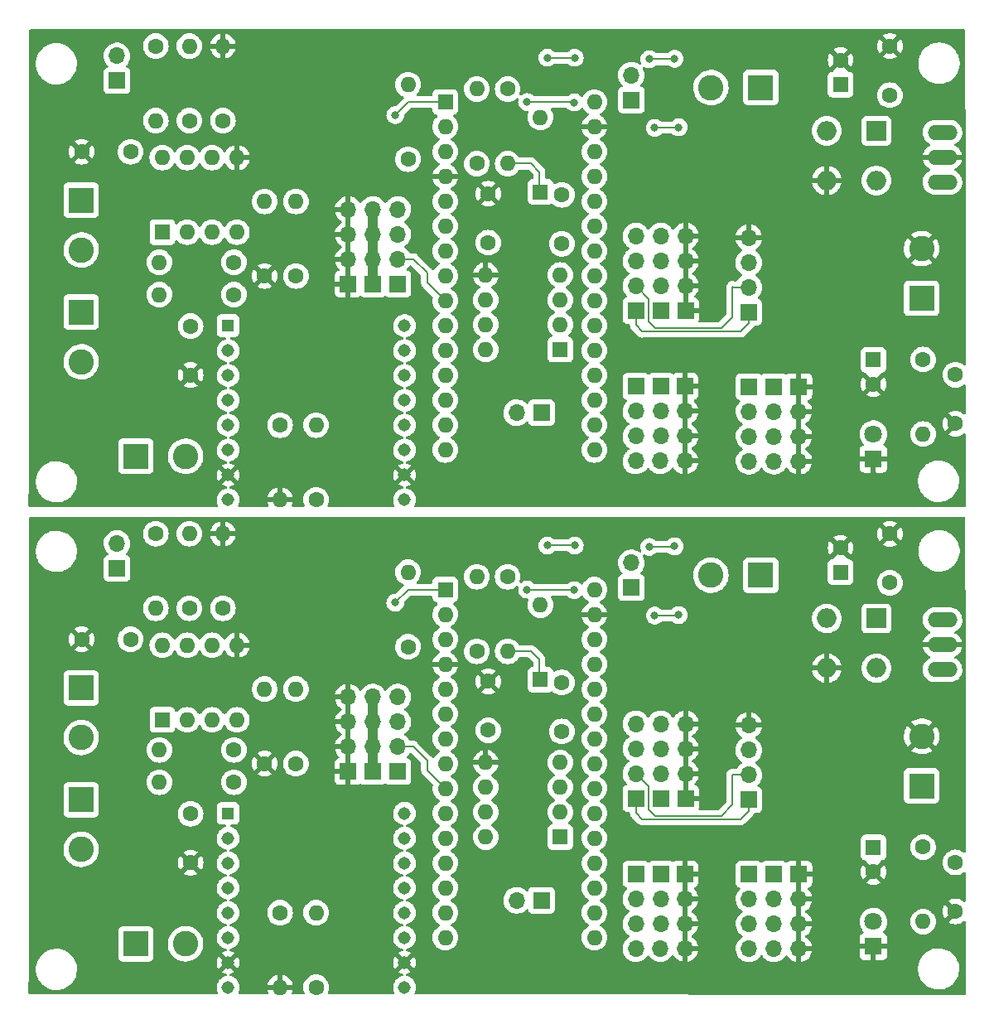
<source format=gbr>
%TF.GenerationSoftware,KiCad,Pcbnew,(6.0.11)*%
%TF.CreationDate,2023-10-15T10:12:36-04:00*%
%TF.ProjectId,MaxDuino_R1.4_Panelized,4d617844-7569-46e6-9f5f-52312e345f50,1.4*%
%TF.SameCoordinates,Original*%
%TF.FileFunction,Copper,L2,Bot*%
%TF.FilePolarity,Positive*%
%FSLAX46Y46*%
G04 Gerber Fmt 4.6, Leading zero omitted, Abs format (unit mm)*
G04 Created by KiCad (PCBNEW (6.0.11)) date 2023-10-15 10:12:36*
%MOMM*%
%LPD*%
G01*
G04 APERTURE LIST*
%TA.AperFunction,ComponentPad*%
%ADD10R,1.600000X1.600000*%
%TD*%
%TA.AperFunction,ComponentPad*%
%ADD11O,1.600000X1.600000*%
%TD*%
%TA.AperFunction,ComponentPad*%
%ADD12C,1.600000*%
%TD*%
%TA.AperFunction,ComponentPad*%
%ADD13R,1.700000X1.700000*%
%TD*%
%TA.AperFunction,ComponentPad*%
%ADD14O,1.700000X1.700000*%
%TD*%
%TA.AperFunction,ComponentPad*%
%ADD15R,1.800000X1.800000*%
%TD*%
%TA.AperFunction,ComponentPad*%
%ADD16C,1.800000*%
%TD*%
%TA.AperFunction,ComponentPad*%
%ADD17R,2.600000X2.600000*%
%TD*%
%TA.AperFunction,ComponentPad*%
%ADD18C,2.600000*%
%TD*%
%TA.AperFunction,ComponentPad*%
%ADD19O,3.048000X1.524000*%
%TD*%
%TA.AperFunction,ComponentPad*%
%ADD20R,2.000000X2.000000*%
%TD*%
%TA.AperFunction,ComponentPad*%
%ADD21O,2.000000X2.000000*%
%TD*%
%TA.AperFunction,ComponentPad*%
%ADD22R,1.308000X1.308000*%
%TD*%
%TA.AperFunction,ComponentPad*%
%ADD23C,1.308000*%
%TD*%
%TA.AperFunction,ViaPad*%
%ADD24C,0.800000*%
%TD*%
%TA.AperFunction,Conductor*%
%ADD25C,0.200000*%
%TD*%
%TA.AperFunction,Conductor*%
%ADD26C,0.250000*%
%TD*%
%TA.AperFunction,Conductor*%
%ADD27C,1.000000*%
%TD*%
G04 APERTURE END LIST*
D10*
%TO.P,U2,1,NC*%
%TO.N,Board_0-unconnected-(U2-Pad1)*%
X69861600Y-48225800D03*
D11*
%TO.P,U2,2,A*%
%TO.N,Board_0-Net-(C5-Pad1)*%
X69861600Y-45685800D03*
%TO.P,U2,3,C*%
%TO.N,Board_0-DCC_in1*%
X69861600Y-43145800D03*
%TO.P,U2,4*%
%TO.N,N/C*%
X69861600Y-40605800D03*
%TO.P,U2,5,GND*%
%TO.N,Board_0-GND*%
X62241600Y-40605800D03*
%TO.P,U2,6,VO*%
%TO.N,Board_0-DCC_Sig*%
X62241600Y-43145800D03*
%TO.P,U2,7,EN*%
%TO.N,Board_0-unconnected-(U2-Pad7)*%
X62241600Y-45685800D03*
%TO.P,U2,8,VCC*%
%TO.N,Board_0-+5V*%
X62241600Y-48225800D03*
%TD*%
D10*
%TO.P,C1,1*%
%TO.N,Board_0-Vin*%
X98512800Y-21149400D03*
D12*
%TO.P,C1,2*%
%TO.N,Board_0-GND*%
X98512800Y-18649400D03*
%TD*%
D13*
%TO.P,J7-2,1,Pin_1*%
%TO.N,Board_1-+5V*%
X80124000Y-94088200D03*
D14*
%TO.P,J7-2,2,Pin_2*%
X80124000Y-91548200D03*
%TO.P,J7-2,3,Pin_3*%
X80124000Y-89008200D03*
%TO.P,J7-2,4,Pin_4*%
X80124000Y-86468200D03*
%TD*%
D13*
%TO.P,J5-2,1,Pin_1*%
%TO.N,Board_1-+5V*%
X91705600Y-101849800D03*
D14*
%TO.P,J5-2,2,Pin_2*%
X91705600Y-104389800D03*
%TO.P,J5-2,3,Pin_3*%
X91705600Y-106929800D03*
%TO.P,J5-2,4,Pin_4*%
X91705600Y-109469800D03*
%TD*%
D10*
%TO.P,D2,1,K*%
%TO.N,Board_0-Net-(C5-Pad1)*%
X67829600Y-32122200D03*
D11*
%TO.P,D2,2,A*%
%TO.N,Board_0-DCC_in1*%
X67829600Y-24502200D03*
%TD*%
D12*
%TO.P,C2,1*%
%TO.N,Board_1-Vin*%
X103542000Y-72061800D03*
%TO.P,C2,2*%
%TO.N,Board_1-GND*%
X103542000Y-67061800D03*
%TD*%
D13*
%TO.P,J8,1,Pin_1*%
%TO.N,Board_0-A4 {slash} I2C SDA*%
X89114800Y-44405800D03*
D14*
%TO.P,J8,2,Pin_2*%
%TO.N,Board_0-A5 {slash} I2C SCL*%
X89114800Y-41865800D03*
%TO.P,J8,3,Pin_3*%
%TO.N,Board_0-+5V*%
X89114800Y-39325800D03*
%TO.P,J8,4,Pin_4*%
%TO.N,Board_0-GND*%
X89114800Y-36785800D03*
%TD*%
D12*
%TO.P,R7,1*%
%TO.N,Board_1-Net-(JR1-Pad2)*%
X28510400Y-67047200D03*
D11*
%TO.P,R7,2*%
%TO.N,Board_1-Net-(J5-Pad1)*%
X28510400Y-74667200D03*
%TD*%
D15*
%TO.P,D3,1,K*%
%TO.N,Board_0-GND*%
X101865600Y-59401800D03*
D16*
%TO.P,D3,2,A*%
%TO.N,Board_0-Net-(D3-Pad2)*%
X101865600Y-56861800D03*
%TD*%
D17*
%TO.P,J6,1,Pin_1*%
%TO.N,Board_1-Net-(J5-Pad1)*%
X20890400Y-82795200D03*
D18*
%TO.P,J6,2,Pin_2*%
%TO.N,Board_1-Net-(J5-Pad2)*%
X20890400Y-87875200D03*
%TD*%
D17*
%TO.P,J4,1,Pin_1*%
%TO.N,Board_1-Net-(J4-Pad1)*%
X26478400Y-108957200D03*
D18*
%TO.P,J4,2,Pin_2*%
%TO.N,Board_1-Net-(J4-Pad2)*%
X31558400Y-108957200D03*
%TD*%
D12*
%TO.P,R13,1*%
%TO.N,Board_1-D4*%
X42836000Y-90542200D03*
D11*
%TO.P,R13,2*%
%TO.N,Board_1-Net-(D4-Pad2)*%
X42836000Y-82922200D03*
%TD*%
D13*
%TO.P,J6-3,1,Pin_1*%
%TO.N,Board_0-GND*%
X82614400Y-51995000D03*
D14*
%TO.P,J6-3,2,Pin_2*%
X82614400Y-54535000D03*
%TO.P,J6-3,3,Pin_3*%
X82614400Y-57075000D03*
%TO.P,J6-3,4,Pin_4*%
X82614400Y-59615000D03*
%TD*%
D10*
%TO.P,C4,1*%
%TO.N,Board_1-+5V*%
X101865600Y-99113421D03*
D12*
%TO.P,C4,2*%
%TO.N,Board_1-GND*%
X101865600Y-101613421D03*
%TD*%
%TO.P,R3,1*%
%TO.N,Board_1-GND*%
X39635600Y-90542200D03*
D11*
%TO.P,R3,2*%
%TO.N,Board_1-D2 DE*%
X39635600Y-82922200D03*
%TD*%
D13*
%TO.P,J8,1,Pin_1*%
%TO.N,Board_1-A4 {slash} I2C SDA*%
X89114800Y-94240600D03*
D14*
%TO.P,J8,2,Pin_2*%
%TO.N,Board_1-A5 {slash} I2C SCL*%
X89114800Y-91700600D03*
%TO.P,J8,3,Pin_3*%
%TO.N,Board_1-+5V*%
X89114800Y-89160600D03*
%TO.P,J8,4,Pin_4*%
%TO.N,Board_1-GND*%
X89114800Y-86620600D03*
%TD*%
D13*
%TO.P,JR1,1,Pin_1*%
%TO.N,Board_0-Net-(J5-Pad2)*%
X24548000Y-20748000D03*
D14*
%TO.P,JR1,2,Pin_2*%
%TO.N,Board_0-Net-(JR1-Pad2)*%
X24548000Y-18208000D03*
%TD*%
D10*
%TO.P,A1,1,D1/TX*%
%TO.N,Board_1-D1{slash}Tx*%
X58101400Y-72762200D03*
D11*
%TO.P,A1,2,D0/RX*%
%TO.N,Board_1-D0{slash}Rx*%
X58101400Y-75302200D03*
%TO.P,A1,3,~{RESET}*%
%TO.N,Board_1-unconnected-(A1-Pad3)*%
X58101400Y-77842200D03*
%TO.P,A1,4,GND*%
%TO.N,Board_1-GND*%
X58101400Y-80382200D03*
%TO.P,A1,5,D2*%
%TO.N,Board_1-D2 DE*%
X58101400Y-82922200D03*
%TO.P,A1,6,D3*%
%TO.N,Board_1-DCC_Sig*%
X58101400Y-85462200D03*
%TO.P,A1,7,D4*%
%TO.N,Board_1-D4*%
X58101400Y-88002200D03*
%TO.P,A1,8,D5*%
%TO.N,Board_1-D5 RE*%
X58101400Y-90542200D03*
%TO.P,A1,9,D6*%
%TO.N,Board_1-D6-PWM*%
X58101400Y-93082200D03*
%TO.P,A1,10,D7*%
%TO.N,Board_1-D7*%
X58101400Y-95622200D03*
%TO.P,A1,11,D8*%
%TO.N,Board_1-D8*%
X58101400Y-98162200D03*
%TO.P,A1,12,D9*%
%TO.N,Board_1-D9-PWM*%
X58101400Y-100702200D03*
%TO.P,A1,13,D10*%
%TO.N,Board_1-D10*%
X58101400Y-103242200D03*
%TO.P,A1,14,D11*%
%TO.N,Board_1-D11*%
X58101400Y-105782200D03*
%TO.P,A1,15,D12*%
%TO.N,Board_1-D12*%
X58101400Y-108322200D03*
%TO.P,A1,16,D13*%
%TO.N,Board_1-D13*%
X73341400Y-108322200D03*
%TO.P,A1,17,3V3*%
%TO.N,Board_1-unconnected-(A1-Pad17)*%
X73341400Y-105782200D03*
%TO.P,A1,18,AREF*%
%TO.N,Board_1-unconnected-(A1-Pad18)*%
X73341400Y-103242200D03*
%TO.P,A1,19,A0*%
%TO.N,Board_1-A0*%
X73341400Y-100702200D03*
%TO.P,A1,20,A1*%
%TO.N,Board_1-A1*%
X73341400Y-98162200D03*
%TO.P,A1,21,A2*%
%TO.N,Board_1-A2*%
X73341400Y-95622200D03*
%TO.P,A1,22,A3*%
%TO.N,Board_1-A3*%
X73341400Y-93082200D03*
%TO.P,A1,23,A4*%
%TO.N,Board_1-A4 {slash} I2C SDA*%
X73341400Y-90542200D03*
%TO.P,A1,24,A5*%
%TO.N,Board_1-A5 {slash} I2C SCL*%
X73341400Y-88002200D03*
%TO.P,A1,25,A6*%
%TO.N,Board_1-A6*%
X73341400Y-85462200D03*
%TO.P,A1,26,A7*%
%TO.N,Board_1-A7*%
X73341400Y-82922200D03*
%TO.P,A1,27,+5V*%
%TO.N,Board_1-+5V*%
X73341400Y-80382200D03*
%TO.P,A1,28,~{RESET}*%
%TO.N,Board_1-unconnected-(A1-Pad28)*%
X73341400Y-77842200D03*
%TO.P,A1,29,GND*%
%TO.N,Board_1-GND*%
X73341400Y-75302200D03*
%TO.P,A1,30,VIN*%
%TO.N,Board_1-VIN2*%
X73341400Y-72762200D03*
%TD*%
D13*
%TO.P,J2,1,Pin_1*%
%TO.N,Board_0-DCC_in2*%
X67931200Y-54677400D03*
D14*
%TO.P,J2,2,Pin_2*%
%TO.N,Board_0-DCC_in1*%
X65391200Y-54677400D03*
%TD*%
D13*
%TO.P,J5-1,1,Pin_1*%
%TO.N,Board_0-unconnected-(J5-1-Pad1)*%
X89149200Y-52015000D03*
D14*
%TO.P,J5-1,2,Pin_2*%
%TO.N,Board_0-D13*%
X89149200Y-54555000D03*
%TO.P,J5-1,3,Pin_3*%
%TO.N,Board_0-D9-PWM*%
X89149200Y-57095000D03*
%TO.P,J5-1,4,Pin_4*%
%TO.N,Board_0-D8*%
X89149200Y-59635000D03*
%TD*%
D12*
%TO.P,C6,1*%
%TO.N,Board_1-+5V*%
X32066400Y-95662200D03*
%TO.P,C6,2*%
%TO.N,Board_1-GND*%
X32066400Y-100662200D03*
%TD*%
%TO.P,C8,1*%
%TO.N,Board_0-+5V*%
X62495600Y-37303800D03*
%TO.P,C8,2*%
%TO.N,Board_0-GND*%
X62495600Y-32303800D03*
%TD*%
%TO.P,C8,1*%
%TO.N,Board_1-+5V*%
X62495600Y-87138600D03*
%TO.P,C8,2*%
%TO.N,Board_1-GND*%
X62495600Y-82138600D03*
%TD*%
%TO.P,C3,1*%
%TO.N,Board_0-+5V*%
X110247600Y-50805800D03*
%TO.P,C3,2*%
%TO.N,Board_0-GND*%
X110247600Y-55805800D03*
%TD*%
D13*
%TO.P,J6-2,1,Pin_1*%
%TO.N,Board_1-+5V*%
X80174400Y-101829800D03*
D14*
%TO.P,J6-2,2,Pin_2*%
X80174400Y-104369800D03*
%TO.P,J6-2,3,Pin_3*%
X80174400Y-106909800D03*
%TO.P,J6-2,4,Pin_4*%
X80072400Y-109439800D03*
%TD*%
D12*
%TO.P,R7,1*%
%TO.N,Board_0-Net-(JR1-Pad2)*%
X28510400Y-17212400D03*
D11*
%TO.P,R7,2*%
%TO.N,Board_0-Net-(J5-Pad1)*%
X28510400Y-24832400D03*
%TD*%
D19*
%TO.P,U1,1,IN*%
%TO.N,Board_1-Vin*%
X108916100Y-75861890D03*
%TO.P,U1,2,GND*%
%TO.N,Board_1-GND*%
X108916100Y-78401890D03*
%TO.P,U1,3,OUT*%
%TO.N,Board_1-+5V*%
X108916100Y-80941890D03*
%TD*%
D13*
%TO.P,J7-1,1,Pin_1*%
%TO.N,Board_0-A4 {slash} I2C SDA*%
X77583200Y-44253400D03*
D14*
%TO.P,J7-1,2,Pin_2*%
%TO.N,Board_0-A5 {slash} I2C SCL*%
X77583200Y-41713400D03*
%TO.P,J7-1,3,Pin_3*%
%TO.N,Board_0-A6*%
X77583200Y-39173400D03*
%TO.P,J7-1,4,Pin_4*%
%TO.N,Board_0-A7*%
X77583200Y-36633400D03*
%TD*%
D12*
%TO.P,R6,1*%
%TO.N,Board_0-Net-(R5-Pad2)*%
X41210400Y-55947400D03*
D11*
%TO.P,R6,2*%
%TO.N,Board_0-GND*%
X41210400Y-63567400D03*
%TD*%
D12*
%TO.P,R10,1*%
%TO.N,Board_0-D0{slash}Rx*%
X54291400Y-28769400D03*
D11*
%TO.P,R10,2*%
%TO.N,Board_0-+5V*%
X54291400Y-21149400D03*
%TD*%
D17*
%TO.P,J1,1,Pin_1*%
%TO.N,Board_1-DCC_in1*%
X90334000Y-71289000D03*
D18*
%TO.P,J1,2,Pin_2*%
%TO.N,Board_1-DCC_in2*%
X85254000Y-71289000D03*
%TD*%
D12*
%TO.P,R4,1*%
%TO.N,Board_0-DCC_Sig*%
X61327200Y-29226600D03*
D11*
%TO.P,R4,2*%
%TO.N,Board_0-+5V*%
X61327200Y-21606600D03*
%TD*%
D20*
%TO.P,D1,1,+*%
%TO.N,Board_1-Vin*%
X102170400Y-75708600D03*
D21*
%TO.P,D1,2*%
%TO.N,Board_1-DCC_in2*%
X97090400Y-75708600D03*
%TO.P,D1,3,-*%
%TO.N,Board_1-GND*%
X97090400Y-80788600D03*
%TO.P,D1,4*%
%TO.N,Board_1-DCC_in1*%
X102170400Y-80788600D03*
%TD*%
D10*
%TO.P,U3,1,RO*%
%TO.N,Board_0-D0{slash}Rx*%
X29180800Y-36227000D03*
D11*
%TO.P,U3,2,~{RE}*%
%TO.N,Board_0-D5 RE*%
X31720800Y-36227000D03*
%TO.P,U3,3,DE*%
%TO.N,Board_0-D2 DE*%
X34260800Y-36227000D03*
%TO.P,U3,4,DI*%
%TO.N,Board_0-D1{slash}Tx*%
X36800800Y-36227000D03*
%TO.P,U3,5,GND*%
%TO.N,Board_0-GND*%
X36800800Y-28607000D03*
%TO.P,U3,6,A*%
%TO.N,Board_0-Net-(J5-Pad2)*%
X34260800Y-28607000D03*
%TO.P,U3,7,B*%
%TO.N,Board_0-Net-(J5-Pad1)*%
X31720800Y-28607000D03*
%TO.P,U3,8,VCC*%
%TO.N,Board_0-+5V*%
X29180800Y-28607000D03*
%TD*%
D12*
%TO.P,R9,1*%
%TO.N,Board_1-Net-(J5-Pad1)*%
X35368400Y-74667200D03*
D11*
%TO.P,R9,2*%
%TO.N,Board_1-GND*%
X35368400Y-67047200D03*
%TD*%
D17*
%TO.P,J5,1,Pin_1*%
%TO.N,Board_0-Net-(J5-Pad1)*%
X20890400Y-44390400D03*
D18*
%TO.P,J5,2,Pin_2*%
%TO.N,Board_0-Net-(J5-Pad2)*%
X20890400Y-49470400D03*
%TD*%
D20*
%TO.P,D1,1,+*%
%TO.N,Board_0-Vin*%
X102170400Y-25873800D03*
D21*
%TO.P,D1,2*%
%TO.N,Board_0-DCC_in2*%
X97090400Y-25873800D03*
%TO.P,D1,3,-*%
%TO.N,Board_0-GND*%
X97090400Y-30953800D03*
%TO.P,D1,4*%
%TO.N,Board_0-DCC_in1*%
X102170400Y-30953800D03*
%TD*%
D12*
%TO.P,R2,1*%
%TO.N,Board_0-DCC_in2*%
X64476800Y-21606600D03*
D11*
%TO.P,R2,2*%
%TO.N,Board_0-Net-(C5-Pad1)*%
X64476800Y-29226600D03*
%TD*%
D13*
%TO.P,J6-1,1,Pin_1*%
%TO.N,Board_0-A3*%
X77583200Y-51995000D03*
D14*
%TO.P,J6-1,2,Pin_2*%
%TO.N,Board_0-A2*%
X77583200Y-54535000D03*
%TO.P,J6-1,3,Pin_3*%
%TO.N,Board_0-A1*%
X77583200Y-57075000D03*
%TO.P,J6-1,4,Pin_4*%
%TO.N,Board_0-A0*%
X77583200Y-59615000D03*
%TD*%
D17*
%TO.P,J1,1,Pin_1*%
%TO.N,Board_0-DCC_in1*%
X90334000Y-21454200D03*
D18*
%TO.P,J1,2,Pin_2*%
%TO.N,Board_0-DCC_in2*%
X85254000Y-21454200D03*
%TD*%
D17*
%TO.P,J6,1,Pin_1*%
%TO.N,Board_0-Net-(J5-Pad1)*%
X20890400Y-32960400D03*
D18*
%TO.P,J6,2,Pin_2*%
%TO.N,Board_0-Net-(J5-Pad2)*%
X20890400Y-38040400D03*
%TD*%
D13*
%TO.P,J4-2,1,Pin_1*%
%TO.N,Board_1-+5V*%
X50710800Y-91355000D03*
D14*
%TO.P,J4-2,2,Pin_2*%
X50710800Y-88815000D03*
%TO.P,J4-2,3,Pin_3*%
X50710800Y-86275000D03*
%TO.P,J4-2,4,Pin_4*%
X50710800Y-83735000D03*
%TD*%
D12*
%TO.P,R10,1*%
%TO.N,Board_1-D0{slash}Rx*%
X54291400Y-78604200D03*
D11*
%TO.P,R10,2*%
%TO.N,Board_1-+5V*%
X54291400Y-70984200D03*
%TD*%
D12*
%TO.P,R4,1*%
%TO.N,Board_1-DCC_Sig*%
X61327200Y-79061400D03*
D11*
%TO.P,R4,2*%
%TO.N,Board_1-+5V*%
X61327200Y-71441400D03*
%TD*%
D13*
%TO.P,J7-1,1,Pin_1*%
%TO.N,Board_1-A4 {slash} I2C SDA*%
X77583200Y-94088200D03*
D14*
%TO.P,J7-1,2,Pin_2*%
%TO.N,Board_1-A5 {slash} I2C SCL*%
X77583200Y-91548200D03*
%TO.P,J7-1,3,Pin_3*%
%TO.N,Board_1-A6*%
X77583200Y-89008200D03*
%TO.P,J7-1,4,Pin_4*%
%TO.N,Board_1-A7*%
X77583200Y-86468200D03*
%TD*%
D13*
%TO.P,J6-1,1,Pin_1*%
%TO.N,Board_1-A3*%
X77583200Y-101829800D03*
D14*
%TO.P,J6-1,2,Pin_2*%
%TO.N,Board_1-A2*%
X77583200Y-104369800D03*
%TO.P,J6-1,3,Pin_3*%
%TO.N,Board_1-A1*%
X77583200Y-106909800D03*
%TO.P,J6-1,4,Pin_4*%
%TO.N,Board_1-A0*%
X77583200Y-109449800D03*
%TD*%
D12*
%TO.P,R5,1*%
%TO.N,Board_0-D11*%
X44893400Y-63567400D03*
D11*
%TO.P,R5,2*%
%TO.N,Board_0-Net-(R5-Pad2)*%
X44893400Y-55947400D03*
%TD*%
D12*
%TO.P,R2,1*%
%TO.N,Board_1-DCC_in2*%
X64476800Y-71441400D03*
D11*
%TO.P,R2,2*%
%TO.N,Board_1-Net-(C5-Pad1)*%
X64476800Y-79061400D03*
%TD*%
D10*
%TO.P,A1,1,D1/TX*%
%TO.N,Board_0-D1{slash}Tx*%
X58101400Y-22927400D03*
D11*
%TO.P,A1,2,D0/RX*%
%TO.N,Board_0-D0{slash}Rx*%
X58101400Y-25467400D03*
%TO.P,A1,3,~{RESET}*%
%TO.N,Board_0-unconnected-(A1-Pad3)*%
X58101400Y-28007400D03*
%TO.P,A1,4,GND*%
%TO.N,Board_0-GND*%
X58101400Y-30547400D03*
%TO.P,A1,5,D2*%
%TO.N,Board_0-D2 DE*%
X58101400Y-33087400D03*
%TO.P,A1,6,D3*%
%TO.N,Board_0-DCC_Sig*%
X58101400Y-35627400D03*
%TO.P,A1,7,D4*%
%TO.N,Board_0-D4*%
X58101400Y-38167400D03*
%TO.P,A1,8,D5*%
%TO.N,Board_0-D5 RE*%
X58101400Y-40707400D03*
%TO.P,A1,9,D6*%
%TO.N,Board_0-D6-PWM*%
X58101400Y-43247400D03*
%TO.P,A1,10,D7*%
%TO.N,Board_0-D7*%
X58101400Y-45787400D03*
%TO.P,A1,11,D8*%
%TO.N,Board_0-D8*%
X58101400Y-48327400D03*
%TO.P,A1,12,D9*%
%TO.N,Board_0-D9-PWM*%
X58101400Y-50867400D03*
%TO.P,A1,13,D10*%
%TO.N,Board_0-D10*%
X58101400Y-53407400D03*
%TO.P,A1,14,D11*%
%TO.N,Board_0-D11*%
X58101400Y-55947400D03*
%TO.P,A1,15,D12*%
%TO.N,Board_0-D12*%
X58101400Y-58487400D03*
%TO.P,A1,16,D13*%
%TO.N,Board_0-D13*%
X73341400Y-58487400D03*
%TO.P,A1,17,3V3*%
%TO.N,Board_0-unconnected-(A1-Pad17)*%
X73341400Y-55947400D03*
%TO.P,A1,18,AREF*%
%TO.N,Board_0-unconnected-(A1-Pad18)*%
X73341400Y-53407400D03*
%TO.P,A1,19,A0*%
%TO.N,Board_0-A0*%
X73341400Y-50867400D03*
%TO.P,A1,20,A1*%
%TO.N,Board_0-A1*%
X73341400Y-48327400D03*
%TO.P,A1,21,A2*%
%TO.N,Board_0-A2*%
X73341400Y-45787400D03*
%TO.P,A1,22,A3*%
%TO.N,Board_0-A3*%
X73341400Y-43247400D03*
%TO.P,A1,23,A4*%
%TO.N,Board_0-A4 {slash} I2C SDA*%
X73341400Y-40707400D03*
%TO.P,A1,24,A5*%
%TO.N,Board_0-A5 {slash} I2C SCL*%
X73341400Y-38167400D03*
%TO.P,A1,25,A6*%
%TO.N,Board_0-A6*%
X73341400Y-35627400D03*
%TO.P,A1,26,A7*%
%TO.N,Board_0-A7*%
X73341400Y-33087400D03*
%TO.P,A1,27,+5V*%
%TO.N,Board_0-+5V*%
X73341400Y-30547400D03*
%TO.P,A1,28,~{RESET}*%
%TO.N,Board_0-unconnected-(A1-Pad28)*%
X73341400Y-28007400D03*
%TO.P,A1,29,GND*%
%TO.N,Board_0-GND*%
X73341400Y-25467400D03*
%TO.P,A1,30,VIN*%
%TO.N,Board_0-VIN2*%
X73341400Y-22927400D03*
%TD*%
D13*
%TO.P,J2,1,Pin_1*%
%TO.N,Board_1-DCC_in2*%
X67931200Y-104512200D03*
D14*
%TO.P,J2,2,Pin_2*%
%TO.N,Board_1-DCC_in1*%
X65391200Y-104512200D03*
%TD*%
D12*
%TO.P,R8,1*%
%TO.N,Board_0-+5V*%
X31939400Y-24832400D03*
D11*
%TO.P,R8,2*%
%TO.N,Board_0-Net-(J5-Pad2)*%
X31939400Y-17212400D03*
%TD*%
D12*
%TO.P,R13,1*%
%TO.N,Board_0-D4*%
X42836000Y-40707400D03*
D11*
%TO.P,R13,2*%
%TO.N,Board_0-Net-(D4-Pad2)*%
X42836000Y-33087400D03*
%TD*%
D12*
%TO.P,R3,1*%
%TO.N,Board_0-GND*%
X39635600Y-40707400D03*
D11*
%TO.P,R3,2*%
%TO.N,Board_0-D2 DE*%
X39635600Y-33087400D03*
%TD*%
D12*
%TO.P,R12,1*%
%TO.N,Board_0-D1{slash}Tx*%
X36501400Y-39310400D03*
D11*
%TO.P,R12,2*%
%TO.N,Board_0-+5V*%
X28881400Y-39310400D03*
%TD*%
D13*
%TO.P,J3,1,Pin_1*%
%TO.N,Board_1-VIN2*%
X77126000Y-72559000D03*
D14*
%TO.P,J3,2,Pin_2*%
%TO.N,Board_1-Vin*%
X77126000Y-70019000D03*
%TD*%
D12*
%TO.P,R11,1*%
%TO.N,Board_0-D5 RE*%
X36501400Y-42612400D03*
D11*
%TO.P,R11,2*%
%TO.N,Board_0-+5V*%
X28881400Y-42612400D03*
%TD*%
D10*
%TO.P,C1,1*%
%TO.N,Board_1-Vin*%
X98512800Y-70984200D03*
D12*
%TO.P,C1,2*%
%TO.N,Board_1-GND*%
X98512800Y-68484200D03*
%TD*%
D13*
%TO.P,J4-3,1,Pin_1*%
%TO.N,Board_0-GND*%
X48170000Y-41520200D03*
D14*
%TO.P,J4-3,2,Pin_2*%
X48170000Y-38980200D03*
%TO.P,J4-3,3,Pin_3*%
X48170000Y-36440200D03*
%TO.P,J4-3,4,Pin_4*%
X48170000Y-33900200D03*
%TD*%
D12*
%TO.P,R11,1*%
%TO.N,Board_1-D5 RE*%
X36501400Y-92447200D03*
D11*
%TO.P,R11,2*%
%TO.N,Board_1-+5V*%
X28881400Y-92447200D03*
%TD*%
D13*
%TO.P,J3,1,Pin_1*%
%TO.N,Board_0-VIN2*%
X77126000Y-22724200D03*
D14*
%TO.P,J3,2,Pin_2*%
%TO.N,Board_0-Vin*%
X77126000Y-20184200D03*
%TD*%
D12*
%TO.P,C7,1*%
%TO.N,Board_1-+5V*%
X25930400Y-77842200D03*
%TO.P,C7,2*%
%TO.N,Board_1-GND*%
X20930400Y-77842200D03*
%TD*%
D17*
%TO.P,J5,1,Pin_1*%
%TO.N,Board_1-Net-(J5-Pad1)*%
X20890400Y-94225200D03*
D18*
%TO.P,J5,2,Pin_2*%
%TO.N,Board_1-Net-(J5-Pad2)*%
X20890400Y-99305200D03*
%TD*%
D12*
%TO.P,R9,1*%
%TO.N,Board_0-Net-(J5-Pad1)*%
X35368400Y-24832400D03*
D11*
%TO.P,R9,2*%
%TO.N,Board_0-GND*%
X35368400Y-17212400D03*
%TD*%
D13*
%TO.P,J5-3,1,Pin_1*%
%TO.N,Board_0-GND*%
X94246400Y-52015000D03*
D14*
%TO.P,J5-3,2,Pin_2*%
X94246400Y-54555000D03*
%TO.P,J5-3,3,Pin_3*%
X94246400Y-57095000D03*
%TO.P,J5-3,4,Pin_4*%
X94246400Y-59635000D03*
%TD*%
D12*
%TO.P,C5,1*%
%TO.N,Board_0-Net-(C5-Pad1)*%
X70014000Y-37416200D03*
%TO.P,C5,2*%
%TO.N,Board_0-DCC_in1*%
X70014000Y-32416200D03*
%TD*%
D10*
%TO.P,C4,1*%
%TO.N,Board_0-+5V*%
X101865600Y-49278621D03*
D12*
%TO.P,C4,2*%
%TO.N,Board_0-GND*%
X101865600Y-51778621D03*
%TD*%
%TO.P,C7,1*%
%TO.N,Board_0-+5V*%
X25930400Y-28007400D03*
%TO.P,C7,2*%
%TO.N,Board_0-GND*%
X20930400Y-28007400D03*
%TD*%
D13*
%TO.P,J7-2,1,Pin_1*%
%TO.N,Board_0-+5V*%
X80124000Y-44253400D03*
D14*
%TO.P,J7-2,2,Pin_2*%
X80124000Y-41713400D03*
%TO.P,J7-2,3,Pin_3*%
X80124000Y-39173400D03*
%TO.P,J7-2,4,Pin_4*%
X80124000Y-36633400D03*
%TD*%
D13*
%TO.P,J4-1,1,Pin_1*%
%TO.N,Board_1-D7*%
X53251600Y-91355000D03*
D14*
%TO.P,J4-1,2,Pin_2*%
%TO.N,Board_1-D6-PWM*%
X53251600Y-88815000D03*
%TO.P,J4-1,3,Pin_3*%
%TO.N,Board_1-D4-Hdr*%
X53251600Y-86275000D03*
%TO.P,J4-1,4,Pin_4*%
%TO.N,Board_1-DCC_Sig*%
X53251600Y-83735000D03*
%TD*%
D17*
%TO.P,J7,1,Pin_1*%
%TO.N,Board_1-+5V*%
X106793200Y-92828200D03*
D18*
%TO.P,J7,2,Pin_2*%
%TO.N,Board_1-GND*%
X106793200Y-87748200D03*
%TD*%
D15*
%TO.P,D3,1,K*%
%TO.N,Board_1-GND*%
X101865600Y-109236600D03*
D16*
%TO.P,D3,2,A*%
%TO.N,Board_1-Net-(D3-Pad2)*%
X101865600Y-106696600D03*
%TD*%
D12*
%TO.P,R6,1*%
%TO.N,Board_1-Net-(R5-Pad2)*%
X41210400Y-105782200D03*
D11*
%TO.P,R6,2*%
%TO.N,Board_1-GND*%
X41210400Y-113402200D03*
%TD*%
D13*
%TO.P,J6-2,1,Pin_1*%
%TO.N,Board_0-+5V*%
X80174400Y-51995000D03*
D14*
%TO.P,J6-2,2,Pin_2*%
X80174400Y-54535000D03*
%TO.P,J6-2,3,Pin_3*%
X80174400Y-57075000D03*
%TO.P,J6-2,4,Pin_4*%
X80072400Y-59605000D03*
%TD*%
D17*
%TO.P,J4,1,Pin_1*%
%TO.N,Board_0-Net-(J4-Pad1)*%
X26478400Y-59122400D03*
D18*
%TO.P,J4,2,Pin_2*%
%TO.N,Board_0-Net-(J4-Pad2)*%
X31558400Y-59122400D03*
%TD*%
D12*
%TO.P,R8,1*%
%TO.N,Board_1-+5V*%
X31939400Y-74667200D03*
D11*
%TO.P,R8,2*%
%TO.N,Board_1-Net-(J5-Pad2)*%
X31939400Y-67047200D03*
%TD*%
D12*
%TO.P,C6,1*%
%TO.N,Board_0-+5V*%
X32066400Y-45827400D03*
%TO.P,C6,2*%
%TO.N,Board_0-GND*%
X32066400Y-50827400D03*
%TD*%
D10*
%TO.P,D2,1,K*%
%TO.N,Board_1-Net-(C5-Pad1)*%
X67829600Y-81957000D03*
D11*
%TO.P,D2,2,A*%
%TO.N,Board_1-DCC_in1*%
X67829600Y-74337000D03*
%TD*%
D13*
%TO.P,J4-1,1,Pin_1*%
%TO.N,Board_0-D7*%
X53251600Y-41520200D03*
D14*
%TO.P,J4-1,2,Pin_2*%
%TO.N,Board_0-D6-PWM*%
X53251600Y-38980200D03*
%TO.P,J4-1,3,Pin_3*%
%TO.N,Board_0-D4-Hdr*%
X53251600Y-36440200D03*
%TO.P,J4-1,4,Pin_4*%
%TO.N,Board_0-DCC_Sig*%
X53251600Y-33900200D03*
%TD*%
D12*
%TO.P,C2,1*%
%TO.N,Board_0-Vin*%
X103542000Y-22227000D03*
%TO.P,C2,2*%
%TO.N,Board_0-GND*%
X103542000Y-17227000D03*
%TD*%
%TO.P,R12,1*%
%TO.N,Board_1-D1{slash}Tx*%
X36501400Y-89145200D03*
D11*
%TO.P,R12,2*%
%TO.N,Board_1-+5V*%
X28881400Y-89145200D03*
%TD*%
D13*
%TO.P,J7-3,1,Pin_1*%
%TO.N,Board_1-GND*%
X82663200Y-94088200D03*
D14*
%TO.P,J7-3,2,Pin_2*%
X82663200Y-91548200D03*
%TO.P,J7-3,3,Pin_3*%
X82663200Y-89008200D03*
%TO.P,J7-3,4,Pin_4*%
X82663200Y-86468200D03*
%TD*%
D13*
%TO.P,J4-3,1,Pin_1*%
%TO.N,Board_1-GND*%
X48170000Y-91355000D03*
D14*
%TO.P,J4-3,2,Pin_2*%
X48170000Y-88815000D03*
%TO.P,J4-3,3,Pin_3*%
X48170000Y-86275000D03*
%TO.P,J4-3,4,Pin_4*%
X48170000Y-83735000D03*
%TD*%
D13*
%TO.P,J5-3,1,Pin_1*%
%TO.N,Board_1-GND*%
X94246400Y-101849800D03*
D14*
%TO.P,J5-3,2,Pin_2*%
X94246400Y-104389800D03*
%TO.P,J5-3,3,Pin_3*%
X94246400Y-106929800D03*
%TO.P,J5-3,4,Pin_4*%
X94246400Y-109469800D03*
%TD*%
D13*
%TO.P,J5-2,1,Pin_1*%
%TO.N,Board_0-+5V*%
X91705600Y-52015000D03*
D14*
%TO.P,J5-2,2,Pin_2*%
X91705600Y-54555000D03*
%TO.P,J5-2,3,Pin_3*%
X91705600Y-57095000D03*
%TO.P,J5-2,4,Pin_4*%
X91705600Y-59635000D03*
%TD*%
D19*
%TO.P,U1,1,IN*%
%TO.N,Board_0-Vin*%
X108916100Y-26027090D03*
%TO.P,U1,2,GND*%
%TO.N,Board_0-GND*%
X108916100Y-28567090D03*
%TO.P,U1,3,OUT*%
%TO.N,Board_0-+5V*%
X108916100Y-31107090D03*
%TD*%
D12*
%TO.P,R1,1*%
%TO.N,Board_0-+5V*%
X106945600Y-49241800D03*
D11*
%TO.P,R1,2*%
%TO.N,Board_0-Net-(D3-Pad2)*%
X106945600Y-56861800D03*
%TD*%
D17*
%TO.P,J7,1,Pin_1*%
%TO.N,Board_0-+5V*%
X106793200Y-42993400D03*
D18*
%TO.P,J7,2,Pin_2*%
%TO.N,Board_0-GND*%
X106793200Y-37913400D03*
%TD*%
D10*
%TO.P,U3,1,RO*%
%TO.N,Board_1-D0{slash}Rx*%
X29180800Y-86061800D03*
D11*
%TO.P,U3,2,~{RE}*%
%TO.N,Board_1-D5 RE*%
X31720800Y-86061800D03*
%TO.P,U3,3,DE*%
%TO.N,Board_1-D2 DE*%
X34260800Y-86061800D03*
%TO.P,U3,4,DI*%
%TO.N,Board_1-D1{slash}Tx*%
X36800800Y-86061800D03*
%TO.P,U3,5,GND*%
%TO.N,Board_1-GND*%
X36800800Y-78441800D03*
%TO.P,U3,6,A*%
%TO.N,Board_1-Net-(J5-Pad2)*%
X34260800Y-78441800D03*
%TO.P,U3,7,B*%
%TO.N,Board_1-Net-(J5-Pad1)*%
X31720800Y-78441800D03*
%TO.P,U3,8,VCC*%
%TO.N,Board_1-+5V*%
X29180800Y-78441800D03*
%TD*%
D22*
%TO.P,U4,1,VCC*%
%TO.N,Board_1-+5V*%
X35904900Y-95622200D03*
D23*
%TO.P,U4,2,RX*%
%TO.N,Board_1-Net-(R5-Pad2)*%
X35904900Y-98162200D03*
%TO.P,U4,3,TX*%
%TO.N,Board_1-D10*%
X35904900Y-100702200D03*
%TO.P,U4,4,DAC_R*%
%TO.N,Board_1-unconnected-(U4-Pad4)*%
X35904900Y-103242200D03*
%TO.P,U4,5,DAC_L*%
%TO.N,Board_1-unconnected-(U4-Pad5)*%
X35904900Y-105782200D03*
%TO.P,U4,6,SPK1*%
%TO.N,Board_1-Net-(J4-Pad2)*%
X35904900Y-108322200D03*
%TO.P,U4,7,GND*%
%TO.N,Board_1-GND*%
X35904900Y-110862200D03*
%TO.P,U4,8,SPK2*%
%TO.N,Board_1-Net-(J4-Pad1)*%
X35904900Y-113402200D03*
%TO.P,U4,9,IO1*%
%TO.N,Board_1-unconnected-(U4-Pad9)*%
X53938900Y-113402200D03*
%TO.P,U4,10,GND*%
%TO.N,Board_1-GND*%
X53938900Y-110862200D03*
%TO.P,U4,11,IO2*%
%TO.N,Board_1-unconnected-(U4-Pad11)*%
X53938900Y-108322200D03*
%TO.P,U4,12,ADKEY1*%
%TO.N,Board_1-unconnected-(U4-Pad12)*%
X53938900Y-105782200D03*
%TO.P,U4,13,ADKEY2*%
%TO.N,Board_1-unconnected-(U4-Pad13)*%
X53938900Y-103242200D03*
%TO.P,U4,14,USB+*%
%TO.N,Board_1-unconnected-(U4-Pad14)*%
X53938900Y-100702200D03*
%TO.P,U4,15,USB-*%
%TO.N,Board_1-unconnected-(U4-Pad15)*%
X53938900Y-98162200D03*
%TO.P,U4,16,BUSY*%
%TO.N,Board_1-D12*%
X53938900Y-95622200D03*
%TD*%
D13*
%TO.P,J4-2,1,Pin_1*%
%TO.N,Board_0-+5V*%
X50710800Y-41520200D03*
D14*
%TO.P,J4-2,2,Pin_2*%
X50710800Y-38980200D03*
%TO.P,J4-2,3,Pin_3*%
X50710800Y-36440200D03*
%TO.P,J4-2,4,Pin_4*%
X50710800Y-33900200D03*
%TD*%
D12*
%TO.P,R1,1*%
%TO.N,Board_1-+5V*%
X106945600Y-99076600D03*
D11*
%TO.P,R1,2*%
%TO.N,Board_1-Net-(D3-Pad2)*%
X106945600Y-106696600D03*
%TD*%
D12*
%TO.P,C3,1*%
%TO.N,Board_1-+5V*%
X110247600Y-100640600D03*
%TO.P,C3,2*%
%TO.N,Board_1-GND*%
X110247600Y-105640600D03*
%TD*%
D13*
%TO.P,J5-1,1,Pin_1*%
%TO.N,Board_1-unconnected-(J5-1-Pad1)*%
X89149200Y-101849800D03*
D14*
%TO.P,J5-1,2,Pin_2*%
%TO.N,Board_1-D13*%
X89149200Y-104389800D03*
%TO.P,J5-1,3,Pin_3*%
%TO.N,Board_1-D9-PWM*%
X89149200Y-106929800D03*
%TO.P,J5-1,4,Pin_4*%
%TO.N,Board_1-D8*%
X89149200Y-109469800D03*
%TD*%
D13*
%TO.P,J6-3,1,Pin_1*%
%TO.N,Board_1-GND*%
X82614400Y-101829800D03*
D14*
%TO.P,J6-3,2,Pin_2*%
X82614400Y-104369800D03*
%TO.P,J6-3,3,Pin_3*%
X82614400Y-106909800D03*
%TO.P,J6-3,4,Pin_4*%
X82614400Y-109449800D03*
%TD*%
D10*
%TO.P,U2,1,NC*%
%TO.N,Board_1-unconnected-(U2-Pad1)*%
X69861600Y-98060600D03*
D11*
%TO.P,U2,2,A*%
%TO.N,Board_1-Net-(C5-Pad1)*%
X69861600Y-95520600D03*
%TO.P,U2,3,C*%
%TO.N,Board_1-DCC_in1*%
X69861600Y-92980600D03*
%TO.P,U2,4*%
%TO.N,N/C*%
X69861600Y-90440600D03*
%TO.P,U2,5,GND*%
%TO.N,Board_1-GND*%
X62241600Y-90440600D03*
%TO.P,U2,6,VO*%
%TO.N,Board_1-DCC_Sig*%
X62241600Y-92980600D03*
%TO.P,U2,7,EN*%
%TO.N,Board_1-unconnected-(U2-Pad7)*%
X62241600Y-95520600D03*
%TO.P,U2,8,VCC*%
%TO.N,Board_1-+5V*%
X62241600Y-98060600D03*
%TD*%
D13*
%TO.P,JR1,1,Pin_1*%
%TO.N,Board_1-Net-(J5-Pad2)*%
X24548000Y-70582800D03*
D14*
%TO.P,JR1,2,Pin_2*%
%TO.N,Board_1-Net-(JR1-Pad2)*%
X24548000Y-68042800D03*
%TD*%
D13*
%TO.P,J7-3,1,Pin_1*%
%TO.N,Board_0-GND*%
X82663200Y-44253400D03*
D14*
%TO.P,J7-3,2,Pin_2*%
X82663200Y-41713400D03*
%TO.P,J7-3,3,Pin_3*%
X82663200Y-39173400D03*
%TO.P,J7-3,4,Pin_4*%
X82663200Y-36633400D03*
%TD*%
D22*
%TO.P,U4,1,VCC*%
%TO.N,Board_0-+5V*%
X35904900Y-45787400D03*
D23*
%TO.P,U4,2,RX*%
%TO.N,Board_0-Net-(R5-Pad2)*%
X35904900Y-48327400D03*
%TO.P,U4,3,TX*%
%TO.N,Board_0-D10*%
X35904900Y-50867400D03*
%TO.P,U4,4,DAC_R*%
%TO.N,Board_0-unconnected-(U4-Pad4)*%
X35904900Y-53407400D03*
%TO.P,U4,5,DAC_L*%
%TO.N,Board_0-unconnected-(U4-Pad5)*%
X35904900Y-55947400D03*
%TO.P,U4,6,SPK1*%
%TO.N,Board_0-Net-(J4-Pad2)*%
X35904900Y-58487400D03*
%TO.P,U4,7,GND*%
%TO.N,Board_0-GND*%
X35904900Y-61027400D03*
%TO.P,U4,8,SPK2*%
%TO.N,Board_0-Net-(J4-Pad1)*%
X35904900Y-63567400D03*
%TO.P,U4,9,IO1*%
%TO.N,Board_0-unconnected-(U4-Pad9)*%
X53938900Y-63567400D03*
%TO.P,U4,10,GND*%
%TO.N,Board_0-GND*%
X53938900Y-61027400D03*
%TO.P,U4,11,IO2*%
%TO.N,Board_0-unconnected-(U4-Pad11)*%
X53938900Y-58487400D03*
%TO.P,U4,12,ADKEY1*%
%TO.N,Board_0-unconnected-(U4-Pad12)*%
X53938900Y-55947400D03*
%TO.P,U4,13,ADKEY2*%
%TO.N,Board_0-unconnected-(U4-Pad13)*%
X53938900Y-53407400D03*
%TO.P,U4,14,USB+*%
%TO.N,Board_0-unconnected-(U4-Pad14)*%
X53938900Y-50867400D03*
%TO.P,U4,15,USB-*%
%TO.N,Board_0-unconnected-(U4-Pad15)*%
X53938900Y-48327400D03*
%TO.P,U4,16,BUSY*%
%TO.N,Board_0-D12*%
X53938900Y-45787400D03*
%TD*%
D12*
%TO.P,R5,1*%
%TO.N,Board_1-D11*%
X44893400Y-113402200D03*
D11*
%TO.P,R5,2*%
%TO.N,Board_1-Net-(R5-Pad2)*%
X44893400Y-105782200D03*
%TD*%
D12*
%TO.P,C5,1*%
%TO.N,Board_1-Net-(C5-Pad1)*%
X70014000Y-87251000D03*
%TO.P,C5,2*%
%TO.N,Board_1-DCC_in1*%
X70014000Y-82251000D03*
%TD*%
D24*
%TO.N,Board_1-GND*%
X43394800Y-76623000D03*
%TO.N,Board_1-DCC_in2*%
X71284000Y-72813000D03*
X66458000Y-72762200D03*
X81952000Y-75353000D03*
X79513600Y-75403800D03*
%TO.N,Board_1-DCC_in1*%
X78954800Y-68393400D03*
X81545600Y-68342600D03*
X71334800Y-68241000D03*
X68540800Y-68241000D03*
%TO.N,Board_1-D1{slash}Tx*%
X52996000Y-74096100D03*
%TO.N,Board_0-GND*%
X43394800Y-26788200D03*
%TO.N,Board_0-DCC_in2*%
X71284000Y-22978200D03*
X66458000Y-22927400D03*
X81952000Y-25518200D03*
X79513600Y-25569000D03*
%TO.N,Board_0-DCC_in1*%
X78954800Y-18558600D03*
X81545600Y-18507800D03*
X71334800Y-18406200D03*
X68540800Y-18406200D03*
%TO.N,Board_0-D1{slash}Tx*%
X52996000Y-24261300D03*
%TD*%
D25*
%TO.N,Board_1-Net-(C5-Pad1)*%
X66864400Y-79061400D02*
X67728000Y-79925000D01*
X67728000Y-79925000D02*
X67728000Y-81906200D01*
X64476800Y-79061400D02*
X66864400Y-79061400D01*
%TO.N,Board_1-DCC_in2*%
X79513600Y-75403800D02*
X81901200Y-75403800D01*
X71233200Y-72762200D02*
X66559600Y-72762200D01*
D26*
X81901200Y-75403800D02*
X81952000Y-75353000D01*
D25*
%TO.N,Board_1-DCC_in1*%
X68693200Y-68241000D02*
X71233200Y-68241000D01*
X78954800Y-68393400D02*
X81494800Y-68393400D01*
%TO.N,Board_1-D6-PWM*%
X56247200Y-90237400D02*
X56247200Y-91228000D01*
X56247200Y-91228000D02*
X58101400Y-93082200D01*
X53251600Y-88815000D02*
X54824800Y-88815000D01*
X54824800Y-88815000D02*
X56247200Y-90237400D01*
%TO.N,Board_1-D1{slash}Tx*%
X54329900Y-72762200D02*
X58101400Y-72762200D01*
X52996000Y-74096100D02*
X54329900Y-72762200D01*
%TO.N,Board_1-A5 {slash} I2C SCL*%
X89114800Y-91700600D02*
X87479200Y-91700600D01*
X87438400Y-91659800D02*
X87438400Y-94758600D01*
X78904000Y-92879000D02*
X77583200Y-91558200D01*
X87479200Y-91700600D02*
X87438400Y-91659800D01*
X86313720Y-95883280D02*
X79571480Y-95883280D01*
X78904000Y-95215800D02*
X78904000Y-92879000D01*
X79571480Y-95883280D02*
X78904000Y-95215800D01*
X87438400Y-94758600D02*
X86313720Y-95883280D01*
%TO.N,Board_1-A4 {slash} I2C SDA*%
X89114800Y-95368200D02*
X89114800Y-94240600D01*
X77583200Y-95571400D02*
X78243600Y-96231800D01*
X88251200Y-96231800D02*
X89114800Y-95368200D01*
X78243600Y-96231800D02*
X88251200Y-96231800D01*
X77583200Y-94098200D02*
X77583200Y-95571400D01*
D27*
%TO.N,Board_1-+5V*%
X50710800Y-83735000D02*
X50710800Y-91355000D01*
D25*
%TO.N,Board_0-Net-(C5-Pad1)*%
X66864400Y-29226600D02*
X67728000Y-30090200D01*
X67728000Y-30090200D02*
X67728000Y-32071400D01*
X64476800Y-29226600D02*
X66864400Y-29226600D01*
%TO.N,Board_0-DCC_in2*%
X79513600Y-25569000D02*
X81901200Y-25569000D01*
X71233200Y-22927400D02*
X66559600Y-22927400D01*
D26*
X81901200Y-25569000D02*
X81952000Y-25518200D01*
D25*
%TO.N,Board_0-DCC_in1*%
X68693200Y-18406200D02*
X71233200Y-18406200D01*
X78954800Y-18558600D02*
X81494800Y-18558600D01*
%TO.N,Board_0-D6-PWM*%
X56247200Y-40402600D02*
X56247200Y-41393200D01*
X56247200Y-41393200D02*
X58101400Y-43247400D01*
X53251600Y-38980200D02*
X54824800Y-38980200D01*
X54824800Y-38980200D02*
X56247200Y-40402600D01*
%TO.N,Board_0-D1{slash}Tx*%
X54329900Y-22927400D02*
X58101400Y-22927400D01*
X52996000Y-24261300D02*
X54329900Y-22927400D01*
%TO.N,Board_0-A5 {slash} I2C SCL*%
X89114800Y-41865800D02*
X87479200Y-41865800D01*
X87438400Y-41825000D02*
X87438400Y-44923800D01*
X78904000Y-43044200D02*
X77583200Y-41723400D01*
X87479200Y-41865800D02*
X87438400Y-41825000D01*
X86313720Y-46048480D02*
X79571480Y-46048480D01*
X78904000Y-45381000D02*
X78904000Y-43044200D01*
X79571480Y-46048480D02*
X78904000Y-45381000D01*
X87438400Y-44923800D02*
X86313720Y-46048480D01*
%TO.N,Board_0-A4 {slash} I2C SDA*%
X89114800Y-45533400D02*
X89114800Y-44405800D01*
X77583200Y-45736600D02*
X78243600Y-46397000D01*
X88251200Y-46397000D02*
X89114800Y-45533400D01*
X78243600Y-46397000D02*
X88251200Y-46397000D01*
X77583200Y-44263400D02*
X77583200Y-45736600D01*
D27*
%TO.N,Board_0-+5V*%
X50710800Y-33900200D02*
X50710800Y-41520200D01*
%TD*%
%TA.AperFunction,Conductor*%
%TO.N,Board_1-GND*%
G36*
X28365517Y-65305418D02*
G01*
X28401553Y-65310701D01*
X28411618Y-65313711D01*
X28429064Y-65320372D01*
X28444176Y-65327467D01*
X28444178Y-65327468D01*
X28452300Y-65331281D01*
X28461167Y-65332662D01*
X28461168Y-65332662D01*
X28463853Y-65333080D01*
X28481517Y-65335830D01*
X28498232Y-65339613D01*
X28517966Y-65345515D01*
X28517972Y-65345516D01*
X28526566Y-65348086D01*
X28535537Y-65348141D01*
X28535538Y-65348141D01*
X28545597Y-65348202D01*
X28561006Y-65348296D01*
X28561789Y-65348329D01*
X28562886Y-65348500D01*
X28593877Y-65348500D01*
X28594647Y-65348502D01*
X28668285Y-65348952D01*
X28668286Y-65348952D01*
X28672221Y-65348976D01*
X28673565Y-65348592D01*
X28674910Y-65348500D01*
X37696377Y-65348500D01*
X37697148Y-65348502D01*
X37774721Y-65348976D01*
X37800910Y-65341491D01*
X37803153Y-65340850D01*
X37819915Y-65337272D01*
X37825054Y-65336536D01*
X37849187Y-65333080D01*
X37857354Y-65329367D01*
X37857360Y-65329365D01*
X37872564Y-65322452D01*
X37890071Y-65316009D01*
X37891470Y-65315609D01*
X37892888Y-65315204D01*
X37927593Y-65310348D01*
X40484983Y-65311666D01*
X40538467Y-65323613D01*
X40554800Y-65331281D01*
X40563667Y-65332662D01*
X40563668Y-65332662D01*
X40566353Y-65333080D01*
X40584017Y-65335830D01*
X40600732Y-65339613D01*
X40620466Y-65345515D01*
X40620472Y-65345516D01*
X40629066Y-65348086D01*
X40638037Y-65348141D01*
X40638038Y-65348141D01*
X40648097Y-65348202D01*
X40663506Y-65348296D01*
X40664289Y-65348329D01*
X40665386Y-65348500D01*
X40696377Y-65348500D01*
X40697147Y-65348502D01*
X40770785Y-65348952D01*
X40770786Y-65348952D01*
X40774721Y-65348976D01*
X40776065Y-65348592D01*
X40777410Y-65348500D01*
X49798877Y-65348500D01*
X49799648Y-65348502D01*
X49877221Y-65348976D01*
X49903410Y-65341491D01*
X49905653Y-65340850D01*
X49922415Y-65337272D01*
X49927554Y-65336536D01*
X49951687Y-65333080D01*
X49959855Y-65329366D01*
X49959863Y-65329364D01*
X49963131Y-65327878D01*
X50015343Y-65316580D01*
X51267580Y-65317226D01*
X51267609Y-65317227D01*
X51267623Y-65317229D01*
X51396424Y-65317296D01*
X52600796Y-65317918D01*
X52640029Y-65326679D01*
X52640591Y-65324842D01*
X52649176Y-65327467D01*
X52657300Y-65331281D01*
X52666167Y-65332662D01*
X52666168Y-65332662D01*
X52668853Y-65333080D01*
X52686517Y-65335830D01*
X52703232Y-65339613D01*
X52722966Y-65345515D01*
X52722972Y-65345516D01*
X52731566Y-65348086D01*
X52740537Y-65348141D01*
X52740538Y-65348141D01*
X52750597Y-65348202D01*
X52766006Y-65348296D01*
X52766789Y-65348329D01*
X52767886Y-65348500D01*
X52798877Y-65348500D01*
X52799647Y-65348502D01*
X52873285Y-65348952D01*
X52873286Y-65348952D01*
X52877221Y-65348976D01*
X52878565Y-65348592D01*
X52879910Y-65348500D01*
X61901377Y-65348500D01*
X61902148Y-65348502D01*
X61979721Y-65348976D01*
X62005910Y-65341491D01*
X62008153Y-65340850D01*
X62024915Y-65337272D01*
X62045299Y-65334353D01*
X62045300Y-65334353D01*
X62054187Y-65333080D01*
X62062359Y-65329364D01*
X62067449Y-65327876D01*
X62102873Y-65322812D01*
X63248963Y-65323403D01*
X63369949Y-65323465D01*
X63370066Y-65323470D01*
X63370123Y-65323479D01*
X63498923Y-65323546D01*
X64722153Y-65324177D01*
X64755212Y-65329127D01*
X64759800Y-65331281D01*
X64768667Y-65332662D01*
X64768668Y-65332662D01*
X64771353Y-65333080D01*
X64789017Y-65335830D01*
X64805732Y-65339613D01*
X64825466Y-65345515D01*
X64825472Y-65345516D01*
X64834066Y-65348086D01*
X64843037Y-65348141D01*
X64843038Y-65348141D01*
X64853097Y-65348202D01*
X64868506Y-65348296D01*
X64869289Y-65348329D01*
X64870386Y-65348500D01*
X64901377Y-65348500D01*
X64902147Y-65348502D01*
X64975785Y-65348952D01*
X64975786Y-65348952D01*
X64979721Y-65348976D01*
X64981065Y-65348592D01*
X64982410Y-65348500D01*
X74003877Y-65348500D01*
X74004648Y-65348502D01*
X74082221Y-65348976D01*
X74108410Y-65341491D01*
X74110653Y-65340850D01*
X74127415Y-65337272D01*
X74132554Y-65336536D01*
X74156687Y-65333080D01*
X74157085Y-65332899D01*
X74184074Y-65329041D01*
X75472316Y-65329705D01*
X75472522Y-65329713D01*
X75472623Y-65329729D01*
X75601424Y-65329796D01*
X76847209Y-65330439D01*
X76866524Y-65331939D01*
X76891520Y-65335831D01*
X76908232Y-65339613D01*
X76927966Y-65345515D01*
X76927972Y-65345516D01*
X76936566Y-65348086D01*
X76945537Y-65348141D01*
X76945538Y-65348141D01*
X76955597Y-65348202D01*
X76971006Y-65348296D01*
X76971789Y-65348329D01*
X76972886Y-65348500D01*
X77003877Y-65348500D01*
X77004647Y-65348502D01*
X77078285Y-65348952D01*
X77078286Y-65348952D01*
X77082221Y-65348976D01*
X77083565Y-65348592D01*
X77084910Y-65348500D01*
X86106377Y-65348500D01*
X86107148Y-65348502D01*
X86184721Y-65348976D01*
X86210910Y-65341491D01*
X86213146Y-65340852D01*
X86229915Y-65337273D01*
X86235063Y-65336536D01*
X86252984Y-65335264D01*
X87574685Y-65335945D01*
X87574979Y-65335956D01*
X87575123Y-65335979D01*
X87703923Y-65336046D01*
X88982642Y-65336706D01*
X89018678Y-65341989D01*
X89030468Y-65345515D01*
X89030470Y-65345515D01*
X89039066Y-65348086D01*
X89048037Y-65348141D01*
X89048038Y-65348141D01*
X89058097Y-65348202D01*
X89073506Y-65348296D01*
X89074289Y-65348329D01*
X89075386Y-65348500D01*
X89106377Y-65348500D01*
X89107147Y-65348502D01*
X89180785Y-65348952D01*
X89180786Y-65348952D01*
X89184721Y-65348976D01*
X89186065Y-65348592D01*
X89187410Y-65348500D01*
X98208877Y-65348500D01*
X98209648Y-65348502D01*
X98287221Y-65348976D01*
X98296442Y-65346341D01*
X98331128Y-65341491D01*
X98923760Y-65341797D01*
X99677055Y-65342185D01*
X99677435Y-65342200D01*
X99677623Y-65342229D01*
X100497936Y-65342653D01*
X101106624Y-65342967D01*
X101125184Y-65344351D01*
X101132967Y-65345514D01*
X101141566Y-65348086D01*
X101150540Y-65348141D01*
X101150541Y-65348141D01*
X101160017Y-65348199D01*
X101176006Y-65348296D01*
X101176789Y-65348329D01*
X101177886Y-65348500D01*
X101208877Y-65348500D01*
X101209647Y-65348502D01*
X101283285Y-65348952D01*
X101283286Y-65348952D01*
X101287221Y-65348976D01*
X101288565Y-65348592D01*
X101289910Y-65348500D01*
X111136136Y-65348500D01*
X111204257Y-65368502D01*
X111250750Y-65422158D01*
X111262136Y-65474374D01*
X111276641Y-79929582D01*
X111296310Y-99530825D01*
X111296315Y-99536218D01*
X111276381Y-99604358D01*
X111222772Y-99650905D01*
X111152508Y-99661079D01*
X111092105Y-99634109D01*
X111091900Y-99634402D01*
X110904349Y-99503077D01*
X110899367Y-99500754D01*
X110899362Y-99500751D01*
X110701825Y-99408639D01*
X110701824Y-99408639D01*
X110696843Y-99406316D01*
X110691535Y-99404894D01*
X110691533Y-99404893D01*
X110481002Y-99348481D01*
X110481000Y-99348481D01*
X110475687Y-99347057D01*
X110247600Y-99327102D01*
X110019513Y-99347057D01*
X110014200Y-99348481D01*
X110014198Y-99348481D01*
X109803667Y-99404893D01*
X109803665Y-99404894D01*
X109798357Y-99406316D01*
X109793376Y-99408639D01*
X109793375Y-99408639D01*
X109595838Y-99500751D01*
X109595833Y-99500754D01*
X109590851Y-99503077D01*
X109536526Y-99541116D01*
X109407811Y-99631243D01*
X109407808Y-99631245D01*
X109403300Y-99634402D01*
X109241402Y-99796300D01*
X109110077Y-99983851D01*
X109107754Y-99988833D01*
X109107751Y-99988838D01*
X109031800Y-100151718D01*
X109013316Y-100191357D01*
X109011894Y-100196665D01*
X109011893Y-100196667D01*
X108965410Y-100370143D01*
X108954057Y-100412513D01*
X108934102Y-100640600D01*
X108954057Y-100868687D01*
X108955481Y-100874000D01*
X108955481Y-100874002D01*
X109004743Y-101057847D01*
X109013316Y-101089843D01*
X109015639Y-101094824D01*
X109015639Y-101094825D01*
X109107751Y-101292362D01*
X109107754Y-101292367D01*
X109110077Y-101297349D01*
X109241402Y-101484900D01*
X109403300Y-101646798D01*
X109407807Y-101649954D01*
X109407811Y-101649957D01*
X109423097Y-101660660D01*
X109590851Y-101778123D01*
X109595833Y-101780446D01*
X109595838Y-101780449D01*
X109793375Y-101872561D01*
X109798357Y-101874884D01*
X109803665Y-101876306D01*
X109803667Y-101876307D01*
X110014198Y-101932719D01*
X110014200Y-101932719D01*
X110019513Y-101934143D01*
X110247600Y-101954098D01*
X110475687Y-101934143D01*
X110481000Y-101932719D01*
X110481002Y-101932719D01*
X110691533Y-101876307D01*
X110691535Y-101876306D01*
X110696843Y-101874884D01*
X110701825Y-101872561D01*
X110899362Y-101780449D01*
X110899367Y-101780446D01*
X110904349Y-101778123D01*
X111072103Y-101660660D01*
X111087393Y-101649954D01*
X111087394Y-101649953D01*
X111091900Y-101646798D01*
X111092755Y-101645943D01*
X111156580Y-101618011D01*
X111226685Y-101629230D01*
X111279595Y-101676569D01*
X111298528Y-101742870D01*
X111300505Y-103712395D01*
X111301336Y-104541088D01*
X111281402Y-104609228D01*
X111227793Y-104655775D01*
X111157529Y-104665949D01*
X111094339Y-104637730D01*
X111087075Y-104631634D01*
X110908607Y-104506669D01*
X110899111Y-104501186D01*
X110701653Y-104409110D01*
X110691361Y-104405364D01*
X110480912Y-104348975D01*
X110470119Y-104347072D01*
X110253075Y-104328083D01*
X110242125Y-104328083D01*
X110025081Y-104347072D01*
X110014288Y-104348975D01*
X109803839Y-104405364D01*
X109793547Y-104409110D01*
X109596089Y-104501186D01*
X109586594Y-104506669D01*
X109534552Y-104543109D01*
X109526176Y-104553588D01*
X109533244Y-104567034D01*
X110517715Y-105551505D01*
X110551741Y-105613817D01*
X110546676Y-105684632D01*
X110517715Y-105729695D01*
X109532523Y-106714887D01*
X109526093Y-106726662D01*
X109535389Y-106738677D01*
X109586594Y-106774531D01*
X109596089Y-106780014D01*
X109793547Y-106872090D01*
X109803839Y-106875836D01*
X110014288Y-106932225D01*
X110025081Y-106934128D01*
X110242125Y-106953117D01*
X110253075Y-106953117D01*
X110470119Y-106934128D01*
X110480912Y-106932225D01*
X110691361Y-106875836D01*
X110701653Y-106872090D01*
X110899111Y-106780014D01*
X110908607Y-106774531D01*
X111087078Y-106649564D01*
X111096550Y-106641616D01*
X111161590Y-106613151D01*
X111231695Y-106624368D01*
X111284606Y-106671706D01*
X111303541Y-106738010D01*
X111307242Y-110426683D01*
X111310862Y-114035047D01*
X111290928Y-114103187D01*
X111237319Y-114149734D01*
X111184798Y-114161173D01*
X55077472Y-114132197D01*
X55009363Y-114112160D01*
X54962897Y-114058480D01*
X54952830Y-113988201D01*
X54967603Y-113944631D01*
X55002626Y-113882092D01*
X55005446Y-113877057D01*
X55071693Y-113681900D01*
X55072266Y-113680212D01*
X55072267Y-113680207D01*
X55074122Y-113674743D01*
X55074996Y-113668722D01*
X55098649Y-113505587D01*
X55104780Y-113463301D01*
X55106380Y-113402200D01*
X55089256Y-113215841D01*
X55087359Y-113195198D01*
X55087358Y-113195195D01*
X55086830Y-113189444D01*
X55082507Y-113174113D01*
X55030404Y-112989372D01*
X55030403Y-112989370D01*
X55028836Y-112983813D01*
X55023140Y-112972261D01*
X54936895Y-112797374D01*
X54934340Y-112792193D01*
X54915039Y-112766345D01*
X54809960Y-112625627D01*
X54809959Y-112625626D01*
X54806507Y-112621003D01*
X54802271Y-112617087D01*
X54653857Y-112479895D01*
X54653854Y-112479893D01*
X54649617Y-112475976D01*
X54468925Y-112361968D01*
X54270482Y-112282797D01*
X54179386Y-112264677D01*
X54133502Y-112255550D01*
X54070593Y-112222642D01*
X54035461Y-112160947D01*
X54039261Y-112090053D01*
X54080787Y-112032467D01*
X54140004Y-112007275D01*
X54205612Y-111997762D01*
X54216794Y-111995078D01*
X54408085Y-111930143D01*
X54418588Y-111925467D01*
X54546608Y-111853773D01*
X54556470Y-111843697D01*
X54553515Y-111836025D01*
X54372793Y-111655303D01*
X106411143Y-111655303D01*
X106448668Y-111940334D01*
X106449801Y-111944474D01*
X106449801Y-111944476D01*
X106461401Y-111986878D01*
X106524529Y-112217636D01*
X106526213Y-112221584D01*
X106633407Y-112472894D01*
X106637323Y-112482076D01*
X106680563Y-112554325D01*
X106723237Y-112625627D01*
X106784961Y-112728761D01*
X106964713Y-112953128D01*
X107035329Y-113020140D01*
X107167246Y-113145324D01*
X107173251Y-113151023D01*
X107406717Y-113318786D01*
X107410512Y-113320795D01*
X107410513Y-113320796D01*
X107432269Y-113332315D01*
X107660792Y-113453312D01*
X107930773Y-113552111D01*
X108211664Y-113613355D01*
X108240241Y-113615604D01*
X108434682Y-113630907D01*
X108434691Y-113630907D01*
X108437139Y-113631100D01*
X108592671Y-113631100D01*
X108594807Y-113630954D01*
X108594818Y-113630954D01*
X108802948Y-113616765D01*
X108802954Y-113616764D01*
X108807225Y-113616473D01*
X108811420Y-113615604D01*
X108811422Y-113615604D01*
X108960005Y-113584834D01*
X109088742Y-113558174D01*
X109359743Y-113462207D01*
X109615212Y-113330350D01*
X109618713Y-113327889D01*
X109618717Y-113327887D01*
X109815701Y-113189444D01*
X109850423Y-113165041D01*
X109928803Y-113092206D01*
X110057879Y-112972261D01*
X110057881Y-112972258D01*
X110061022Y-112969340D01*
X110243113Y-112746868D01*
X110393327Y-112501742D01*
X110404638Y-112475976D01*
X110507157Y-112242430D01*
X110508883Y-112238498D01*
X110587644Y-111962006D01*
X110628151Y-111677384D01*
X110628245Y-111659551D01*
X110629635Y-111394183D01*
X110629635Y-111394176D01*
X110629657Y-111389897D01*
X110592132Y-111104866D01*
X110516271Y-110827564D01*
X110494697Y-110776985D01*
X110405163Y-110567076D01*
X110405161Y-110567072D01*
X110403477Y-110563124D01*
X110317500Y-110419467D01*
X110258043Y-110320121D01*
X110258040Y-110320117D01*
X110255839Y-110316439D01*
X110076087Y-110092072D01*
X109924190Y-109947927D01*
X109870658Y-109897127D01*
X109870655Y-109897125D01*
X109867549Y-109894177D01*
X109634083Y-109726414D01*
X109612243Y-109714850D01*
X109582241Y-109698965D01*
X109380008Y-109591888D01*
X109140247Y-109504148D01*
X109114058Y-109494564D01*
X109114056Y-109494563D01*
X109110027Y-109493089D01*
X108829136Y-109431845D01*
X108798085Y-109429401D01*
X108606118Y-109414293D01*
X108606109Y-109414293D01*
X108603661Y-109414100D01*
X108448129Y-109414100D01*
X108445993Y-109414246D01*
X108445982Y-109414246D01*
X108237852Y-109428435D01*
X108237846Y-109428436D01*
X108233575Y-109428727D01*
X108229380Y-109429596D01*
X108229378Y-109429596D01*
X108099145Y-109456566D01*
X107952058Y-109487026D01*
X107681057Y-109582993D01*
X107425588Y-109714850D01*
X107422087Y-109717311D01*
X107422083Y-109717313D01*
X107364378Y-109757869D01*
X107190377Y-109880159D01*
X107175959Y-109893557D01*
X106997245Y-110059629D01*
X106979778Y-110075860D01*
X106797687Y-110298332D01*
X106647473Y-110543458D01*
X106645747Y-110547391D01*
X106645746Y-110547392D01*
X106561543Y-110739212D01*
X106531917Y-110806702D01*
X106530742Y-110810829D01*
X106530741Y-110810830D01*
X106516430Y-110861068D01*
X106453156Y-111083194D01*
X106412649Y-111367816D01*
X106412627Y-111372105D01*
X106412626Y-111372112D01*
X106412066Y-111479087D01*
X106411143Y-111655303D01*
X54372793Y-111655303D01*
X53951712Y-111234222D01*
X53937768Y-111226608D01*
X53935935Y-111226739D01*
X53929320Y-111230990D01*
X53329228Y-111831082D01*
X53323032Y-111842428D01*
X53332914Y-111854917D01*
X53377262Y-111884550D01*
X53387372Y-111890040D01*
X53572977Y-111969782D01*
X53583920Y-111973337D01*
X53745378Y-112009871D01*
X53807404Y-112044414D01*
X53840909Y-112107007D01*
X53835255Y-112177778D01*
X53792236Y-112234257D01*
X53738908Y-112256944D01*
X53649054Y-112272384D01*
X53636734Y-112274501D01*
X53436287Y-112348450D01*
X53431326Y-112351402D01*
X53431325Y-112351402D01*
X53257640Y-112454733D01*
X53257637Y-112454735D01*
X53252672Y-112457689D01*
X53248332Y-112461495D01*
X53248328Y-112461498D01*
X53133260Y-112562411D01*
X53092040Y-112598560D01*
X52959769Y-112766345D01*
X52957080Y-112771456D01*
X52957078Y-112771459D01*
X52943444Y-112797374D01*
X52860289Y-112955425D01*
X52858575Y-112960946D01*
X52858573Y-112960950D01*
X52798777Y-113153526D01*
X52796932Y-113159467D01*
X52771820Y-113371639D01*
X52785794Y-113584834D01*
X52838385Y-113791913D01*
X52840802Y-113797155D01*
X52840804Y-113797160D01*
X52912310Y-113952269D01*
X52922665Y-114022506D01*
X52893402Y-114087192D01*
X52833814Y-114125789D01*
X52797820Y-114131020D01*
X50890197Y-114130035D01*
X46196621Y-114127610D01*
X46128511Y-114107573D01*
X46082045Y-114053893D01*
X46071978Y-113983614D01*
X46082491Y-113948360D01*
X46125361Y-113856425D01*
X46125361Y-113856424D01*
X46127684Y-113851443D01*
X46173153Y-113681754D01*
X46185519Y-113635602D01*
X46185519Y-113635600D01*
X46186943Y-113630287D01*
X46206898Y-113402200D01*
X46186943Y-113174113D01*
X46176644Y-113135678D01*
X46129107Y-112958267D01*
X46129106Y-112958265D01*
X46127684Y-112952957D01*
X46125361Y-112947975D01*
X46033249Y-112750438D01*
X46033246Y-112750433D01*
X46030923Y-112745451D01*
X45899598Y-112557900D01*
X45737700Y-112396002D01*
X45733192Y-112392845D01*
X45733189Y-112392843D01*
X45655011Y-112338102D01*
X45550149Y-112264677D01*
X45545167Y-112262354D01*
X45545162Y-112262351D01*
X45347625Y-112170239D01*
X45347624Y-112170239D01*
X45342643Y-112167916D01*
X45337335Y-112166494D01*
X45337333Y-112166493D01*
X45126802Y-112110081D01*
X45126800Y-112110081D01*
X45121487Y-112108657D01*
X44893400Y-112088702D01*
X44665313Y-112108657D01*
X44660000Y-112110081D01*
X44659998Y-112110081D01*
X44449467Y-112166493D01*
X44449465Y-112166494D01*
X44444157Y-112167916D01*
X44439176Y-112170239D01*
X44439175Y-112170239D01*
X44241638Y-112262351D01*
X44241633Y-112262354D01*
X44236651Y-112264677D01*
X44131789Y-112338102D01*
X44053611Y-112392843D01*
X44053608Y-112392845D01*
X44049100Y-112396002D01*
X43887202Y-112557900D01*
X43755877Y-112745451D01*
X43753554Y-112750433D01*
X43753551Y-112750438D01*
X43661439Y-112947975D01*
X43659116Y-112952957D01*
X43657694Y-112958265D01*
X43657693Y-112958267D01*
X43610156Y-113135678D01*
X43599857Y-113174113D01*
X43579902Y-113402200D01*
X43599857Y-113630287D01*
X43601281Y-113635600D01*
X43601281Y-113635602D01*
X43613648Y-113681754D01*
X43659116Y-113851443D01*
X43661439Y-113856425D01*
X43661441Y-113856430D01*
X43703681Y-113947015D01*
X43714342Y-114017206D01*
X43685362Y-114082019D01*
X43625942Y-114120875D01*
X43589423Y-114126264D01*
X43055595Y-114125988D01*
X42513956Y-114125708D01*
X42445845Y-114105671D01*
X42399380Y-114051991D01*
X42389313Y-113981712D01*
X42399826Y-113946458D01*
X42441890Y-113856253D01*
X42445636Y-113845961D01*
X42491794Y-113673697D01*
X42491458Y-113659601D01*
X42483516Y-113656200D01*
X39942433Y-113656200D01*
X39928902Y-113660173D01*
X39927673Y-113668722D01*
X39975164Y-113845961D01*
X39978910Y-113856253D01*
X40020346Y-113945112D01*
X40031007Y-114015303D01*
X40002027Y-114080116D01*
X39942608Y-114118973D01*
X39906088Y-114124362D01*
X38418567Y-114123594D01*
X37048687Y-114122886D01*
X36980577Y-114102849D01*
X36934111Y-114049169D01*
X36924044Y-113978890D01*
X36938818Y-113935320D01*
X36968623Y-113882100D01*
X36968628Y-113882089D01*
X36971446Y-113877057D01*
X37037693Y-113681900D01*
X37038266Y-113680212D01*
X37038267Y-113680207D01*
X37040122Y-113674743D01*
X37040996Y-113668722D01*
X37064649Y-113505587D01*
X37070780Y-113463301D01*
X37072380Y-113402200D01*
X37055256Y-113215841D01*
X37053359Y-113195198D01*
X37053358Y-113195195D01*
X37052830Y-113189444D01*
X37048507Y-113174113D01*
X37036264Y-113130703D01*
X39929006Y-113130703D01*
X39929342Y-113144799D01*
X39937284Y-113148200D01*
X40938285Y-113148200D01*
X40953524Y-113143725D01*
X40954729Y-113142335D01*
X40956400Y-113134652D01*
X40956400Y-113130085D01*
X41464400Y-113130085D01*
X41468875Y-113145324D01*
X41470265Y-113146529D01*
X41477948Y-113148200D01*
X42478367Y-113148200D01*
X42491898Y-113144227D01*
X42493127Y-113135678D01*
X42445636Y-112958439D01*
X42441890Y-112948147D01*
X42349814Y-112750689D01*
X42344331Y-112741193D01*
X42219372Y-112562733D01*
X42212316Y-112554325D01*
X42058275Y-112400284D01*
X42049867Y-112393228D01*
X41871407Y-112268269D01*
X41861911Y-112262786D01*
X41664453Y-112170710D01*
X41654161Y-112166964D01*
X41481897Y-112120806D01*
X41467801Y-112121142D01*
X41464400Y-112129084D01*
X41464400Y-113130085D01*
X40956400Y-113130085D01*
X40956400Y-112134233D01*
X40952427Y-112120702D01*
X40943878Y-112119473D01*
X40766639Y-112166964D01*
X40756347Y-112170710D01*
X40558889Y-112262786D01*
X40549393Y-112268269D01*
X40370933Y-112393228D01*
X40362525Y-112400284D01*
X40208484Y-112554325D01*
X40201428Y-112562733D01*
X40076469Y-112741193D01*
X40070986Y-112750689D01*
X39978910Y-112948147D01*
X39975164Y-112958439D01*
X39929006Y-113130703D01*
X37036264Y-113130703D01*
X36996404Y-112989372D01*
X36996403Y-112989370D01*
X36994836Y-112983813D01*
X36989140Y-112972261D01*
X36902895Y-112797374D01*
X36900340Y-112792193D01*
X36881039Y-112766345D01*
X36775960Y-112625627D01*
X36775959Y-112625626D01*
X36772507Y-112621003D01*
X36768271Y-112617087D01*
X36619857Y-112479895D01*
X36619854Y-112479893D01*
X36615617Y-112475976D01*
X36434925Y-112361968D01*
X36236482Y-112282797D01*
X36145386Y-112264677D01*
X36099502Y-112255550D01*
X36036593Y-112222642D01*
X36001461Y-112160947D01*
X36005261Y-112090053D01*
X36046787Y-112032467D01*
X36106004Y-112007275D01*
X36171612Y-111997762D01*
X36182794Y-111995078D01*
X36374085Y-111930143D01*
X36384588Y-111925467D01*
X36512608Y-111853773D01*
X36522470Y-111843697D01*
X36519515Y-111836025D01*
X35917712Y-111234222D01*
X35903768Y-111226608D01*
X35901935Y-111226739D01*
X35895320Y-111230990D01*
X35295228Y-111831082D01*
X35289032Y-111842428D01*
X35298914Y-111854917D01*
X35343262Y-111884550D01*
X35353372Y-111890040D01*
X35538977Y-111969782D01*
X35549920Y-111973337D01*
X35711378Y-112009871D01*
X35773404Y-112044414D01*
X35806909Y-112107007D01*
X35801255Y-112177778D01*
X35758236Y-112234257D01*
X35704908Y-112256944D01*
X35615054Y-112272384D01*
X35602734Y-112274501D01*
X35402287Y-112348450D01*
X35397326Y-112351402D01*
X35397325Y-112351402D01*
X35223640Y-112454733D01*
X35223637Y-112454735D01*
X35218672Y-112457689D01*
X35214332Y-112461495D01*
X35214328Y-112461498D01*
X35099260Y-112562411D01*
X35058040Y-112598560D01*
X34925769Y-112766345D01*
X34923080Y-112771456D01*
X34923078Y-112771459D01*
X34909444Y-112797374D01*
X34826289Y-112955425D01*
X34824575Y-112960946D01*
X34824573Y-112960950D01*
X34764777Y-113153526D01*
X34762932Y-113159467D01*
X34737820Y-113371639D01*
X34751794Y-113584834D01*
X34804385Y-113791913D01*
X34874016Y-113942955D01*
X34884371Y-114013190D01*
X34855109Y-114077876D01*
X34795520Y-114116472D01*
X34759525Y-114121704D01*
X15635073Y-114111828D01*
X15566963Y-114091791D01*
X15520497Y-114038111D01*
X15509138Y-113985701D01*
X15511428Y-111706103D01*
X16241143Y-111706103D01*
X16278668Y-111991134D01*
X16354529Y-112268436D01*
X16356213Y-112272384D01*
X16444725Y-112479895D01*
X16467323Y-112532876D01*
X16485192Y-112562733D01*
X16595395Y-112746868D01*
X16614961Y-112779561D01*
X16794713Y-113003928D01*
X16811797Y-113020140D01*
X16996270Y-113195198D01*
X17003251Y-113201823D01*
X17236717Y-113369586D01*
X17240512Y-113371595D01*
X17240513Y-113371596D01*
X17262269Y-113383115D01*
X17490792Y-113504112D01*
X17760773Y-113602911D01*
X18041664Y-113664155D01*
X18070241Y-113666404D01*
X18264682Y-113681707D01*
X18264691Y-113681707D01*
X18267139Y-113681900D01*
X18422671Y-113681900D01*
X18424807Y-113681754D01*
X18424818Y-113681754D01*
X18632948Y-113667565D01*
X18632954Y-113667564D01*
X18637225Y-113667273D01*
X18641420Y-113666404D01*
X18641422Y-113666404D01*
X18882530Y-113616473D01*
X18918742Y-113608974D01*
X19189743Y-113513007D01*
X19445212Y-113381150D01*
X19448713Y-113378689D01*
X19448717Y-113378687D01*
X19562817Y-113298496D01*
X19680423Y-113215841D01*
X19891022Y-113020140D01*
X20073113Y-112797668D01*
X20223327Y-112552542D01*
X20338883Y-112289298D01*
X20345897Y-112264677D01*
X20390340Y-112108657D01*
X20417644Y-112012806D01*
X20458151Y-111728184D01*
X20458245Y-111710351D01*
X20459635Y-111444983D01*
X20459635Y-111444976D01*
X20459657Y-111440697D01*
X20422132Y-111155666D01*
X20346271Y-110878364D01*
X20328806Y-110837418D01*
X34738700Y-110837418D01*
X34751911Y-111038989D01*
X34753711Y-111050356D01*
X34803437Y-111246150D01*
X34807275Y-111256988D01*
X34891850Y-111440446D01*
X34897598Y-111450402D01*
X34911942Y-111470699D01*
X34922530Y-111479087D01*
X34935831Y-111472059D01*
X35532878Y-110875012D01*
X35539256Y-110863332D01*
X36269308Y-110863332D01*
X36269439Y-110865165D01*
X36273690Y-110871780D01*
X36874810Y-111472900D01*
X36887190Y-111479660D01*
X36893770Y-111474734D01*
X36968167Y-111341888D01*
X36972843Y-111331385D01*
X37037778Y-111140094D01*
X37040463Y-111128912D01*
X37069746Y-110926949D01*
X37070376Y-110919566D01*
X37071781Y-110865904D01*
X37071538Y-110858505D01*
X37069600Y-110837418D01*
X52772700Y-110837418D01*
X52785911Y-111038989D01*
X52787711Y-111050356D01*
X52837437Y-111246150D01*
X52841275Y-111256988D01*
X52925850Y-111440446D01*
X52931598Y-111450402D01*
X52945942Y-111470699D01*
X52956530Y-111479087D01*
X52969831Y-111472059D01*
X53566878Y-110875012D01*
X53573256Y-110863332D01*
X54303308Y-110863332D01*
X54303439Y-110865165D01*
X54307690Y-110871780D01*
X54908810Y-111472900D01*
X54921190Y-111479660D01*
X54927770Y-111474734D01*
X55002167Y-111341888D01*
X55006843Y-111331385D01*
X55071778Y-111140094D01*
X55074463Y-111128912D01*
X55103746Y-110926949D01*
X55104376Y-110919566D01*
X55105781Y-110865904D01*
X55105538Y-110858505D01*
X55086866Y-110655292D01*
X55084768Y-110643971D01*
X55029938Y-110449557D01*
X55025813Y-110438810D01*
X54936467Y-110257638D01*
X54932563Y-110251266D01*
X54922353Y-110243604D01*
X54909933Y-110250377D01*
X54310922Y-110849388D01*
X54303308Y-110863332D01*
X53573256Y-110863332D01*
X53574492Y-110861068D01*
X53574361Y-110859235D01*
X53570110Y-110852620D01*
X52967458Y-110249968D01*
X52955078Y-110243208D01*
X52949112Y-110247674D01*
X52863446Y-110410498D01*
X52859038Y-110421141D01*
X52799135Y-110614057D01*
X52796745Y-110625301D01*
X52773001Y-110825917D01*
X52772700Y-110837418D01*
X37069600Y-110837418D01*
X37052866Y-110655292D01*
X37050768Y-110643971D01*
X36995938Y-110449557D01*
X36991813Y-110438810D01*
X36902467Y-110257638D01*
X36898563Y-110251266D01*
X36888353Y-110243604D01*
X36875933Y-110250377D01*
X36276922Y-110849388D01*
X36269308Y-110863332D01*
X35539256Y-110863332D01*
X35540492Y-110861068D01*
X35540361Y-110859235D01*
X35536110Y-110852620D01*
X34933458Y-110249968D01*
X34921078Y-110243208D01*
X34915112Y-110247674D01*
X34829446Y-110410498D01*
X34825038Y-110421141D01*
X34765135Y-110614057D01*
X34762745Y-110625301D01*
X34739001Y-110825917D01*
X34738700Y-110837418D01*
X20328806Y-110837418D01*
X20326224Y-110831364D01*
X20235163Y-110617876D01*
X20235161Y-110617872D01*
X20233477Y-110613924D01*
X20131623Y-110443738D01*
X20088043Y-110370921D01*
X20088040Y-110370917D01*
X20085839Y-110367239D01*
X20036244Y-110305334D01*
X24669900Y-110305334D01*
X24676655Y-110367516D01*
X24727785Y-110503905D01*
X24815139Y-110620461D01*
X24931695Y-110707815D01*
X25068084Y-110758945D01*
X25130266Y-110765700D01*
X27826534Y-110765700D01*
X27888716Y-110758945D01*
X28025105Y-110707815D01*
X28141661Y-110620461D01*
X28229015Y-110503905D01*
X28280145Y-110367516D01*
X28286900Y-110305334D01*
X28286900Y-108909726D01*
X29745450Y-108909726D01*
X29745674Y-108914392D01*
X29745674Y-108914397D01*
X29751251Y-109030502D01*
X29758347Y-109178219D01*
X29810788Y-109441856D01*
X29901620Y-109694846D01*
X29903832Y-109698962D01*
X29903833Y-109698965D01*
X29940988Y-109768113D01*
X30028850Y-109931631D01*
X30031641Y-109935368D01*
X30031645Y-109935375D01*
X30128005Y-110064416D01*
X30189681Y-110147010D01*
X30192990Y-110150290D01*
X30192995Y-110150296D01*
X30367505Y-110323289D01*
X30380580Y-110336250D01*
X30384342Y-110339008D01*
X30384345Y-110339011D01*
X30572988Y-110477329D01*
X30597354Y-110495195D01*
X30601489Y-110497371D01*
X30601493Y-110497373D01*
X30830180Y-110617692D01*
X30835240Y-110620354D01*
X30935288Y-110655292D01*
X31066122Y-110700981D01*
X31089013Y-110708975D01*
X31093606Y-110709847D01*
X31348509Y-110758242D01*
X31348512Y-110758242D01*
X31353098Y-110759113D01*
X31480770Y-110764129D01*
X31617025Y-110769483D01*
X31617030Y-110769483D01*
X31621693Y-110769666D01*
X31737485Y-110756985D01*
X31884244Y-110740913D01*
X31884250Y-110740912D01*
X31888897Y-110740403D01*
X31978946Y-110716695D01*
X32144318Y-110673156D01*
X32144320Y-110673155D01*
X32148841Y-110671965D01*
X32161489Y-110666531D01*
X32391520Y-110567702D01*
X32391522Y-110567701D01*
X32395814Y-110565857D01*
X32523344Y-110486939D01*
X32620417Y-110426869D01*
X32620421Y-110426866D01*
X32624390Y-110424410D01*
X32829549Y-110250730D01*
X33006782Y-110048634D01*
X33059631Y-109966472D01*
X33149669Y-109826491D01*
X33152197Y-109822561D01*
X33262599Y-109577478D01*
X33290224Y-109479527D01*
X33334293Y-109323272D01*
X33334294Y-109323269D01*
X33335563Y-109318768D01*
X33351712Y-109191827D01*
X33369088Y-109055245D01*
X33369088Y-109055241D01*
X33369486Y-109052115D01*
X33369917Y-109035675D01*
X33371283Y-108983468D01*
X33371971Y-108957200D01*
X33358890Y-108781175D01*
X33352396Y-108693792D01*
X33352396Y-108693791D01*
X33352050Y-108689137D01*
X33342501Y-108646935D01*
X33293761Y-108431531D01*
X33293760Y-108431526D01*
X33292727Y-108426963D01*
X33240102Y-108291639D01*
X34737820Y-108291639D01*
X34751794Y-108504834D01*
X34804385Y-108711913D01*
X34893833Y-108905940D01*
X34897166Y-108910656D01*
X34999351Y-109055245D01*
X35017141Y-109080418D01*
X35021283Y-109084453D01*
X35105507Y-109166500D01*
X35170181Y-109229502D01*
X35347827Y-109348201D01*
X35353130Y-109350479D01*
X35353133Y-109350481D01*
X35518786Y-109421651D01*
X35544129Y-109432539D01*
X35604727Y-109446251D01*
X35711364Y-109470381D01*
X35773391Y-109504924D01*
X35806895Y-109567518D01*
X35801241Y-109638289D01*
X35758222Y-109694768D01*
X35704894Y-109717454D01*
X35608561Y-109734007D01*
X35597441Y-109736987D01*
X35407919Y-109806905D01*
X35397542Y-109811855D01*
X35297887Y-109871144D01*
X35288289Y-109881477D01*
X35291776Y-109889866D01*
X35892088Y-110490178D01*
X35906032Y-110497792D01*
X35907865Y-110497661D01*
X35914480Y-110493410D01*
X36514333Y-109893557D01*
X36521093Y-109881177D01*
X36515063Y-109873122D01*
X36439580Y-109825496D01*
X36429336Y-109820276D01*
X36241708Y-109745420D01*
X36230670Y-109742150D01*
X36099489Y-109716057D01*
X36036579Y-109683150D01*
X36001447Y-109621455D01*
X36005247Y-109550560D01*
X36046772Y-109492974D01*
X36105989Y-109467782D01*
X36177443Y-109457422D01*
X36182907Y-109455567D01*
X36182912Y-109455566D01*
X36374289Y-109390602D01*
X36379757Y-109388746D01*
X36566168Y-109284351D01*
X36730433Y-109147733D01*
X36867051Y-108983468D01*
X36971446Y-108797057D01*
X37009627Y-108684579D01*
X37038266Y-108600212D01*
X37038267Y-108600207D01*
X37040122Y-108594743D01*
X37041360Y-108586211D01*
X37061592Y-108446670D01*
X37070780Y-108383301D01*
X37072380Y-108322200D01*
X37069572Y-108291639D01*
X52771820Y-108291639D01*
X52785794Y-108504834D01*
X52838385Y-108711913D01*
X52927833Y-108905940D01*
X52931166Y-108910656D01*
X53033351Y-109055245D01*
X53051141Y-109080418D01*
X53055283Y-109084453D01*
X53139507Y-109166500D01*
X53204181Y-109229502D01*
X53381827Y-109348201D01*
X53387130Y-109350479D01*
X53387133Y-109350481D01*
X53552786Y-109421651D01*
X53578129Y-109432539D01*
X53638727Y-109446251D01*
X53745364Y-109470381D01*
X53807391Y-109504924D01*
X53840895Y-109567518D01*
X53835241Y-109638289D01*
X53792222Y-109694768D01*
X53738894Y-109717454D01*
X53642561Y-109734007D01*
X53631441Y-109736987D01*
X53441919Y-109806905D01*
X53431542Y-109811855D01*
X53331887Y-109871144D01*
X53322289Y-109881477D01*
X53325776Y-109889866D01*
X53926088Y-110490178D01*
X53940032Y-110497792D01*
X53941865Y-110497661D01*
X53948480Y-110493410D01*
X54548333Y-109893557D01*
X54555093Y-109881177D01*
X54549063Y-109873122D01*
X54473580Y-109825496D01*
X54463336Y-109820276D01*
X54275708Y-109745420D01*
X54264670Y-109742150D01*
X54133489Y-109716057D01*
X54070579Y-109683150D01*
X54035447Y-109621455D01*
X54039247Y-109550560D01*
X54080772Y-109492974D01*
X54139989Y-109467782D01*
X54211443Y-109457422D01*
X54216907Y-109455567D01*
X54216912Y-109455566D01*
X54408289Y-109390602D01*
X54413757Y-109388746D01*
X54600168Y-109284351D01*
X54764433Y-109147733D01*
X54901051Y-108983468D01*
X55005446Y-108797057D01*
X55043627Y-108684579D01*
X55072266Y-108600212D01*
X55072267Y-108600207D01*
X55074122Y-108594743D01*
X55075360Y-108586211D01*
X55095592Y-108446670D01*
X55104780Y-108383301D01*
X55106380Y-108322200D01*
X55088294Y-108125371D01*
X55087359Y-108115198D01*
X55087358Y-108115195D01*
X55086830Y-108109444D01*
X55084163Y-108099985D01*
X55030404Y-107909372D01*
X55030403Y-107909370D01*
X55028836Y-107903813D01*
X55020389Y-107886683D01*
X54936895Y-107717374D01*
X54934340Y-107712193D01*
X54929684Y-107705957D01*
X54809960Y-107545627D01*
X54809959Y-107545626D01*
X54806507Y-107541003D01*
X54800253Y-107535222D01*
X54653857Y-107399895D01*
X54653854Y-107399893D01*
X54649617Y-107395976D01*
X54468925Y-107281968D01*
X54270482Y-107202797D01*
X54172262Y-107183260D01*
X54134970Y-107175842D01*
X54072061Y-107142934D01*
X54036929Y-107081239D01*
X54040729Y-107010345D01*
X54082255Y-106952759D01*
X54141470Y-106927568D01*
X54211443Y-106917422D01*
X54216907Y-106915567D01*
X54216912Y-106915566D01*
X54408289Y-106850602D01*
X54413757Y-106848746D01*
X54600168Y-106744351D01*
X54764433Y-106607733D01*
X54901051Y-106443468D01*
X55005446Y-106257057D01*
X55028953Y-106187808D01*
X55072266Y-106060212D01*
X55072267Y-106060207D01*
X55074122Y-106054743D01*
X55075559Y-106044838D01*
X55098396Y-105887330D01*
X55104780Y-105843301D01*
X55106380Y-105782200D01*
X55092287Y-105628832D01*
X55087359Y-105575198D01*
X55087358Y-105575195D01*
X55086830Y-105569444D01*
X55083907Y-105559077D01*
X55030404Y-105369372D01*
X55030403Y-105369370D01*
X55028836Y-105363813D01*
X55020389Y-105346683D01*
X54936895Y-105177374D01*
X54934340Y-105172193D01*
X54915039Y-105146345D01*
X54809960Y-105005627D01*
X54809959Y-105005626D01*
X54806507Y-105001003D01*
X54802271Y-104997087D01*
X54653857Y-104859895D01*
X54653854Y-104859893D01*
X54649617Y-104855976D01*
X54468925Y-104741968D01*
X54270482Y-104662797D01*
X54174977Y-104643800D01*
X54134970Y-104635842D01*
X54072061Y-104602934D01*
X54036929Y-104541239D01*
X54040729Y-104470345D01*
X54082255Y-104412759D01*
X54141470Y-104387568D01*
X54211443Y-104377422D01*
X54216907Y-104375567D01*
X54216912Y-104375566D01*
X54408289Y-104310602D01*
X54413757Y-104308746D01*
X54600168Y-104204351D01*
X54764433Y-104067733D01*
X54901051Y-103903468D01*
X55005446Y-103717057D01*
X55028953Y-103647808D01*
X55072266Y-103520212D01*
X55072267Y-103520207D01*
X55074122Y-103514743D01*
X55079798Y-103475602D01*
X55097590Y-103352887D01*
X55104780Y-103303301D01*
X55106380Y-103242200D01*
X55086830Y-103029444D01*
X55082507Y-103014113D01*
X55030404Y-102829372D01*
X55030403Y-102829370D01*
X55028836Y-102823813D01*
X55025731Y-102817515D01*
X54936895Y-102637374D01*
X54934340Y-102632193D01*
X54915039Y-102606345D01*
X54809960Y-102465627D01*
X54809959Y-102465626D01*
X54806507Y-102461003D01*
X54802271Y-102457087D01*
X54653857Y-102319895D01*
X54653854Y-102319893D01*
X54649617Y-102315976D01*
X54468925Y-102201968D01*
X54270482Y-102122797D01*
X54195257Y-102107834D01*
X54134970Y-102095842D01*
X54072061Y-102062934D01*
X54036929Y-102001239D01*
X54040729Y-101930345D01*
X54082255Y-101872759D01*
X54141470Y-101847568D01*
X54211443Y-101837422D01*
X54216907Y-101835567D01*
X54216912Y-101835566D01*
X54408289Y-101770602D01*
X54413757Y-101768746D01*
X54600168Y-101664351D01*
X54617479Y-101649954D01*
X54759995Y-101531424D01*
X54764433Y-101527733D01*
X54901051Y-101363468D01*
X55005446Y-101177057D01*
X55056472Y-101026739D01*
X55072266Y-100980212D01*
X55072267Y-100980207D01*
X55074122Y-100974743D01*
X55075049Y-100968354D01*
X55093597Y-100840430D01*
X55104780Y-100763301D01*
X55106380Y-100702200D01*
X55092855Y-100555014D01*
X55087359Y-100495198D01*
X55087358Y-100495195D01*
X55086830Y-100489444D01*
X55084540Y-100481322D01*
X55030404Y-100289372D01*
X55030403Y-100289370D01*
X55028836Y-100283813D01*
X55025320Y-100276682D01*
X54936895Y-100097374D01*
X54934340Y-100092193D01*
X54929684Y-100085957D01*
X54809960Y-99925627D01*
X54809959Y-99925626D01*
X54806507Y-99921003D01*
X54801516Y-99916389D01*
X54653857Y-99779895D01*
X54653854Y-99779893D01*
X54649617Y-99775976D01*
X54468925Y-99661968D01*
X54270482Y-99582797D01*
X54195257Y-99567834D01*
X54134970Y-99555842D01*
X54072061Y-99522934D01*
X54036929Y-99461239D01*
X54040729Y-99390345D01*
X54082255Y-99332759D01*
X54141470Y-99307568D01*
X54211443Y-99297422D01*
X54216907Y-99295567D01*
X54216912Y-99295566D01*
X54408289Y-99230602D01*
X54413757Y-99228746D01*
X54600168Y-99124351D01*
X54764433Y-98987733D01*
X54901051Y-98823468D01*
X55005446Y-98637057D01*
X55056664Y-98486174D01*
X55072266Y-98440212D01*
X55072267Y-98440207D01*
X55074122Y-98434743D01*
X55075559Y-98424838D01*
X55104247Y-98226975D01*
X55104780Y-98223301D01*
X55106380Y-98162200D01*
X55086830Y-97949444D01*
X55083907Y-97939077D01*
X55030404Y-97749372D01*
X55030403Y-97749370D01*
X55028836Y-97743813D01*
X55017562Y-97720950D01*
X54936895Y-97557374D01*
X54934340Y-97552193D01*
X54919686Y-97532568D01*
X54809960Y-97385627D01*
X54809959Y-97385626D01*
X54806507Y-97381003D01*
X54802271Y-97377087D01*
X54653857Y-97239895D01*
X54653854Y-97239893D01*
X54649617Y-97235976D01*
X54468925Y-97121968D01*
X54270482Y-97042797D01*
X54179386Y-97024677D01*
X54134970Y-97015842D01*
X54072061Y-96982934D01*
X54036929Y-96921239D01*
X54040729Y-96850345D01*
X54082255Y-96792759D01*
X54141470Y-96767568D01*
X54211443Y-96757422D01*
X54216907Y-96755567D01*
X54216912Y-96755566D01*
X54408289Y-96690602D01*
X54413757Y-96688746D01*
X54600168Y-96584351D01*
X54764433Y-96447733D01*
X54901051Y-96283468D01*
X55005446Y-96097057D01*
X55074122Y-95894743D01*
X55075560Y-95884829D01*
X55104247Y-95686975D01*
X55104780Y-95683301D01*
X55106380Y-95622200D01*
X55091406Y-95459242D01*
X55087359Y-95415198D01*
X55087358Y-95415195D01*
X55086830Y-95409444D01*
X55082507Y-95394113D01*
X55030404Y-95209372D01*
X55030403Y-95209370D01*
X55028836Y-95203813D01*
X55023534Y-95193060D01*
X54936895Y-95017374D01*
X54934340Y-95012193D01*
X54915039Y-94986345D01*
X54809960Y-94845627D01*
X54809959Y-94845626D01*
X54806507Y-94841003D01*
X54802271Y-94837087D01*
X54653857Y-94699895D01*
X54653854Y-94699893D01*
X54649617Y-94695976D01*
X54468925Y-94581968D01*
X54270482Y-94502797D01*
X54264825Y-94501672D01*
X54264819Y-94501670D01*
X54066603Y-94462243D01*
X54066599Y-94462243D01*
X54060935Y-94461116D01*
X54055160Y-94461040D01*
X54055156Y-94461040D01*
X53947897Y-94459636D01*
X53847301Y-94458319D01*
X53841604Y-94459298D01*
X53841603Y-94459298D01*
X53642431Y-94493522D01*
X53636734Y-94494501D01*
X53436287Y-94568450D01*
X53431326Y-94571402D01*
X53431325Y-94571402D01*
X53257640Y-94674733D01*
X53257637Y-94674735D01*
X53252672Y-94677689D01*
X53248332Y-94681495D01*
X53248328Y-94681498D01*
X53133260Y-94782411D01*
X53092040Y-94818560D01*
X52959769Y-94986345D01*
X52957080Y-94991456D01*
X52957078Y-94991459D01*
X52943444Y-95017374D01*
X52860289Y-95175425D01*
X52858575Y-95180946D01*
X52858573Y-95180950D01*
X52810024Y-95337305D01*
X52796932Y-95379467D01*
X52771820Y-95591639D01*
X52785794Y-95804834D01*
X52838385Y-96011913D01*
X52927833Y-96205940D01*
X53051141Y-96380418D01*
X53055283Y-96384453D01*
X53139507Y-96466500D01*
X53204181Y-96529502D01*
X53381827Y-96648201D01*
X53387130Y-96650479D01*
X53387133Y-96650481D01*
X53572822Y-96730259D01*
X53578129Y-96732539D01*
X53649255Y-96748633D01*
X53744090Y-96770093D01*
X53806117Y-96804636D01*
X53839621Y-96867230D01*
X53833967Y-96938001D01*
X53790948Y-96994480D01*
X53737621Y-97017165D01*
X53636734Y-97034501D01*
X53436287Y-97108450D01*
X53431326Y-97111402D01*
X53431325Y-97111402D01*
X53257640Y-97214733D01*
X53257637Y-97214735D01*
X53252672Y-97217689D01*
X53248332Y-97221495D01*
X53248328Y-97221498D01*
X53133260Y-97322411D01*
X53092040Y-97358560D01*
X52959769Y-97526345D01*
X52957080Y-97531456D01*
X52957078Y-97531459D01*
X52943444Y-97557374D01*
X52860289Y-97715425D01*
X52858575Y-97720946D01*
X52858573Y-97720950D01*
X52804284Y-97895791D01*
X52796932Y-97919467D01*
X52771820Y-98131639D01*
X52785794Y-98344834D01*
X52838385Y-98551913D01*
X52927833Y-98745940D01*
X52931166Y-98750656D01*
X53042884Y-98908734D01*
X53051141Y-98920418D01*
X53055283Y-98924453D01*
X53139507Y-99006500D01*
X53204181Y-99069502D01*
X53381827Y-99188201D01*
X53387130Y-99190479D01*
X53387133Y-99190481D01*
X53532818Y-99253072D01*
X53578129Y-99272539D01*
X53649255Y-99288633D01*
X53744090Y-99310093D01*
X53806117Y-99344636D01*
X53839621Y-99407230D01*
X53833967Y-99478001D01*
X53790948Y-99534480D01*
X53737621Y-99557165D01*
X53636734Y-99574501D01*
X53436287Y-99648450D01*
X53431326Y-99651402D01*
X53431325Y-99651402D01*
X53257640Y-99754733D01*
X53257637Y-99754735D01*
X53252672Y-99757689D01*
X53248332Y-99761495D01*
X53248328Y-99761498D01*
X53133260Y-99862411D01*
X53092040Y-99898560D01*
X52959769Y-100066345D01*
X52957080Y-100071456D01*
X52957078Y-100071459D01*
X52943444Y-100097374D01*
X52860289Y-100255425D01*
X52858575Y-100260946D01*
X52858573Y-100260950D01*
X52801246Y-100445574D01*
X52796932Y-100459467D01*
X52771820Y-100671639D01*
X52785794Y-100884834D01*
X52838385Y-101091913D01*
X52927833Y-101285940D01*
X53051141Y-101460418D01*
X53055283Y-101464453D01*
X53139507Y-101546500D01*
X53204181Y-101609502D01*
X53208984Y-101612712D01*
X53208985Y-101612712D01*
X53264722Y-101649954D01*
X53381827Y-101728201D01*
X53387130Y-101730479D01*
X53387133Y-101730481D01*
X53539938Y-101796131D01*
X53578129Y-101812539D01*
X53649255Y-101828633D01*
X53744090Y-101850093D01*
X53806117Y-101884636D01*
X53839621Y-101947230D01*
X53833967Y-102018001D01*
X53790948Y-102074480D01*
X53737621Y-102097165D01*
X53636734Y-102114501D01*
X53436287Y-102188450D01*
X53431326Y-102191402D01*
X53431325Y-102191402D01*
X53257640Y-102294733D01*
X53257637Y-102294735D01*
X53252672Y-102297689D01*
X53248332Y-102301495D01*
X53248328Y-102301498D01*
X53133260Y-102402411D01*
X53092040Y-102438560D01*
X52959769Y-102606345D01*
X52957080Y-102611456D01*
X52957078Y-102611459D01*
X52943444Y-102637374D01*
X52860289Y-102795425D01*
X52858575Y-102800946D01*
X52858573Y-102800950D01*
X52811146Y-102953691D01*
X52796932Y-102999467D01*
X52771820Y-103211639D01*
X52785794Y-103424834D01*
X52838385Y-103631913D01*
X52927833Y-103825940D01*
X52931166Y-103830656D01*
X53018779Y-103954626D01*
X53051141Y-104000418D01*
X53055283Y-104004453D01*
X53139507Y-104086500D01*
X53204181Y-104149502D01*
X53381827Y-104268201D01*
X53387130Y-104270479D01*
X53387133Y-104270481D01*
X53572822Y-104350259D01*
X53578129Y-104352539D01*
X53618398Y-104361651D01*
X53744090Y-104390093D01*
X53806117Y-104424636D01*
X53839621Y-104487230D01*
X53833967Y-104558001D01*
X53790948Y-104614480D01*
X53737621Y-104637165D01*
X53636734Y-104654501D01*
X53436287Y-104728450D01*
X53431326Y-104731402D01*
X53431325Y-104731402D01*
X53257640Y-104834733D01*
X53257637Y-104834735D01*
X53252672Y-104837689D01*
X53248332Y-104841495D01*
X53248328Y-104841498D01*
X53133260Y-104942411D01*
X53092040Y-104978560D01*
X53088465Y-104983095D01*
X53088464Y-104983096D01*
X53074347Y-105001003D01*
X52959769Y-105146345D01*
X52957080Y-105151456D01*
X52957078Y-105151459D01*
X52934229Y-105194888D01*
X52860289Y-105335425D01*
X52858575Y-105340946D01*
X52858573Y-105340950D01*
X52800089Y-105529301D01*
X52796932Y-105539467D01*
X52771820Y-105751639D01*
X52785794Y-105964834D01*
X52838385Y-106171913D01*
X52927833Y-106365940D01*
X52931166Y-106370656D01*
X53018779Y-106494626D01*
X53051141Y-106540418D01*
X53055283Y-106544453D01*
X53137319Y-106624368D01*
X53204181Y-106689502D01*
X53381827Y-106808201D01*
X53387130Y-106810479D01*
X53387133Y-106810481D01*
X53552786Y-106881651D01*
X53578129Y-106892539D01*
X53618398Y-106901651D01*
X53744090Y-106930093D01*
X53806117Y-106964636D01*
X53839621Y-107027230D01*
X53833967Y-107098001D01*
X53790948Y-107154480D01*
X53737621Y-107177165D01*
X53636734Y-107194501D01*
X53436287Y-107268450D01*
X53431326Y-107271402D01*
X53431325Y-107271402D01*
X53257640Y-107374733D01*
X53257637Y-107374735D01*
X53252672Y-107377689D01*
X53248332Y-107381495D01*
X53248328Y-107381498D01*
X53133260Y-107482411D01*
X53092040Y-107518560D01*
X53088465Y-107523095D01*
X53088464Y-107523096D01*
X53074429Y-107540900D01*
X52959769Y-107686345D01*
X52957080Y-107691456D01*
X52957078Y-107691459D01*
X52935765Y-107731969D01*
X52860289Y-107875425D01*
X52858575Y-107880946D01*
X52858573Y-107880950D01*
X52800089Y-108069301D01*
X52796932Y-108079467D01*
X52771820Y-108291639D01*
X37069572Y-108291639D01*
X37054294Y-108125371D01*
X37053359Y-108115198D01*
X37053358Y-108115195D01*
X37052830Y-108109444D01*
X37050163Y-108099985D01*
X36996404Y-107909372D01*
X36996403Y-107909370D01*
X36994836Y-107903813D01*
X36986389Y-107886683D01*
X36902895Y-107717374D01*
X36900340Y-107712193D01*
X36895684Y-107705957D01*
X36775960Y-107545627D01*
X36775959Y-107545626D01*
X36772507Y-107541003D01*
X36766253Y-107535222D01*
X36619857Y-107399895D01*
X36619854Y-107399893D01*
X36615617Y-107395976D01*
X36434925Y-107281968D01*
X36236482Y-107202797D01*
X36138262Y-107183260D01*
X36100970Y-107175842D01*
X36038061Y-107142934D01*
X36002929Y-107081239D01*
X36006729Y-107010345D01*
X36048255Y-106952759D01*
X36107470Y-106927568D01*
X36177443Y-106917422D01*
X36182907Y-106915567D01*
X36182912Y-106915566D01*
X36374289Y-106850602D01*
X36379757Y-106848746D01*
X36566168Y-106744351D01*
X36730433Y-106607733D01*
X36867051Y-106443468D01*
X36971446Y-106257057D01*
X36994953Y-106187808D01*
X37038266Y-106060212D01*
X37038267Y-106060207D01*
X37040122Y-106054743D01*
X37041559Y-106044838D01*
X37064396Y-105887330D01*
X37070780Y-105843301D01*
X37072380Y-105782200D01*
X39896902Y-105782200D01*
X39916857Y-106010287D01*
X39918281Y-106015600D01*
X39918281Y-106015602D01*
X39971323Y-106213554D01*
X39976116Y-106231443D01*
X39978439Y-106236424D01*
X39978439Y-106236425D01*
X40070551Y-106433962D01*
X40070554Y-106433967D01*
X40072877Y-106438949D01*
X40108975Y-106490502D01*
X40193646Y-106611424D01*
X40204202Y-106626500D01*
X40366100Y-106788398D01*
X40370608Y-106791555D01*
X40370611Y-106791557D01*
X40448258Y-106845926D01*
X40553651Y-106919723D01*
X40558633Y-106922046D01*
X40558638Y-106922049D01*
X40756175Y-107014161D01*
X40761157Y-107016484D01*
X40766465Y-107017906D01*
X40766467Y-107017907D01*
X40976998Y-107074319D01*
X40977000Y-107074319D01*
X40982313Y-107075743D01*
X41210400Y-107095698D01*
X41438487Y-107075743D01*
X41443800Y-107074319D01*
X41443802Y-107074319D01*
X41654333Y-107017907D01*
X41654335Y-107017906D01*
X41659643Y-107016484D01*
X41664625Y-107014161D01*
X41862162Y-106922049D01*
X41862167Y-106922046D01*
X41867149Y-106919723D01*
X41972542Y-106845926D01*
X42050189Y-106791557D01*
X42050192Y-106791555D01*
X42054700Y-106788398D01*
X42216598Y-106626500D01*
X42227155Y-106611424D01*
X42311825Y-106490502D01*
X42347923Y-106438949D01*
X42350246Y-106433967D01*
X42350249Y-106433962D01*
X42442361Y-106236425D01*
X42442361Y-106236424D01*
X42444684Y-106231443D01*
X42449478Y-106213554D01*
X42502519Y-106015602D01*
X42502519Y-106015600D01*
X42503943Y-106010287D01*
X42523898Y-105782200D01*
X43579902Y-105782200D01*
X43599857Y-106010287D01*
X43601281Y-106015600D01*
X43601281Y-106015602D01*
X43654323Y-106213554D01*
X43659116Y-106231443D01*
X43661439Y-106236424D01*
X43661439Y-106236425D01*
X43753551Y-106433962D01*
X43753554Y-106433967D01*
X43755877Y-106438949D01*
X43791975Y-106490502D01*
X43876646Y-106611424D01*
X43887202Y-106626500D01*
X44049100Y-106788398D01*
X44053608Y-106791555D01*
X44053611Y-106791557D01*
X44131258Y-106845926D01*
X44236651Y-106919723D01*
X44241633Y-106922046D01*
X44241638Y-106922049D01*
X44439175Y-107014161D01*
X44444157Y-107016484D01*
X44449465Y-107017906D01*
X44449467Y-107017907D01*
X44659998Y-107074319D01*
X44660000Y-107074319D01*
X44665313Y-107075743D01*
X44893400Y-107095698D01*
X45121487Y-107075743D01*
X45126800Y-107074319D01*
X45126802Y-107074319D01*
X45337333Y-107017907D01*
X45337335Y-107017906D01*
X45342643Y-107016484D01*
X45347625Y-107014161D01*
X45545162Y-106922049D01*
X45545167Y-106922046D01*
X45550149Y-106919723D01*
X45655542Y-106845926D01*
X45733189Y-106791557D01*
X45733192Y-106791555D01*
X45737700Y-106788398D01*
X45899598Y-106626500D01*
X45910155Y-106611424D01*
X45994825Y-106490502D01*
X46030923Y-106438949D01*
X46033246Y-106433967D01*
X46033249Y-106433962D01*
X46125361Y-106236425D01*
X46125361Y-106236424D01*
X46127684Y-106231443D01*
X46132478Y-106213554D01*
X46185519Y-106015602D01*
X46185519Y-106015600D01*
X46186943Y-106010287D01*
X46206898Y-105782200D01*
X46186943Y-105554113D01*
X46182830Y-105538764D01*
X46129107Y-105338267D01*
X46129106Y-105338265D01*
X46127684Y-105332957D01*
X46125361Y-105327975D01*
X46033249Y-105130438D01*
X46033246Y-105130433D01*
X46030923Y-105125451D01*
X45925403Y-104974753D01*
X45902757Y-104942411D01*
X45902755Y-104942408D01*
X45899598Y-104937900D01*
X45737700Y-104776002D01*
X45733192Y-104772845D01*
X45733189Y-104772843D01*
X45624512Y-104696747D01*
X45550149Y-104644677D01*
X45545167Y-104642354D01*
X45545162Y-104642351D01*
X45347625Y-104550239D01*
X45347624Y-104550239D01*
X45342643Y-104547916D01*
X45337335Y-104546494D01*
X45337333Y-104546493D01*
X45126802Y-104490081D01*
X45126800Y-104490081D01*
X45121487Y-104488657D01*
X44893400Y-104468702D01*
X44665313Y-104488657D01*
X44660000Y-104490081D01*
X44659998Y-104490081D01*
X44449467Y-104546493D01*
X44449465Y-104546494D01*
X44444157Y-104547916D01*
X44439176Y-104550239D01*
X44439175Y-104550239D01*
X44241638Y-104642351D01*
X44241633Y-104642354D01*
X44236651Y-104644677D01*
X44162288Y-104696747D01*
X44053611Y-104772843D01*
X44053608Y-104772845D01*
X44049100Y-104776002D01*
X43887202Y-104937900D01*
X43884045Y-104942408D01*
X43884043Y-104942411D01*
X43861397Y-104974753D01*
X43755877Y-105125451D01*
X43753554Y-105130433D01*
X43753551Y-105130438D01*
X43661439Y-105327975D01*
X43659116Y-105332957D01*
X43657694Y-105338265D01*
X43657693Y-105338267D01*
X43603970Y-105538764D01*
X43599857Y-105554113D01*
X43579902Y-105782200D01*
X42523898Y-105782200D01*
X42503943Y-105554113D01*
X42499830Y-105538764D01*
X42446107Y-105338267D01*
X42446106Y-105338265D01*
X42444684Y-105332957D01*
X42442361Y-105327975D01*
X42350249Y-105130438D01*
X42350246Y-105130433D01*
X42347923Y-105125451D01*
X42242403Y-104974753D01*
X42219757Y-104942411D01*
X42219755Y-104942408D01*
X42216598Y-104937900D01*
X42054700Y-104776002D01*
X42050192Y-104772845D01*
X42050189Y-104772843D01*
X41941512Y-104696747D01*
X41867149Y-104644677D01*
X41862167Y-104642354D01*
X41862162Y-104642351D01*
X41664625Y-104550239D01*
X41664624Y-104550239D01*
X41659643Y-104547916D01*
X41654335Y-104546494D01*
X41654333Y-104546493D01*
X41443802Y-104490081D01*
X41443800Y-104490081D01*
X41438487Y-104488657D01*
X41210400Y-104468702D01*
X40982313Y-104488657D01*
X40977000Y-104490081D01*
X40976998Y-104490081D01*
X40766467Y-104546493D01*
X40766465Y-104546494D01*
X40761157Y-104547916D01*
X40756176Y-104550239D01*
X40756175Y-104550239D01*
X40558638Y-104642351D01*
X40558633Y-104642354D01*
X40553651Y-104644677D01*
X40479288Y-104696747D01*
X40370611Y-104772843D01*
X40370608Y-104772845D01*
X40366100Y-104776002D01*
X40204202Y-104937900D01*
X40201045Y-104942408D01*
X40201043Y-104942411D01*
X40178397Y-104974753D01*
X40072877Y-105125451D01*
X40070554Y-105130433D01*
X40070551Y-105130438D01*
X39978439Y-105327975D01*
X39976116Y-105332957D01*
X39974694Y-105338265D01*
X39974693Y-105338267D01*
X39920970Y-105538764D01*
X39916857Y-105554113D01*
X39896902Y-105782200D01*
X37072380Y-105782200D01*
X37058287Y-105628832D01*
X37053359Y-105575198D01*
X37053358Y-105575195D01*
X37052830Y-105569444D01*
X37049907Y-105559077D01*
X36996404Y-105369372D01*
X36996403Y-105369370D01*
X36994836Y-105363813D01*
X36986389Y-105346683D01*
X36902895Y-105177374D01*
X36900340Y-105172193D01*
X36881039Y-105146345D01*
X36775960Y-105005627D01*
X36775959Y-105005626D01*
X36772507Y-105001003D01*
X36768271Y-104997087D01*
X36619857Y-104859895D01*
X36619854Y-104859893D01*
X36615617Y-104855976D01*
X36434925Y-104741968D01*
X36236482Y-104662797D01*
X36140977Y-104643800D01*
X36100970Y-104635842D01*
X36038061Y-104602934D01*
X36002929Y-104541239D01*
X36006729Y-104470345D01*
X36048255Y-104412759D01*
X36107470Y-104387568D01*
X36177443Y-104377422D01*
X36182907Y-104375567D01*
X36182912Y-104375566D01*
X36374289Y-104310602D01*
X36379757Y-104308746D01*
X36566168Y-104204351D01*
X36730433Y-104067733D01*
X36867051Y-103903468D01*
X36971446Y-103717057D01*
X36994953Y-103647808D01*
X37038266Y-103520212D01*
X37038267Y-103520207D01*
X37040122Y-103514743D01*
X37045798Y-103475602D01*
X37063590Y-103352887D01*
X37070780Y-103303301D01*
X37072380Y-103242200D01*
X37052830Y-103029444D01*
X37048507Y-103014113D01*
X36996404Y-102829372D01*
X36996403Y-102829370D01*
X36994836Y-102823813D01*
X36991731Y-102817515D01*
X36902895Y-102637374D01*
X36900340Y-102632193D01*
X36881039Y-102606345D01*
X36775960Y-102465627D01*
X36775959Y-102465626D01*
X36772507Y-102461003D01*
X36768271Y-102457087D01*
X36619857Y-102319895D01*
X36619854Y-102319893D01*
X36615617Y-102315976D01*
X36434925Y-102201968D01*
X36236482Y-102122797D01*
X36161257Y-102107834D01*
X36100970Y-102095842D01*
X36038061Y-102062934D01*
X36002929Y-102001239D01*
X36006729Y-101930345D01*
X36048255Y-101872759D01*
X36107470Y-101847568D01*
X36177443Y-101837422D01*
X36182907Y-101835567D01*
X36182912Y-101835566D01*
X36374289Y-101770602D01*
X36379757Y-101768746D01*
X36566168Y-101664351D01*
X36583479Y-101649954D01*
X36725995Y-101531424D01*
X36730433Y-101527733D01*
X36867051Y-101363468D01*
X36971446Y-101177057D01*
X37022472Y-101026739D01*
X37038266Y-100980212D01*
X37038267Y-100980207D01*
X37040122Y-100974743D01*
X37041049Y-100968354D01*
X37059597Y-100840430D01*
X37070780Y-100763301D01*
X37072380Y-100702200D01*
X37058855Y-100555014D01*
X37053359Y-100495198D01*
X37053358Y-100495195D01*
X37052830Y-100489444D01*
X37050540Y-100481322D01*
X36996404Y-100289372D01*
X36996403Y-100289370D01*
X36994836Y-100283813D01*
X36991320Y-100276682D01*
X36902895Y-100097374D01*
X36900340Y-100092193D01*
X36895684Y-100085957D01*
X36775960Y-99925627D01*
X36775959Y-99925626D01*
X36772507Y-99921003D01*
X36767516Y-99916389D01*
X36619857Y-99779895D01*
X36619854Y-99779893D01*
X36615617Y-99775976D01*
X36434925Y-99661968D01*
X36236482Y-99582797D01*
X36161257Y-99567834D01*
X36100970Y-99555842D01*
X36038061Y-99522934D01*
X36002929Y-99461239D01*
X36006729Y-99390345D01*
X36048255Y-99332759D01*
X36107470Y-99307568D01*
X36177443Y-99297422D01*
X36182907Y-99295567D01*
X36182912Y-99295566D01*
X36374289Y-99230602D01*
X36379757Y-99228746D01*
X36566168Y-99124351D01*
X36730433Y-98987733D01*
X36867051Y-98823468D01*
X36971446Y-98637057D01*
X37022664Y-98486174D01*
X37038266Y-98440212D01*
X37038267Y-98440207D01*
X37040122Y-98434743D01*
X37041559Y-98424838D01*
X37070247Y-98226975D01*
X37070780Y-98223301D01*
X37072380Y-98162200D01*
X37052830Y-97949444D01*
X37049907Y-97939077D01*
X36996404Y-97749372D01*
X36996403Y-97749370D01*
X36994836Y-97743813D01*
X36983562Y-97720950D01*
X36902895Y-97557374D01*
X36900340Y-97552193D01*
X36885686Y-97532568D01*
X36775960Y-97385627D01*
X36775959Y-97385626D01*
X36772507Y-97381003D01*
X36768271Y-97377087D01*
X36619857Y-97239895D01*
X36619854Y-97239893D01*
X36615617Y-97235976D01*
X36434925Y-97121968D01*
X36236482Y-97042797D01*
X36230822Y-97041671D01*
X36230818Y-97041670D01*
X36193659Y-97034279D01*
X36130749Y-97001372D01*
X36095617Y-96939677D01*
X36099417Y-96868782D01*
X36140943Y-96811196D01*
X36207009Y-96785202D01*
X36218240Y-96784700D01*
X36607034Y-96784700D01*
X36669216Y-96777945D01*
X36805605Y-96726815D01*
X36922161Y-96639461D01*
X37009515Y-96522905D01*
X37060645Y-96386516D01*
X37067400Y-96324334D01*
X37067400Y-94920066D01*
X37060645Y-94857884D01*
X37009515Y-94721495D01*
X36922161Y-94604939D01*
X36805605Y-94517585D01*
X36669216Y-94466455D01*
X36607034Y-94459700D01*
X35202766Y-94459700D01*
X35140584Y-94466455D01*
X35004195Y-94517585D01*
X34887639Y-94604939D01*
X34800285Y-94721495D01*
X34749155Y-94857884D01*
X34742400Y-94920066D01*
X34742400Y-96324334D01*
X34749155Y-96386516D01*
X34800285Y-96522905D01*
X34887639Y-96639461D01*
X35004195Y-96726815D01*
X35140584Y-96777945D01*
X35202766Y-96784700D01*
X35579982Y-96784700D01*
X35648103Y-96804702D01*
X35694596Y-96858358D01*
X35704700Y-96928632D01*
X35675206Y-96993212D01*
X35612592Y-97032407D01*
X35608430Y-97033522D01*
X35602734Y-97034501D01*
X35402287Y-97108450D01*
X35397326Y-97111402D01*
X35397325Y-97111402D01*
X35223640Y-97214733D01*
X35223637Y-97214735D01*
X35218672Y-97217689D01*
X35214332Y-97221495D01*
X35214328Y-97221498D01*
X35099260Y-97322411D01*
X35058040Y-97358560D01*
X34925769Y-97526345D01*
X34923080Y-97531456D01*
X34923078Y-97531459D01*
X34909444Y-97557374D01*
X34826289Y-97715425D01*
X34824575Y-97720946D01*
X34824573Y-97720950D01*
X34770284Y-97895791D01*
X34762932Y-97919467D01*
X34737820Y-98131639D01*
X34751794Y-98344834D01*
X34804385Y-98551913D01*
X34893833Y-98745940D01*
X34897166Y-98750656D01*
X35008884Y-98908734D01*
X35017141Y-98920418D01*
X35021283Y-98924453D01*
X35105507Y-99006500D01*
X35170181Y-99069502D01*
X35347827Y-99188201D01*
X35353130Y-99190479D01*
X35353133Y-99190481D01*
X35498818Y-99253072D01*
X35544129Y-99272539D01*
X35615255Y-99288633D01*
X35710090Y-99310093D01*
X35772117Y-99344636D01*
X35805621Y-99407230D01*
X35799967Y-99478001D01*
X35756948Y-99534480D01*
X35703621Y-99557165D01*
X35602734Y-99574501D01*
X35402287Y-99648450D01*
X35397326Y-99651402D01*
X35397325Y-99651402D01*
X35223640Y-99754733D01*
X35223637Y-99754735D01*
X35218672Y-99757689D01*
X35214332Y-99761495D01*
X35214328Y-99761498D01*
X35099260Y-99862411D01*
X35058040Y-99898560D01*
X34925769Y-100066345D01*
X34923080Y-100071456D01*
X34923078Y-100071459D01*
X34909444Y-100097374D01*
X34826289Y-100255425D01*
X34824575Y-100260946D01*
X34824573Y-100260950D01*
X34767246Y-100445574D01*
X34762932Y-100459467D01*
X34737820Y-100671639D01*
X34751794Y-100884834D01*
X34804385Y-101091913D01*
X34893833Y-101285940D01*
X35017141Y-101460418D01*
X35021283Y-101464453D01*
X35105507Y-101546500D01*
X35170181Y-101609502D01*
X35174984Y-101612712D01*
X35174985Y-101612712D01*
X35230722Y-101649954D01*
X35347827Y-101728201D01*
X35353130Y-101730479D01*
X35353133Y-101730481D01*
X35505938Y-101796131D01*
X35544129Y-101812539D01*
X35615255Y-101828633D01*
X35710090Y-101850093D01*
X35772117Y-101884636D01*
X35805621Y-101947230D01*
X35799967Y-102018001D01*
X35756948Y-102074480D01*
X35703621Y-102097165D01*
X35602734Y-102114501D01*
X35402287Y-102188450D01*
X35397326Y-102191402D01*
X35397325Y-102191402D01*
X35223640Y-102294733D01*
X35223637Y-102294735D01*
X35218672Y-102297689D01*
X35214332Y-102301495D01*
X35214328Y-102301498D01*
X35099260Y-102402411D01*
X35058040Y-102438560D01*
X34925769Y-102606345D01*
X34923080Y-102611456D01*
X34923078Y-102611459D01*
X34909444Y-102637374D01*
X34826289Y-102795425D01*
X34824575Y-102800946D01*
X34824573Y-102800950D01*
X34777146Y-102953691D01*
X34762932Y-102999467D01*
X34737820Y-103211639D01*
X34751794Y-103424834D01*
X34804385Y-103631913D01*
X34893833Y-103825940D01*
X34897166Y-103830656D01*
X34984779Y-103954626D01*
X35017141Y-104000418D01*
X35021283Y-104004453D01*
X35105507Y-104086500D01*
X35170181Y-104149502D01*
X35347827Y-104268201D01*
X35353130Y-104270479D01*
X35353133Y-104270481D01*
X35538822Y-104350259D01*
X35544129Y-104352539D01*
X35584398Y-104361651D01*
X35710090Y-104390093D01*
X35772117Y-104424636D01*
X35805621Y-104487230D01*
X35799967Y-104558001D01*
X35756948Y-104614480D01*
X35703621Y-104637165D01*
X35602734Y-104654501D01*
X35402287Y-104728450D01*
X35397326Y-104731402D01*
X35397325Y-104731402D01*
X35223640Y-104834733D01*
X35223637Y-104834735D01*
X35218672Y-104837689D01*
X35214332Y-104841495D01*
X35214328Y-104841498D01*
X35099260Y-104942411D01*
X35058040Y-104978560D01*
X35054465Y-104983095D01*
X35054464Y-104983096D01*
X35040347Y-105001003D01*
X34925769Y-105146345D01*
X34923080Y-105151456D01*
X34923078Y-105151459D01*
X34900229Y-105194888D01*
X34826289Y-105335425D01*
X34824575Y-105340946D01*
X34824573Y-105340950D01*
X34766089Y-105529301D01*
X34762932Y-105539467D01*
X34737820Y-105751639D01*
X34751794Y-105964834D01*
X34804385Y-106171913D01*
X34893833Y-106365940D01*
X34897166Y-106370656D01*
X34984779Y-106494626D01*
X35017141Y-106540418D01*
X35021283Y-106544453D01*
X35103319Y-106624368D01*
X35170181Y-106689502D01*
X35347827Y-106808201D01*
X35353130Y-106810479D01*
X35353133Y-106810481D01*
X35518786Y-106881651D01*
X35544129Y-106892539D01*
X35584398Y-106901651D01*
X35710090Y-106930093D01*
X35772117Y-106964636D01*
X35805621Y-107027230D01*
X35799967Y-107098001D01*
X35756948Y-107154480D01*
X35703621Y-107177165D01*
X35602734Y-107194501D01*
X35402287Y-107268450D01*
X35397326Y-107271402D01*
X35397325Y-107271402D01*
X35223640Y-107374733D01*
X35223637Y-107374735D01*
X35218672Y-107377689D01*
X35214332Y-107381495D01*
X35214328Y-107381498D01*
X35099260Y-107482411D01*
X35058040Y-107518560D01*
X35054465Y-107523095D01*
X35054464Y-107523096D01*
X35040429Y-107540900D01*
X34925769Y-107686345D01*
X34923080Y-107691456D01*
X34923078Y-107691459D01*
X34901765Y-107731969D01*
X34826289Y-107875425D01*
X34824575Y-107880946D01*
X34824573Y-107880950D01*
X34766089Y-108069301D01*
X34762932Y-108079467D01*
X34737820Y-108291639D01*
X33240102Y-108291639D01*
X33195302Y-108176438D01*
X33061918Y-107943064D01*
X33036319Y-107910591D01*
X32976036Y-107834123D01*
X32895505Y-107731969D01*
X32699717Y-107547791D01*
X32528072Y-107428716D01*
X32482699Y-107397239D01*
X32482696Y-107397237D01*
X32478857Y-107394574D01*
X32474664Y-107392506D01*
X32241964Y-107277751D01*
X32241961Y-107277750D01*
X32237776Y-107275686D01*
X32190145Y-107260439D01*
X32136021Y-107243114D01*
X31981770Y-107193738D01*
X31977163Y-107192988D01*
X31977160Y-107192987D01*
X31763737Y-107158229D01*
X31716463Y-107150530D01*
X31586119Y-107148824D01*
X31452361Y-107147073D01*
X31452358Y-107147073D01*
X31447684Y-107147012D01*
X31181337Y-107183260D01*
X31176851Y-107184568D01*
X31176849Y-107184568D01*
X31140499Y-107195163D01*
X30923274Y-107258478D01*
X30679163Y-107371015D01*
X30643230Y-107394574D01*
X30458281Y-107515831D01*
X30458276Y-107515835D01*
X30454368Y-107518397D01*
X30389509Y-107576286D01*
X30266199Y-107686345D01*
X30253826Y-107697388D01*
X30208331Y-107752090D01*
X30111951Y-107867975D01*
X30081944Y-107904054D01*
X30079521Y-107908047D01*
X29963050Y-108099985D01*
X29942496Y-108133856D01*
X29940687Y-108138170D01*
X29940685Y-108138174D01*
X29868695Y-108309853D01*
X29838548Y-108381745D01*
X29772381Y-108642277D01*
X29745450Y-108909726D01*
X28286900Y-108909726D01*
X28286900Y-107609066D01*
X28280145Y-107546884D01*
X28229015Y-107410495D01*
X28141661Y-107293939D01*
X28025105Y-107206585D01*
X27888716Y-107155455D01*
X27826534Y-107148700D01*
X25130266Y-107148700D01*
X25068084Y-107155455D01*
X24931695Y-107206585D01*
X24815139Y-107293939D01*
X24727785Y-107410495D01*
X24676655Y-107546884D01*
X24669900Y-107609066D01*
X24669900Y-110305334D01*
X20036244Y-110305334D01*
X19906087Y-110142872D01*
X19730311Y-109976067D01*
X19700658Y-109947927D01*
X19700655Y-109947925D01*
X19697549Y-109944977D01*
X19464083Y-109777214D01*
X19442243Y-109765650D01*
X19388789Y-109737348D01*
X19210008Y-109642688D01*
X18978333Y-109557907D01*
X18944058Y-109545364D01*
X18944056Y-109545363D01*
X18940027Y-109543889D01*
X18659136Y-109482645D01*
X18621614Y-109479692D01*
X18436118Y-109465093D01*
X18436109Y-109465093D01*
X18433661Y-109464900D01*
X18278129Y-109464900D01*
X18275993Y-109465046D01*
X18275982Y-109465046D01*
X18067852Y-109479235D01*
X18067846Y-109479236D01*
X18063575Y-109479527D01*
X18059380Y-109480396D01*
X18059378Y-109480396D01*
X17988496Y-109495075D01*
X17782058Y-109537826D01*
X17511057Y-109633793D01*
X17507248Y-109635759D01*
X17300034Y-109742710D01*
X17255588Y-109765650D01*
X17252087Y-109768111D01*
X17252083Y-109768113D01*
X17177863Y-109820276D01*
X17020377Y-109930959D01*
X17005292Y-109944977D01*
X16820942Y-110116286D01*
X16809778Y-110126660D01*
X16627687Y-110349132D01*
X16477473Y-110594258D01*
X16475747Y-110598191D01*
X16475746Y-110598192D01*
X16390524Y-110792334D01*
X16361917Y-110857502D01*
X16283156Y-111133994D01*
X16242649Y-111418616D01*
X16242627Y-111422905D01*
X16242626Y-111422912D01*
X16241293Y-111677384D01*
X16241143Y-111706103D01*
X15511428Y-111706103D01*
X15521430Y-101748262D01*
X31344893Y-101748262D01*
X31354189Y-101760277D01*
X31405394Y-101796131D01*
X31414889Y-101801614D01*
X31612347Y-101893690D01*
X31622639Y-101897436D01*
X31833088Y-101953825D01*
X31843881Y-101955728D01*
X32060925Y-101974717D01*
X32071875Y-101974717D01*
X32288919Y-101955728D01*
X32299712Y-101953825D01*
X32510161Y-101897436D01*
X32520453Y-101893690D01*
X32717911Y-101801614D01*
X32727406Y-101796131D01*
X32779448Y-101759691D01*
X32787824Y-101749212D01*
X32780756Y-101735766D01*
X32079212Y-101034222D01*
X32065268Y-101026608D01*
X32063435Y-101026739D01*
X32056820Y-101030990D01*
X31351323Y-101736487D01*
X31344893Y-101748262D01*
X15521430Y-101748262D01*
X15523931Y-99257726D01*
X19077450Y-99257726D01*
X19077674Y-99262392D01*
X19077674Y-99262397D01*
X19080782Y-99327102D01*
X19090347Y-99526219D01*
X19142788Y-99789856D01*
X19233620Y-100042846D01*
X19235832Y-100046962D01*
X19235833Y-100046965D01*
X19257649Y-100087566D01*
X19360850Y-100279631D01*
X19363641Y-100283368D01*
X19363645Y-100283375D01*
X19445287Y-100392706D01*
X19521681Y-100495010D01*
X19524990Y-100498290D01*
X19524995Y-100498296D01*
X19703261Y-100675012D01*
X19712580Y-100684250D01*
X19716342Y-100687008D01*
X19716345Y-100687011D01*
X19817940Y-100761503D01*
X19929354Y-100843195D01*
X19933489Y-100845371D01*
X19933493Y-100845373D01*
X20136945Y-100952415D01*
X20167240Y-100968354D01*
X20421013Y-101056975D01*
X20425606Y-101057847D01*
X20680509Y-101106242D01*
X20680512Y-101106242D01*
X20685098Y-101107113D01*
X20812770Y-101112129D01*
X20949025Y-101117483D01*
X20949030Y-101117483D01*
X20953693Y-101117666D01*
X21060573Y-101105961D01*
X21216244Y-101088913D01*
X21216250Y-101088912D01*
X21220897Y-101088403D01*
X21225421Y-101087212D01*
X21476318Y-101021156D01*
X21476320Y-101021155D01*
X21480841Y-101019965D01*
X21586098Y-100974743D01*
X21723520Y-100915702D01*
X21723522Y-100915701D01*
X21727814Y-100913857D01*
X21846471Y-100840430D01*
X21952417Y-100774869D01*
X21952421Y-100774866D01*
X21956390Y-100772410D01*
X22080108Y-100667675D01*
X30753883Y-100667675D01*
X30772872Y-100884719D01*
X30774775Y-100895512D01*
X30831164Y-101105961D01*
X30834910Y-101116253D01*
X30926986Y-101313711D01*
X30932469Y-101323206D01*
X30968909Y-101375248D01*
X30979388Y-101383624D01*
X30992834Y-101376556D01*
X31694378Y-100675012D01*
X31700756Y-100663332D01*
X32430808Y-100663332D01*
X32430939Y-100665165D01*
X32435190Y-100671780D01*
X33140687Y-101377277D01*
X33152462Y-101383707D01*
X33164477Y-101374411D01*
X33200331Y-101323206D01*
X33205814Y-101313711D01*
X33297890Y-101116253D01*
X33301636Y-101105961D01*
X33358025Y-100895512D01*
X33359928Y-100884719D01*
X33378917Y-100667675D01*
X33378917Y-100656725D01*
X33359928Y-100439681D01*
X33358025Y-100428888D01*
X33301636Y-100218439D01*
X33297890Y-100208147D01*
X33205814Y-100010689D01*
X33200331Y-100001194D01*
X33163891Y-99949152D01*
X33153412Y-99940776D01*
X33139966Y-99947844D01*
X32438422Y-100649388D01*
X32430808Y-100663332D01*
X31700756Y-100663332D01*
X31701992Y-100661068D01*
X31701861Y-100659235D01*
X31697610Y-100652620D01*
X30992113Y-99947123D01*
X30980338Y-99940693D01*
X30968323Y-99949989D01*
X30932469Y-100001194D01*
X30926986Y-100010689D01*
X30834910Y-100208147D01*
X30831164Y-100218439D01*
X30774775Y-100428888D01*
X30772872Y-100439681D01*
X30753883Y-100656725D01*
X30753883Y-100667675D01*
X22080108Y-100667675D01*
X22161549Y-100598730D01*
X22338782Y-100396634D01*
X22342987Y-100390098D01*
X22467405Y-100196667D01*
X22484197Y-100170561D01*
X22594599Y-99925478D01*
X22613658Y-99857900D01*
X22666293Y-99671272D01*
X22666294Y-99671269D01*
X22667563Y-99666768D01*
X22679214Y-99575188D01*
X31344976Y-99575188D01*
X31352044Y-99588634D01*
X32053588Y-100290178D01*
X32067532Y-100297792D01*
X32069365Y-100297661D01*
X32075980Y-100293410D01*
X32781477Y-99587913D01*
X32787907Y-99576138D01*
X32778611Y-99564123D01*
X32727406Y-99528269D01*
X32717911Y-99522786D01*
X32520453Y-99430710D01*
X32510161Y-99426964D01*
X32299712Y-99370575D01*
X32288919Y-99368672D01*
X32071875Y-99349683D01*
X32060925Y-99349683D01*
X31843881Y-99368672D01*
X31833088Y-99370575D01*
X31622639Y-99426964D01*
X31612347Y-99430710D01*
X31414889Y-99522786D01*
X31405394Y-99528269D01*
X31353352Y-99564709D01*
X31344976Y-99575188D01*
X22679214Y-99575188D01*
X22685880Y-99522786D01*
X22701088Y-99403245D01*
X22701088Y-99403241D01*
X22701486Y-99400115D01*
X22702260Y-99370575D01*
X22702888Y-99346578D01*
X22703971Y-99305200D01*
X22697393Y-99216681D01*
X22684396Y-99041792D01*
X22684396Y-99041791D01*
X22684050Y-99037137D01*
X22683019Y-99032579D01*
X22625761Y-98779531D01*
X22625760Y-98779526D01*
X22624727Y-98774963D01*
X22607143Y-98729745D01*
X22559072Y-98606133D01*
X22527302Y-98524438D01*
X22393918Y-98291064D01*
X22347593Y-98232300D01*
X22288014Y-98156725D01*
X22227505Y-98079969D01*
X22031717Y-97895791D01*
X21868522Y-97782578D01*
X21814699Y-97745239D01*
X21814696Y-97745237D01*
X21810857Y-97742574D01*
X21806664Y-97740506D01*
X21573964Y-97625751D01*
X21573961Y-97625750D01*
X21569776Y-97623686D01*
X21522145Y-97608439D01*
X21468021Y-97591114D01*
X21313770Y-97541738D01*
X21309163Y-97540988D01*
X21309160Y-97540987D01*
X21102246Y-97507289D01*
X21048463Y-97498530D01*
X20918119Y-97496824D01*
X20784361Y-97495073D01*
X20784358Y-97495073D01*
X20779684Y-97495012D01*
X20513337Y-97531260D01*
X20255274Y-97606478D01*
X20251021Y-97608438D01*
X20251020Y-97608439D01*
X20233172Y-97616667D01*
X20011163Y-97719015D01*
X20007254Y-97721578D01*
X19790281Y-97863831D01*
X19790276Y-97863835D01*
X19786368Y-97866397D01*
X19585826Y-98045388D01*
X19413944Y-98252054D01*
X19274496Y-98481856D01*
X19272687Y-98486170D01*
X19272685Y-98486174D01*
X19220156Y-98611443D01*
X19170548Y-98729745D01*
X19104381Y-98990277D01*
X19077450Y-99257726D01*
X15523931Y-99257726D01*
X15527632Y-95573334D01*
X19081900Y-95573334D01*
X19088655Y-95635516D01*
X19139785Y-95771905D01*
X19227139Y-95888461D01*
X19343695Y-95975815D01*
X19480084Y-96026945D01*
X19542266Y-96033700D01*
X22238534Y-96033700D01*
X22300716Y-96026945D01*
X22437105Y-95975815D01*
X22553661Y-95888461D01*
X22641015Y-95771905D01*
X22682142Y-95662200D01*
X30752902Y-95662200D01*
X30772857Y-95890287D01*
X30774281Y-95895600D01*
X30774281Y-95895602D01*
X30811826Y-96035719D01*
X30832116Y-96111443D01*
X30834439Y-96116424D01*
X30834439Y-96116425D01*
X30926551Y-96313962D01*
X30926554Y-96313967D01*
X30928877Y-96318949D01*
X30963781Y-96368797D01*
X31032194Y-96466500D01*
X31060202Y-96506500D01*
X31222100Y-96668398D01*
X31226608Y-96671555D01*
X31226611Y-96671557D01*
X31293866Y-96718649D01*
X31409651Y-96799723D01*
X31414633Y-96802046D01*
X31414638Y-96802049D01*
X31554421Y-96867230D01*
X31617157Y-96896484D01*
X31622465Y-96897906D01*
X31622467Y-96897907D01*
X31832998Y-96954319D01*
X31833000Y-96954319D01*
X31838313Y-96955743D01*
X32066400Y-96975698D01*
X32294487Y-96955743D01*
X32299800Y-96954319D01*
X32299802Y-96954319D01*
X32510333Y-96897907D01*
X32510335Y-96897906D01*
X32515643Y-96896484D01*
X32578379Y-96867230D01*
X32718162Y-96802049D01*
X32718167Y-96802046D01*
X32723149Y-96799723D01*
X32838934Y-96718649D01*
X32906189Y-96671557D01*
X32906192Y-96671555D01*
X32910700Y-96668398D01*
X33072598Y-96506500D01*
X33100607Y-96466500D01*
X33169019Y-96368797D01*
X33203923Y-96318949D01*
X33206246Y-96313967D01*
X33206249Y-96313962D01*
X33298361Y-96116425D01*
X33298361Y-96116424D01*
X33300684Y-96111443D01*
X33320975Y-96035719D01*
X33358519Y-95895602D01*
X33358519Y-95895600D01*
X33359943Y-95890287D01*
X33379898Y-95662200D01*
X33359943Y-95434113D01*
X33348650Y-95391967D01*
X33302107Y-95218267D01*
X33302106Y-95218265D01*
X33300684Y-95212957D01*
X33267658Y-95142131D01*
X33206249Y-95010438D01*
X33206246Y-95010433D01*
X33203923Y-95005451D01*
X33100595Y-94857884D01*
X33075757Y-94822411D01*
X33075755Y-94822408D01*
X33072598Y-94817900D01*
X32910700Y-94656002D01*
X32906192Y-94652845D01*
X32906189Y-94652843D01*
X32804967Y-94581967D01*
X32723149Y-94524677D01*
X32718167Y-94522354D01*
X32718162Y-94522351D01*
X32520625Y-94430239D01*
X32520624Y-94430239D01*
X32515643Y-94427916D01*
X32510335Y-94426494D01*
X32510333Y-94426493D01*
X32299802Y-94370081D01*
X32299800Y-94370081D01*
X32294487Y-94368657D01*
X32066400Y-94348702D01*
X31838313Y-94368657D01*
X31833000Y-94370081D01*
X31832998Y-94370081D01*
X31622467Y-94426493D01*
X31622465Y-94426494D01*
X31617157Y-94427916D01*
X31612176Y-94430239D01*
X31612175Y-94430239D01*
X31414638Y-94522351D01*
X31414633Y-94522354D01*
X31409651Y-94524677D01*
X31327833Y-94581967D01*
X31226611Y-94652843D01*
X31226608Y-94652845D01*
X31222100Y-94656002D01*
X31060202Y-94817900D01*
X31057045Y-94822408D01*
X31057043Y-94822411D01*
X31032205Y-94857884D01*
X30928877Y-95005451D01*
X30926554Y-95010433D01*
X30926551Y-95010438D01*
X30865142Y-95142131D01*
X30832116Y-95212957D01*
X30830694Y-95218265D01*
X30830693Y-95218267D01*
X30784150Y-95391967D01*
X30772857Y-95434113D01*
X30752902Y-95662200D01*
X22682142Y-95662200D01*
X22692145Y-95635516D01*
X22698900Y-95573334D01*
X22698900Y-92877066D01*
X22692145Y-92814884D01*
X22641015Y-92678495D01*
X22553661Y-92561939D01*
X22437105Y-92474585D01*
X22364056Y-92447200D01*
X27567902Y-92447200D01*
X27587857Y-92675287D01*
X27589281Y-92680600D01*
X27589281Y-92680602D01*
X27643374Y-92882476D01*
X27647116Y-92896443D01*
X27649439Y-92901424D01*
X27649439Y-92901425D01*
X27741551Y-93098962D01*
X27741554Y-93098967D01*
X27743877Y-93103949D01*
X27766213Y-93135848D01*
X27862168Y-93272885D01*
X27875202Y-93291500D01*
X28037100Y-93453398D01*
X28041608Y-93456555D01*
X28041611Y-93456557D01*
X28119789Y-93511298D01*
X28224651Y-93584723D01*
X28229633Y-93587046D01*
X28229638Y-93587049D01*
X28427175Y-93679161D01*
X28432157Y-93681484D01*
X28437465Y-93682906D01*
X28437467Y-93682907D01*
X28647998Y-93739319D01*
X28648000Y-93739319D01*
X28653313Y-93740743D01*
X28881400Y-93760698D01*
X29109487Y-93740743D01*
X29114800Y-93739319D01*
X29114802Y-93739319D01*
X29325333Y-93682907D01*
X29325335Y-93682906D01*
X29330643Y-93681484D01*
X29335625Y-93679161D01*
X29533162Y-93587049D01*
X29533167Y-93587046D01*
X29538149Y-93584723D01*
X29643011Y-93511298D01*
X29721189Y-93456557D01*
X29721192Y-93456555D01*
X29725700Y-93453398D01*
X29887598Y-93291500D01*
X29900633Y-93272885D01*
X29996587Y-93135848D01*
X30018923Y-93103949D01*
X30021246Y-93098967D01*
X30021249Y-93098962D01*
X30113361Y-92901425D01*
X30113361Y-92901424D01*
X30115684Y-92896443D01*
X30119427Y-92882476D01*
X30173519Y-92680602D01*
X30173519Y-92680600D01*
X30174943Y-92675287D01*
X30194898Y-92447200D01*
X35187902Y-92447200D01*
X35207857Y-92675287D01*
X35209281Y-92680600D01*
X35209281Y-92680602D01*
X35263374Y-92882476D01*
X35267116Y-92896443D01*
X35269439Y-92901424D01*
X35269439Y-92901425D01*
X35361551Y-93098962D01*
X35361554Y-93098967D01*
X35363877Y-93103949D01*
X35386213Y-93135848D01*
X35482168Y-93272885D01*
X35495202Y-93291500D01*
X35657100Y-93453398D01*
X35661608Y-93456555D01*
X35661611Y-93456557D01*
X35739789Y-93511298D01*
X35844651Y-93584723D01*
X35849633Y-93587046D01*
X35849638Y-93587049D01*
X36047175Y-93679161D01*
X36052157Y-93681484D01*
X36057465Y-93682906D01*
X36057467Y-93682907D01*
X36267998Y-93739319D01*
X36268000Y-93739319D01*
X36273313Y-93740743D01*
X36501400Y-93760698D01*
X36729487Y-93740743D01*
X36734800Y-93739319D01*
X36734802Y-93739319D01*
X36945333Y-93682907D01*
X36945335Y-93682906D01*
X36950643Y-93681484D01*
X36955625Y-93679161D01*
X37153162Y-93587049D01*
X37153167Y-93587046D01*
X37158149Y-93584723D01*
X37263011Y-93511298D01*
X37341189Y-93456557D01*
X37341192Y-93456555D01*
X37345700Y-93453398D01*
X37507598Y-93291500D01*
X37520633Y-93272885D01*
X37616587Y-93135848D01*
X37638923Y-93103949D01*
X37641246Y-93098967D01*
X37641249Y-93098962D01*
X37733361Y-92901425D01*
X37733361Y-92901424D01*
X37735684Y-92896443D01*
X37739427Y-92882476D01*
X37793519Y-92680602D01*
X37793519Y-92680600D01*
X37794943Y-92675287D01*
X37814898Y-92447200D01*
X37797616Y-92249669D01*
X46812001Y-92249669D01*
X46812371Y-92256490D01*
X46817895Y-92307352D01*
X46821521Y-92322604D01*
X46866676Y-92443054D01*
X46875214Y-92458649D01*
X46951715Y-92560724D01*
X46964276Y-92573285D01*
X47066351Y-92649786D01*
X47081946Y-92658324D01*
X47202394Y-92703478D01*
X47217649Y-92707105D01*
X47268514Y-92712631D01*
X47275328Y-92713000D01*
X47897885Y-92713000D01*
X47913124Y-92708525D01*
X47914329Y-92707135D01*
X47916000Y-92699452D01*
X47916000Y-92694884D01*
X48424000Y-92694884D01*
X48428475Y-92710123D01*
X48429865Y-92711328D01*
X48437548Y-92712999D01*
X49064669Y-92712999D01*
X49071490Y-92712629D01*
X49122352Y-92707105D01*
X49137604Y-92703479D01*
X49258054Y-92658324D01*
X49273648Y-92649786D01*
X49364418Y-92581758D01*
X49430924Y-92556910D01*
X49500307Y-92571963D01*
X49515548Y-92581758D01*
X49614095Y-92655615D01*
X49750484Y-92706745D01*
X49812666Y-92713500D01*
X51608934Y-92713500D01*
X51671116Y-92706745D01*
X51807505Y-92655615D01*
X51826915Y-92641068D01*
X51905635Y-92582071D01*
X51972142Y-92557223D01*
X52041524Y-92572276D01*
X52056765Y-92582071D01*
X52135485Y-92641068D01*
X52154895Y-92655615D01*
X52291284Y-92706745D01*
X52353466Y-92713500D01*
X54149734Y-92713500D01*
X54211916Y-92706745D01*
X54348305Y-92655615D01*
X54464861Y-92568261D01*
X54552215Y-92451705D01*
X54603345Y-92315316D01*
X54610100Y-92253134D01*
X54610100Y-90456866D01*
X54609631Y-90452544D01*
X54608131Y-90438743D01*
X54603345Y-90394684D01*
X54552215Y-90258295D01*
X54464861Y-90141739D01*
X54348305Y-90054385D01*
X54332887Y-90048605D01*
X54229803Y-90009960D01*
X54173039Y-89967318D01*
X54148339Y-89900756D01*
X54163547Y-89831408D01*
X54185093Y-89802727D01*
X54260100Y-89727982D01*
X54289696Y-89698489D01*
X54292920Y-89694003D01*
X54417035Y-89521277D01*
X54420053Y-89517077D01*
X54423678Y-89509742D01*
X54424505Y-89508845D01*
X54425007Y-89508009D01*
X54425180Y-89508113D01*
X54471794Y-89457537D01*
X54540496Y-89439632D01*
X54607972Y-89461713D01*
X54625729Y-89476478D01*
X55601795Y-90452544D01*
X55635821Y-90514856D01*
X55638700Y-90541639D01*
X55638700Y-91179864D01*
X55637622Y-91196307D01*
X55633450Y-91228000D01*
X55638700Y-91267880D01*
X55638700Y-91267885D01*
X55649896Y-91352924D01*
X55654362Y-91386851D01*
X55657521Y-91394477D01*
X55657521Y-91394478D01*
X55667216Y-91417884D01*
X55715676Y-91534876D01*
X55720703Y-91541427D01*
X55720704Y-91541429D01*
X55788720Y-91630069D01*
X55788726Y-91630075D01*
X55813213Y-91661987D01*
X55819768Y-91667017D01*
X55838579Y-91681452D01*
X55850970Y-91692319D01*
X56799719Y-92641068D01*
X56833745Y-92703380D01*
X56832331Y-92762774D01*
X56807857Y-92854113D01*
X56787902Y-93082200D01*
X56807857Y-93310287D01*
X56809281Y-93315600D01*
X56809281Y-93315602D01*
X56845160Y-93449501D01*
X56867116Y-93531443D01*
X56869439Y-93536424D01*
X56869439Y-93536425D01*
X56961551Y-93733962D01*
X56961554Y-93733967D01*
X56963877Y-93738949D01*
X57095202Y-93926500D01*
X57257100Y-94088398D01*
X57261608Y-94091555D01*
X57261611Y-94091557D01*
X57302873Y-94120449D01*
X57444651Y-94219723D01*
X57449633Y-94222046D01*
X57449638Y-94222049D01*
X57483857Y-94238005D01*
X57537142Y-94284922D01*
X57556603Y-94353199D01*
X57536061Y-94421159D01*
X57483857Y-94466395D01*
X57449638Y-94482351D01*
X57449633Y-94482354D01*
X57444651Y-94484677D01*
X57383017Y-94527834D01*
X57261611Y-94612843D01*
X57261608Y-94612845D01*
X57257100Y-94616002D01*
X57095202Y-94777900D01*
X57092045Y-94782408D01*
X57092043Y-94782411D01*
X57066731Y-94818560D01*
X56963877Y-94965451D01*
X56961554Y-94970433D01*
X56961551Y-94970438D01*
X56884668Y-95135317D01*
X56867116Y-95172957D01*
X56865694Y-95178265D01*
X56865693Y-95178267D01*
X56856398Y-95212957D01*
X56807857Y-95394113D01*
X56787902Y-95622200D01*
X56807857Y-95850287D01*
X56809281Y-95855600D01*
X56809281Y-95855602D01*
X56852571Y-96017159D01*
X56867116Y-96071443D01*
X56869439Y-96076424D01*
X56869439Y-96076425D01*
X56961551Y-96273962D01*
X56961554Y-96273967D01*
X56963877Y-96278949D01*
X56995042Y-96323457D01*
X57084646Y-96451424D01*
X57095202Y-96466500D01*
X57257100Y-96628398D01*
X57261608Y-96631555D01*
X57261611Y-96631557D01*
X57318737Y-96671557D01*
X57444651Y-96759723D01*
X57449633Y-96762046D01*
X57449638Y-96762049D01*
X57483857Y-96778005D01*
X57537142Y-96824922D01*
X57556603Y-96893199D01*
X57536061Y-96961159D01*
X57483857Y-97006395D01*
X57449638Y-97022351D01*
X57449633Y-97022354D01*
X57444651Y-97024677D01*
X57396634Y-97058299D01*
X57261611Y-97152843D01*
X57261608Y-97152845D01*
X57257100Y-97156002D01*
X57095202Y-97317900D01*
X56963877Y-97505451D01*
X56961554Y-97510433D01*
X56961551Y-97510438D01*
X56869439Y-97707975D01*
X56867116Y-97712957D01*
X56865694Y-97718265D01*
X56865693Y-97718267D01*
X56825166Y-97869514D01*
X56807857Y-97934113D01*
X56787902Y-98162200D01*
X56807857Y-98390287D01*
X56809281Y-98395600D01*
X56809281Y-98395602D01*
X56852571Y-98557159D01*
X56867116Y-98611443D01*
X56869439Y-98616424D01*
X56869439Y-98616425D01*
X56961551Y-98813962D01*
X56961554Y-98813967D01*
X56963877Y-98818949D01*
X56984578Y-98848513D01*
X57084646Y-98991424D01*
X57095202Y-99006500D01*
X57257100Y-99168398D01*
X57261608Y-99171555D01*
X57261611Y-99171557D01*
X57302873Y-99200449D01*
X57444651Y-99299723D01*
X57449633Y-99302046D01*
X57449638Y-99302049D01*
X57483857Y-99318005D01*
X57537142Y-99364922D01*
X57556603Y-99433199D01*
X57536061Y-99501159D01*
X57483857Y-99546395D01*
X57449638Y-99562351D01*
X57449633Y-99562354D01*
X57444651Y-99564677D01*
X57415717Y-99584937D01*
X57261611Y-99692843D01*
X57261608Y-99692845D01*
X57257100Y-99696002D01*
X57095202Y-99857900D01*
X57092045Y-99862408D01*
X57092043Y-99862411D01*
X57037302Y-99940589D01*
X56963877Y-100045451D01*
X56961554Y-100050433D01*
X56961551Y-100050438D01*
X56885224Y-100214123D01*
X56867116Y-100252957D01*
X56865694Y-100258265D01*
X56865693Y-100258267D01*
X56827676Y-100400147D01*
X56807857Y-100474113D01*
X56787902Y-100702200D01*
X56807857Y-100930287D01*
X56809281Y-100935600D01*
X56809281Y-100935602D01*
X56852571Y-101097159D01*
X56867116Y-101151443D01*
X56869439Y-101156424D01*
X56869439Y-101156425D01*
X56961551Y-101353962D01*
X56961554Y-101353967D01*
X56963877Y-101358949D01*
X56981155Y-101383624D01*
X57084646Y-101531424D01*
X57095202Y-101546500D01*
X57257100Y-101708398D01*
X57261608Y-101711555D01*
X57261611Y-101711557D01*
X57315388Y-101749212D01*
X57444651Y-101839723D01*
X57449633Y-101842046D01*
X57449638Y-101842049D01*
X57483857Y-101858005D01*
X57537142Y-101904922D01*
X57556603Y-101973199D01*
X57536061Y-102041159D01*
X57483857Y-102086395D01*
X57449638Y-102102351D01*
X57449633Y-102102354D01*
X57444651Y-102104677D01*
X57415717Y-102124937D01*
X57261611Y-102232843D01*
X57261608Y-102232845D01*
X57257100Y-102236002D01*
X57095202Y-102397900D01*
X56963877Y-102585451D01*
X56961554Y-102590433D01*
X56961551Y-102590438D01*
X56895873Y-102731286D01*
X56867116Y-102792957D01*
X56865694Y-102798265D01*
X56865693Y-102798267D01*
X56824112Y-102953449D01*
X56807857Y-103014113D01*
X56787902Y-103242200D01*
X56807857Y-103470287D01*
X56809281Y-103475600D01*
X56809281Y-103475602D01*
X56864178Y-103680477D01*
X56867116Y-103691443D01*
X56869439Y-103696424D01*
X56869439Y-103696425D01*
X56961551Y-103893962D01*
X56961554Y-103893967D01*
X56963877Y-103898949D01*
X56999975Y-103950502D01*
X57084646Y-104071424D01*
X57095202Y-104086500D01*
X57257100Y-104248398D01*
X57261608Y-104251555D01*
X57261611Y-104251557D01*
X57339258Y-104305926D01*
X57444651Y-104379723D01*
X57449633Y-104382046D01*
X57449638Y-104382049D01*
X57483857Y-104398005D01*
X57537142Y-104444922D01*
X57556603Y-104513199D01*
X57536061Y-104581159D01*
X57483857Y-104626395D01*
X57449638Y-104642351D01*
X57449633Y-104642354D01*
X57444651Y-104644677D01*
X57370288Y-104696747D01*
X57261611Y-104772843D01*
X57261608Y-104772845D01*
X57257100Y-104776002D01*
X57095202Y-104937900D01*
X57092045Y-104942408D01*
X57092043Y-104942411D01*
X57069397Y-104974753D01*
X56963877Y-105125451D01*
X56961554Y-105130433D01*
X56961551Y-105130438D01*
X56869439Y-105327975D01*
X56867116Y-105332957D01*
X56865694Y-105338265D01*
X56865693Y-105338267D01*
X56811970Y-105538764D01*
X56807857Y-105554113D01*
X56787902Y-105782200D01*
X56807857Y-106010287D01*
X56809281Y-106015600D01*
X56809281Y-106015602D01*
X56862323Y-106213554D01*
X56867116Y-106231443D01*
X56869439Y-106236424D01*
X56869439Y-106236425D01*
X56961551Y-106433962D01*
X56961554Y-106433967D01*
X56963877Y-106438949D01*
X56999975Y-106490502D01*
X57084646Y-106611424D01*
X57095202Y-106626500D01*
X57257100Y-106788398D01*
X57261608Y-106791555D01*
X57261611Y-106791557D01*
X57339258Y-106845926D01*
X57444651Y-106919723D01*
X57449633Y-106922046D01*
X57449638Y-106922049D01*
X57483857Y-106938005D01*
X57537142Y-106984922D01*
X57556603Y-107053199D01*
X57536061Y-107121159D01*
X57483857Y-107166395D01*
X57449638Y-107182351D01*
X57449633Y-107182354D01*
X57444651Y-107184677D01*
X57341125Y-107257167D01*
X57261611Y-107312843D01*
X57261608Y-107312845D01*
X57257100Y-107316002D01*
X57095202Y-107477900D01*
X57092045Y-107482408D01*
X57092043Y-107482411D01*
X57051979Y-107539629D01*
X56963877Y-107665451D01*
X56961554Y-107670433D01*
X56961551Y-107670438D01*
X56885224Y-107834123D01*
X56867116Y-107872957D01*
X56865694Y-107878265D01*
X56865693Y-107878267D01*
X56810246Y-108085196D01*
X56807857Y-108094113D01*
X56787902Y-108322200D01*
X56807857Y-108550287D01*
X56809281Y-108555600D01*
X56809281Y-108555602D01*
X56863846Y-108759238D01*
X56867116Y-108771443D01*
X56869439Y-108776424D01*
X56869439Y-108776425D01*
X56961551Y-108973962D01*
X56961554Y-108973967D01*
X56963877Y-108978949D01*
X56999975Y-109030502D01*
X57084646Y-109151424D01*
X57095202Y-109166500D01*
X57257100Y-109328398D01*
X57261608Y-109331555D01*
X57261611Y-109331557D01*
X57339258Y-109385926D01*
X57444651Y-109459723D01*
X57449633Y-109462046D01*
X57449638Y-109462049D01*
X57628310Y-109545364D01*
X57652157Y-109556484D01*
X57657465Y-109557906D01*
X57657467Y-109557907D01*
X57867998Y-109614319D01*
X57868000Y-109614319D01*
X57873313Y-109615743D01*
X58101400Y-109635698D01*
X58329487Y-109615743D01*
X58334800Y-109614319D01*
X58334802Y-109614319D01*
X58545333Y-109557907D01*
X58545335Y-109557906D01*
X58550643Y-109556484D01*
X58574490Y-109545364D01*
X58753162Y-109462049D01*
X58753167Y-109462046D01*
X58758149Y-109459723D01*
X58863542Y-109385926D01*
X58941189Y-109331557D01*
X58941192Y-109331555D01*
X58945700Y-109328398D01*
X59107598Y-109166500D01*
X59118155Y-109151424D01*
X59202825Y-109030502D01*
X59238923Y-108978949D01*
X59241246Y-108973967D01*
X59241249Y-108973962D01*
X59333361Y-108776425D01*
X59333361Y-108776424D01*
X59335684Y-108771443D01*
X59338955Y-108759238D01*
X59393519Y-108555602D01*
X59393519Y-108555600D01*
X59394943Y-108550287D01*
X59414898Y-108322200D01*
X72027902Y-108322200D01*
X72047857Y-108550287D01*
X72049281Y-108555600D01*
X72049281Y-108555602D01*
X72103846Y-108759238D01*
X72107116Y-108771443D01*
X72109439Y-108776424D01*
X72109439Y-108776425D01*
X72201551Y-108973962D01*
X72201554Y-108973967D01*
X72203877Y-108978949D01*
X72239975Y-109030502D01*
X72324646Y-109151424D01*
X72335202Y-109166500D01*
X72497100Y-109328398D01*
X72501608Y-109331555D01*
X72501611Y-109331557D01*
X72579258Y-109385926D01*
X72684651Y-109459723D01*
X72689633Y-109462046D01*
X72689638Y-109462049D01*
X72868310Y-109545364D01*
X72892157Y-109556484D01*
X72897465Y-109557906D01*
X72897467Y-109557907D01*
X73107998Y-109614319D01*
X73108000Y-109614319D01*
X73113313Y-109615743D01*
X73341400Y-109635698D01*
X73569487Y-109615743D01*
X73574800Y-109614319D01*
X73574802Y-109614319D01*
X73785333Y-109557907D01*
X73785335Y-109557906D01*
X73790643Y-109556484D01*
X73814490Y-109545364D01*
X73993162Y-109462049D01*
X73993167Y-109462046D01*
X73998149Y-109459723D01*
X74059885Y-109416495D01*
X76220451Y-109416495D01*
X76220748Y-109421648D01*
X76220748Y-109421651D01*
X76229979Y-109581742D01*
X76233310Y-109639515D01*
X76234447Y-109644561D01*
X76234448Y-109644567D01*
X76251845Y-109721762D01*
X76282422Y-109857439D01*
X76343873Y-110008776D01*
X76360058Y-110048634D01*
X76366466Y-110064416D01*
X76418142Y-110148744D01*
X76480423Y-110250377D01*
X76483187Y-110254888D01*
X76629450Y-110423738D01*
X76715884Y-110495497D01*
X76792425Y-110559042D01*
X76801326Y-110566432D01*
X76994200Y-110679138D01*
X76999025Y-110680980D01*
X76999026Y-110680981D01*
X77046575Y-110699138D01*
X77202892Y-110758830D01*
X77207960Y-110759861D01*
X77207963Y-110759862D01*
X77303062Y-110779210D01*
X77421797Y-110803367D01*
X77426972Y-110803557D01*
X77426974Y-110803557D01*
X77639873Y-110811364D01*
X77639877Y-110811364D01*
X77645037Y-110811553D01*
X77650157Y-110810897D01*
X77650159Y-110810897D01*
X77861488Y-110783825D01*
X77861489Y-110783825D01*
X77866616Y-110783168D01*
X77871566Y-110781683D01*
X78075629Y-110720461D01*
X78075634Y-110720459D01*
X78080584Y-110718974D01*
X78281194Y-110620696D01*
X78463060Y-110490973D01*
X78621296Y-110333289D01*
X78625861Y-110326937D01*
X78675656Y-110257638D01*
X78729360Y-110182901D01*
X78785354Y-110139254D01*
X78856057Y-110132808D01*
X78919021Y-110165610D01*
X78939115Y-110190593D01*
X78972387Y-110244888D01*
X78975767Y-110248790D01*
X78977912Y-110251266D01*
X79118650Y-110413738D01*
X79290526Y-110556432D01*
X79483400Y-110669138D01*
X79488225Y-110670980D01*
X79488226Y-110670981D01*
X79553951Y-110696079D01*
X79692092Y-110748830D01*
X79697160Y-110749861D01*
X79697163Y-110749862D01*
X79804417Y-110771683D01*
X79910997Y-110793367D01*
X79916172Y-110793557D01*
X79916174Y-110793557D01*
X80129073Y-110801364D01*
X80129077Y-110801364D01*
X80134237Y-110801553D01*
X80139357Y-110800897D01*
X80139359Y-110800897D01*
X80350688Y-110773825D01*
X80350689Y-110773825D01*
X80355816Y-110773168D01*
X80368099Y-110769483D01*
X80564829Y-110710461D01*
X80564834Y-110710459D01*
X80569784Y-110708974D01*
X80770394Y-110610696D01*
X80952260Y-110480973D01*
X81012302Y-110421141D01*
X81080896Y-110352786D01*
X81110496Y-110323289D01*
X81145276Y-110274888D01*
X81223799Y-110165610D01*
X81240758Y-110142009D01*
X81296753Y-110098361D01*
X81367456Y-110091915D01*
X81430421Y-110124718D01*
X81450513Y-110149700D01*
X81512088Y-110250180D01*
X81518177Y-110258499D01*
X81657613Y-110419467D01*
X81664980Y-110426683D01*
X81828834Y-110562716D01*
X81837281Y-110568631D01*
X82021156Y-110676079D01*
X82030442Y-110680529D01*
X82229401Y-110756503D01*
X82239299Y-110759379D01*
X82342650Y-110780406D01*
X82356699Y-110779210D01*
X82360400Y-110768865D01*
X82360400Y-110768317D01*
X82868400Y-110768317D01*
X82872464Y-110782159D01*
X82885878Y-110784193D01*
X82892584Y-110783334D01*
X82902662Y-110781192D01*
X83106655Y-110719991D01*
X83116242Y-110716233D01*
X83307495Y-110622539D01*
X83316345Y-110617264D01*
X83489728Y-110493592D01*
X83497600Y-110486939D01*
X83648452Y-110336612D01*
X83655130Y-110328765D01*
X83779403Y-110155820D01*
X83784713Y-110146983D01*
X83879070Y-109956067D01*
X83882869Y-109946472D01*
X83944777Y-109742710D01*
X83946955Y-109732637D01*
X83948386Y-109721762D01*
X83946175Y-109707578D01*
X83933017Y-109703800D01*
X82886515Y-109703800D01*
X82871276Y-109708275D01*
X82870071Y-109709665D01*
X82868400Y-109717348D01*
X82868400Y-110768317D01*
X82360400Y-110768317D01*
X82360400Y-109436495D01*
X87786451Y-109436495D01*
X87786748Y-109441648D01*
X87786748Y-109441651D01*
X87797744Y-109632362D01*
X87799310Y-109659515D01*
X87800447Y-109664561D01*
X87800448Y-109664567D01*
X87815119Y-109729665D01*
X87848422Y-109877439D01*
X87909873Y-110028776D01*
X87917937Y-110048634D01*
X87932466Y-110084416D01*
X87960387Y-110129979D01*
X88036234Y-110253750D01*
X88049187Y-110274888D01*
X88195450Y-110443738D01*
X88367326Y-110586432D01*
X88560200Y-110699138D01*
X88565025Y-110700980D01*
X88565026Y-110700981D01*
X88585958Y-110708974D01*
X88768892Y-110778830D01*
X88773960Y-110779861D01*
X88773963Y-110779862D01*
X88840343Y-110793367D01*
X88987797Y-110823367D01*
X88992972Y-110823557D01*
X88992974Y-110823557D01*
X89205873Y-110831364D01*
X89205877Y-110831364D01*
X89211037Y-110831553D01*
X89216157Y-110830897D01*
X89216159Y-110830897D01*
X89427488Y-110803825D01*
X89427489Y-110803825D01*
X89432616Y-110803168D01*
X89438629Y-110801364D01*
X89641629Y-110740461D01*
X89641634Y-110740459D01*
X89646584Y-110738974D01*
X89847194Y-110640696D01*
X90029060Y-110510973D01*
X90035170Y-110504885D01*
X90130556Y-110409831D01*
X90187296Y-110353289D01*
X90201668Y-110333289D01*
X90314635Y-110176077D01*
X90317653Y-110171877D01*
X90319945Y-110167239D01*
X90321758Y-110164222D01*
X90373988Y-110116133D01*
X90443925Y-110103915D01*
X90509366Y-110131447D01*
X90537195Y-110163282D01*
X90602887Y-110270484D01*
X90602891Y-110270489D01*
X90605587Y-110274888D01*
X90751850Y-110443738D01*
X90923726Y-110586432D01*
X91116600Y-110699138D01*
X91121425Y-110700980D01*
X91121426Y-110700981D01*
X91142358Y-110708974D01*
X91325292Y-110778830D01*
X91330360Y-110779861D01*
X91330363Y-110779862D01*
X91396743Y-110793367D01*
X91544197Y-110823367D01*
X91549372Y-110823557D01*
X91549374Y-110823557D01*
X91762273Y-110831364D01*
X91762277Y-110831364D01*
X91767437Y-110831553D01*
X91772557Y-110830897D01*
X91772559Y-110830897D01*
X91983888Y-110803825D01*
X91983889Y-110803825D01*
X91989016Y-110803168D01*
X91995029Y-110801364D01*
X92198029Y-110740461D01*
X92198034Y-110740459D01*
X92202984Y-110738974D01*
X92403594Y-110640696D01*
X92585460Y-110510973D01*
X92591570Y-110504885D01*
X92686956Y-110409831D01*
X92743696Y-110353289D01*
X92758068Y-110333289D01*
X92874053Y-110171877D01*
X92875061Y-110172601D01*
X92922956Y-110128503D01*
X92992894Y-110116286D01*
X93058334Y-110143819D01*
X93086162Y-110175652D01*
X93144094Y-110270188D01*
X93150177Y-110278499D01*
X93289613Y-110439467D01*
X93296980Y-110446683D01*
X93460834Y-110582716D01*
X93469281Y-110588631D01*
X93653156Y-110696079D01*
X93662442Y-110700529D01*
X93861401Y-110776503D01*
X93871299Y-110779379D01*
X93974650Y-110800406D01*
X93988699Y-110799210D01*
X93992400Y-110788865D01*
X93992400Y-110788317D01*
X94500400Y-110788317D01*
X94504464Y-110802159D01*
X94517878Y-110804193D01*
X94524584Y-110803334D01*
X94534662Y-110801192D01*
X94738655Y-110739991D01*
X94748242Y-110736233D01*
X94939495Y-110642539D01*
X94948345Y-110637264D01*
X95121728Y-110513592D01*
X95129600Y-110506939D01*
X95280452Y-110356612D01*
X95287130Y-110348765D01*
X95407488Y-110181269D01*
X100457601Y-110181269D01*
X100457971Y-110188090D01*
X100463495Y-110238952D01*
X100467121Y-110254204D01*
X100512276Y-110374654D01*
X100520814Y-110390249D01*
X100597315Y-110492324D01*
X100609876Y-110504885D01*
X100711951Y-110581386D01*
X100727546Y-110589924D01*
X100847994Y-110635078D01*
X100863249Y-110638705D01*
X100914114Y-110644231D01*
X100920928Y-110644600D01*
X101593485Y-110644600D01*
X101608724Y-110640125D01*
X101609929Y-110638735D01*
X101611600Y-110631052D01*
X101611600Y-110626484D01*
X102119600Y-110626484D01*
X102124075Y-110641723D01*
X102125465Y-110642928D01*
X102133148Y-110644599D01*
X102810269Y-110644599D01*
X102817090Y-110644229D01*
X102867952Y-110638705D01*
X102883204Y-110635079D01*
X103003654Y-110589924D01*
X103019249Y-110581386D01*
X103121324Y-110504885D01*
X103133885Y-110492324D01*
X103210386Y-110390249D01*
X103218924Y-110374654D01*
X103264078Y-110254206D01*
X103267705Y-110238951D01*
X103273231Y-110188086D01*
X103273600Y-110181272D01*
X103273600Y-109508715D01*
X103269125Y-109493476D01*
X103267735Y-109492271D01*
X103260052Y-109490600D01*
X102137715Y-109490600D01*
X102122476Y-109495075D01*
X102121271Y-109496465D01*
X102119600Y-109504148D01*
X102119600Y-110626484D01*
X101611600Y-110626484D01*
X101611600Y-109508715D01*
X101607125Y-109493476D01*
X101605735Y-109492271D01*
X101598052Y-109490600D01*
X100475716Y-109490600D01*
X100460477Y-109495075D01*
X100459272Y-109496465D01*
X100457601Y-109504148D01*
X100457601Y-110181269D01*
X95407488Y-110181269D01*
X95411403Y-110175820D01*
X95416713Y-110166983D01*
X95511070Y-109976067D01*
X95514869Y-109966472D01*
X95576777Y-109762710D01*
X95578955Y-109752637D01*
X95580386Y-109741762D01*
X95578175Y-109727578D01*
X95565017Y-109723800D01*
X94518515Y-109723800D01*
X94503276Y-109728275D01*
X94502071Y-109729665D01*
X94500400Y-109737348D01*
X94500400Y-110788317D01*
X93992400Y-110788317D01*
X93992400Y-109197685D01*
X94500400Y-109197685D01*
X94504875Y-109212924D01*
X94506265Y-109214129D01*
X94513948Y-109215800D01*
X95564744Y-109215800D01*
X95578275Y-109211827D01*
X95579580Y-109202747D01*
X95537614Y-109035675D01*
X95534294Y-109025924D01*
X95449372Y-108830614D01*
X95444505Y-108821539D01*
X95328826Y-108642726D01*
X95322536Y-108634557D01*
X95179206Y-108477040D01*
X95171673Y-108470015D01*
X95004539Y-108338022D01*
X94995952Y-108332317D01*
X94958516Y-108311651D01*
X94908546Y-108261219D01*
X94893774Y-108191776D01*
X94918890Y-108125371D01*
X94946242Y-108098764D01*
X95121727Y-107973592D01*
X95129600Y-107966939D01*
X95280452Y-107816612D01*
X95287130Y-107808765D01*
X95411403Y-107635820D01*
X95416713Y-107626983D01*
X95511070Y-107436067D01*
X95514869Y-107426472D01*
X95576777Y-107222710D01*
X95578955Y-107212637D01*
X95580386Y-107201762D01*
X95578175Y-107187578D01*
X95565017Y-107183800D01*
X94518515Y-107183800D01*
X94503276Y-107188275D01*
X94502071Y-107189665D01*
X94500400Y-107197348D01*
X94500400Y-109197685D01*
X93992400Y-109197685D01*
X93992400Y-106657685D01*
X94500400Y-106657685D01*
X94504875Y-106672924D01*
X94506265Y-106674129D01*
X94513948Y-106675800D01*
X95564744Y-106675800D01*
X95578275Y-106671827D01*
X95579580Y-106662747D01*
X95579410Y-106662069D01*
X100452695Y-106662069D01*
X100452992Y-106667222D01*
X100452992Y-106667225D01*
X100465729Y-106888129D01*
X100466027Y-106893297D01*
X100467164Y-106898343D01*
X100467165Y-106898349D01*
X100492405Y-107010345D01*
X100516946Y-107119242D01*
X100518888Y-107124024D01*
X100518889Y-107124028D01*
X100595559Y-107312843D01*
X100604084Y-107333837D01*
X100725101Y-107531319D01*
X100740261Y-107548820D01*
X100837253Y-107660791D01*
X100866735Y-107725376D01*
X100856620Y-107795649D01*
X100810119Y-107849297D01*
X100786246Y-107861270D01*
X100727544Y-107883277D01*
X100711951Y-107891814D01*
X100609876Y-107968315D01*
X100597315Y-107980876D01*
X100520814Y-108082951D01*
X100512276Y-108098546D01*
X100467122Y-108218994D01*
X100463495Y-108234249D01*
X100457969Y-108285114D01*
X100457600Y-108291928D01*
X100457600Y-108964485D01*
X100462075Y-108979724D01*
X100463465Y-108980929D01*
X100471148Y-108982600D01*
X103255484Y-108982600D01*
X103270723Y-108978125D01*
X103271928Y-108976735D01*
X103273599Y-108969052D01*
X103273599Y-108291931D01*
X103273229Y-108285110D01*
X103267705Y-108234248D01*
X103264079Y-108218996D01*
X103218924Y-108098546D01*
X103210386Y-108082951D01*
X103133885Y-107980876D01*
X103121324Y-107968315D01*
X103019249Y-107891814D01*
X103003652Y-107883275D01*
X102945015Y-107861293D01*
X102888250Y-107818652D01*
X102863550Y-107752090D01*
X102878757Y-107682741D01*
X102900303Y-107654061D01*
X102938241Y-107616254D01*
X102941903Y-107612605D01*
X102948217Y-107603819D01*
X102987737Y-107548820D01*
X103077058Y-107424517D01*
X103081235Y-107416067D01*
X103177384Y-107221522D01*
X103177385Y-107221520D01*
X103179678Y-107216880D01*
X103247008Y-106995271D01*
X103277240Y-106765641D01*
X103277760Y-106744351D01*
X103278845Y-106699965D01*
X103278845Y-106699961D01*
X103278927Y-106696600D01*
X105632102Y-106696600D01*
X105652057Y-106924687D01*
X105653481Y-106930000D01*
X105653481Y-106930002D01*
X105705471Y-107124028D01*
X105711316Y-107145843D01*
X105713639Y-107150824D01*
X105713639Y-107150825D01*
X105805751Y-107348362D01*
X105805754Y-107348367D01*
X105808077Y-107353349D01*
X105860850Y-107428716D01*
X105931618Y-107529783D01*
X105939402Y-107540900D01*
X106101300Y-107702798D01*
X106105808Y-107705955D01*
X106105811Y-107705957D01*
X106142960Y-107731969D01*
X106288851Y-107834123D01*
X106293833Y-107836446D01*
X106293838Y-107836449D01*
X106450224Y-107909372D01*
X106496357Y-107930884D01*
X106501665Y-107932306D01*
X106501667Y-107932307D01*
X106712198Y-107988719D01*
X106712200Y-107988719D01*
X106717513Y-107990143D01*
X106945600Y-108010098D01*
X107173687Y-107990143D01*
X107179000Y-107988719D01*
X107179002Y-107988719D01*
X107389533Y-107932307D01*
X107389535Y-107932306D01*
X107394843Y-107930884D01*
X107440976Y-107909372D01*
X107597362Y-107836449D01*
X107597367Y-107836446D01*
X107602349Y-107834123D01*
X107748240Y-107731969D01*
X107785389Y-107705957D01*
X107785392Y-107705955D01*
X107789900Y-107702798D01*
X107951798Y-107540900D01*
X107959583Y-107529783D01*
X108030350Y-107428716D01*
X108083123Y-107353349D01*
X108085446Y-107348367D01*
X108085449Y-107348362D01*
X108177561Y-107150825D01*
X108177561Y-107150824D01*
X108179884Y-107145843D01*
X108185730Y-107124028D01*
X108237719Y-106930002D01*
X108237719Y-106930000D01*
X108239143Y-106924687D01*
X108259098Y-106696600D01*
X108239143Y-106468513D01*
X108237065Y-106460756D01*
X108181307Y-106252667D01*
X108181306Y-106252665D01*
X108179884Y-106247357D01*
X108174812Y-106236480D01*
X108085449Y-106044838D01*
X108085446Y-106044833D01*
X108083123Y-106039851D01*
X107997130Y-105917040D01*
X107954957Y-105856811D01*
X107954955Y-105856808D01*
X107951798Y-105852300D01*
X107789900Y-105690402D01*
X107785392Y-105687245D01*
X107785389Y-105687243D01*
X107726595Y-105646075D01*
X108935083Y-105646075D01*
X108954072Y-105863119D01*
X108955975Y-105873912D01*
X109012364Y-106084361D01*
X109016110Y-106094653D01*
X109108186Y-106292111D01*
X109113669Y-106301606D01*
X109150109Y-106353648D01*
X109160588Y-106362024D01*
X109174034Y-106354956D01*
X109875578Y-105653412D01*
X109883192Y-105639468D01*
X109883061Y-105637635D01*
X109878810Y-105631020D01*
X109173313Y-104925523D01*
X109161538Y-104919093D01*
X109149523Y-104928389D01*
X109113669Y-104979594D01*
X109108186Y-104989089D01*
X109016110Y-105186547D01*
X109012364Y-105196839D01*
X108955975Y-105407288D01*
X108954072Y-105418081D01*
X108935083Y-105635125D01*
X108935083Y-105646075D01*
X107726595Y-105646075D01*
X107683773Y-105616091D01*
X107602349Y-105559077D01*
X107597367Y-105556754D01*
X107597362Y-105556751D01*
X107399825Y-105464639D01*
X107399824Y-105464639D01*
X107394843Y-105462316D01*
X107389535Y-105460894D01*
X107389533Y-105460893D01*
X107179002Y-105404481D01*
X107179000Y-105404481D01*
X107173687Y-105403057D01*
X106945600Y-105383102D01*
X106717513Y-105403057D01*
X106712200Y-105404481D01*
X106712198Y-105404481D01*
X106501667Y-105460893D01*
X106501665Y-105460894D01*
X106496357Y-105462316D01*
X106491376Y-105464639D01*
X106491375Y-105464639D01*
X106293838Y-105556751D01*
X106293833Y-105556754D01*
X106288851Y-105559077D01*
X106207427Y-105616091D01*
X106105811Y-105687243D01*
X106105808Y-105687245D01*
X106101300Y-105690402D01*
X105939402Y-105852300D01*
X105936245Y-105856808D01*
X105936243Y-105856811D01*
X105894070Y-105917040D01*
X105808077Y-106039851D01*
X105805754Y-106044833D01*
X105805751Y-106044838D01*
X105716388Y-106236480D01*
X105711316Y-106247357D01*
X105709894Y-106252665D01*
X105709893Y-106252667D01*
X105654135Y-106460756D01*
X105652057Y-106468513D01*
X105632102Y-106696600D01*
X103278927Y-106696600D01*
X103266418Y-106544453D01*
X103260373Y-106470918D01*
X103260372Y-106470912D01*
X103259949Y-106465767D01*
X103214986Y-106286760D01*
X103204784Y-106246144D01*
X103204783Y-106246140D01*
X103203525Y-106241133D01*
X103199645Y-106232210D01*
X103113230Y-106033468D01*
X103113228Y-106033465D01*
X103111170Y-106028731D01*
X102985364Y-105834265D01*
X102971825Y-105819385D01*
X102908555Y-105749853D01*
X102829487Y-105662958D01*
X102825436Y-105659759D01*
X102825432Y-105659755D01*
X102651777Y-105522611D01*
X102651772Y-105522608D01*
X102647723Y-105519410D01*
X102643207Y-105516917D01*
X102643204Y-105516915D01*
X102449479Y-105409973D01*
X102449475Y-105409971D01*
X102444955Y-105407476D01*
X102440086Y-105405752D01*
X102440082Y-105405750D01*
X102231503Y-105331888D01*
X102231499Y-105331887D01*
X102226628Y-105330162D01*
X102221535Y-105329255D01*
X102221532Y-105329254D01*
X102003695Y-105290451D01*
X102003689Y-105290450D01*
X101998606Y-105289545D01*
X101925696Y-105288654D01*
X101772181Y-105286779D01*
X101772179Y-105286779D01*
X101767011Y-105286716D01*
X101538064Y-105321750D01*
X101317914Y-105393706D01*
X101313326Y-105396094D01*
X101313322Y-105396096D01*
X101134010Y-105489440D01*
X101112472Y-105500652D01*
X101108339Y-105503755D01*
X101108336Y-105503757D01*
X100931390Y-105636612D01*
X100927255Y-105639717D01*
X100914168Y-105653412D01*
X100776379Y-105797600D01*
X100767239Y-105807164D01*
X100764325Y-105811436D01*
X100764324Y-105811437D01*
X100721679Y-105873953D01*
X100636719Y-105998499D01*
X100539202Y-106208581D01*
X100477307Y-106431769D01*
X100452695Y-106662069D01*
X95579410Y-106662069D01*
X95537614Y-106495675D01*
X95534294Y-106485924D01*
X95449372Y-106290614D01*
X95444505Y-106281539D01*
X95328826Y-106102726D01*
X95322536Y-106094557D01*
X95179206Y-105937040D01*
X95171673Y-105930015D01*
X95004539Y-105798022D01*
X94995952Y-105792317D01*
X94958516Y-105771651D01*
X94908546Y-105721219D01*
X94893774Y-105651776D01*
X94918890Y-105585371D01*
X94946242Y-105558764D01*
X95121727Y-105433592D01*
X95129600Y-105426939D01*
X95280452Y-105276612D01*
X95287130Y-105268765D01*
X95411403Y-105095820D01*
X95416713Y-105086983D01*
X95511070Y-104896067D01*
X95514869Y-104886472D01*
X95576777Y-104682710D01*
X95578955Y-104672637D01*
X95580386Y-104661762D01*
X95578175Y-104647578D01*
X95565017Y-104643800D01*
X94518515Y-104643800D01*
X94503276Y-104648275D01*
X94502071Y-104649665D01*
X94500400Y-104657348D01*
X94500400Y-106657685D01*
X93992400Y-106657685D01*
X93992400Y-104117685D01*
X94500400Y-104117685D01*
X94504875Y-104132924D01*
X94506265Y-104134129D01*
X94513948Y-104135800D01*
X95564744Y-104135800D01*
X95578275Y-104131827D01*
X95579580Y-104122747D01*
X95537614Y-103955675D01*
X95534294Y-103945924D01*
X95449372Y-103750614D01*
X95444505Y-103741539D01*
X95328826Y-103562726D01*
X95322536Y-103554557D01*
X95178331Y-103396079D01*
X95147279Y-103332233D01*
X95155673Y-103261734D01*
X95200850Y-103206966D01*
X95227294Y-103193297D01*
X95334454Y-103153124D01*
X95350049Y-103144586D01*
X95452124Y-103068085D01*
X95464685Y-103055524D01*
X95541186Y-102953449D01*
X95549724Y-102937854D01*
X95594878Y-102817406D01*
X95598505Y-102802151D01*
X95604031Y-102751286D01*
X95604400Y-102744472D01*
X95604400Y-102699483D01*
X101144093Y-102699483D01*
X101153389Y-102711498D01*
X101204594Y-102747352D01*
X101214089Y-102752835D01*
X101411547Y-102844911D01*
X101421839Y-102848657D01*
X101632288Y-102905046D01*
X101643081Y-102906949D01*
X101860125Y-102925938D01*
X101871075Y-102925938D01*
X102088119Y-102906949D01*
X102098912Y-102905046D01*
X102309361Y-102848657D01*
X102319653Y-102844911D01*
X102517111Y-102752835D01*
X102526606Y-102747352D01*
X102578648Y-102710912D01*
X102587024Y-102700433D01*
X102579956Y-102686987D01*
X101878412Y-101985443D01*
X101864468Y-101977829D01*
X101862635Y-101977960D01*
X101856020Y-101982211D01*
X101150523Y-102687708D01*
X101144093Y-102699483D01*
X95604400Y-102699483D01*
X95604400Y-102121915D01*
X95599925Y-102106676D01*
X95598535Y-102105471D01*
X95590852Y-102103800D01*
X94518515Y-102103800D01*
X94503276Y-102108275D01*
X94502071Y-102109665D01*
X94500400Y-102117348D01*
X94500400Y-104117685D01*
X93992400Y-104117685D01*
X93992400Y-101618896D01*
X100553083Y-101618896D01*
X100572072Y-101835940D01*
X100573975Y-101846733D01*
X100630364Y-102057182D01*
X100634110Y-102067474D01*
X100726186Y-102264932D01*
X100731669Y-102274427D01*
X100768109Y-102326469D01*
X100778588Y-102334845D01*
X100792034Y-102327777D01*
X101493578Y-101626233D01*
X101499956Y-101614553D01*
X102230008Y-101614553D01*
X102230139Y-101616386D01*
X102234390Y-101623001D01*
X102939887Y-102328498D01*
X102951662Y-102334928D01*
X102963677Y-102325632D01*
X102999531Y-102274427D01*
X103005014Y-102264932D01*
X103097090Y-102067474D01*
X103100836Y-102057182D01*
X103157225Y-101846733D01*
X103159128Y-101835940D01*
X103178117Y-101618896D01*
X103178117Y-101607946D01*
X103159128Y-101390902D01*
X103157225Y-101380109D01*
X103100836Y-101169660D01*
X103097090Y-101159368D01*
X103005014Y-100961910D01*
X102999531Y-100952415D01*
X102963091Y-100900373D01*
X102952612Y-100891997D01*
X102939166Y-100899065D01*
X102237622Y-101600609D01*
X102230008Y-101614553D01*
X101499956Y-101614553D01*
X101501192Y-101612289D01*
X101501061Y-101610456D01*
X101496810Y-101603841D01*
X100791313Y-100898344D01*
X100779538Y-100891914D01*
X100767523Y-100901210D01*
X100731669Y-100952415D01*
X100726186Y-100961910D01*
X100634110Y-101159368D01*
X100630364Y-101169660D01*
X100573975Y-101380109D01*
X100572072Y-101390902D01*
X100553083Y-101607946D01*
X100553083Y-101618896D01*
X93992400Y-101618896D01*
X93992400Y-101577685D01*
X94500400Y-101577685D01*
X94504875Y-101592924D01*
X94506265Y-101594129D01*
X94513948Y-101595800D01*
X95586284Y-101595800D01*
X95601523Y-101591325D01*
X95602728Y-101589935D01*
X95604399Y-101582252D01*
X95604399Y-100955131D01*
X95604029Y-100948310D01*
X95598505Y-100897448D01*
X95594879Y-100882196D01*
X95549724Y-100761746D01*
X95541186Y-100746151D01*
X95464685Y-100644076D01*
X95452124Y-100631515D01*
X95350049Y-100555014D01*
X95334454Y-100546476D01*
X95214006Y-100501322D01*
X95198751Y-100497695D01*
X95147886Y-100492169D01*
X95141072Y-100491800D01*
X94518515Y-100491800D01*
X94503276Y-100496275D01*
X94502071Y-100497665D01*
X94500400Y-100505348D01*
X94500400Y-101577685D01*
X93992400Y-101577685D01*
X93992400Y-100509916D01*
X93987925Y-100494677D01*
X93986535Y-100493472D01*
X93978852Y-100491801D01*
X93351731Y-100491801D01*
X93344910Y-100492171D01*
X93294048Y-100497695D01*
X93278796Y-100501321D01*
X93158346Y-100546476D01*
X93142752Y-100555014D01*
X93051982Y-100623042D01*
X92985476Y-100647890D01*
X92916093Y-100632837D01*
X92900852Y-100623042D01*
X92885561Y-100611582D01*
X92802305Y-100549185D01*
X92665916Y-100498055D01*
X92603734Y-100491300D01*
X90807466Y-100491300D01*
X90745284Y-100498055D01*
X90608895Y-100549185D01*
X90601710Y-100554570D01*
X90601708Y-100554571D01*
X90502965Y-100628575D01*
X90436459Y-100653423D01*
X90367076Y-100638370D01*
X90351835Y-100628575D01*
X90253092Y-100554571D01*
X90253090Y-100554570D01*
X90245905Y-100549185D01*
X90109516Y-100498055D01*
X90047334Y-100491300D01*
X88251066Y-100491300D01*
X88188884Y-100498055D01*
X88052495Y-100549185D01*
X87935939Y-100636539D01*
X87848585Y-100753095D01*
X87797455Y-100889484D01*
X87790700Y-100951666D01*
X87790700Y-102747934D01*
X87797455Y-102810116D01*
X87848585Y-102946505D01*
X87935939Y-103063061D01*
X88052495Y-103150415D01*
X88060904Y-103153567D01*
X88060905Y-103153568D01*
X88169651Y-103194335D01*
X88226416Y-103236976D01*
X88251116Y-103303538D01*
X88235909Y-103372887D01*
X88216516Y-103399368D01*
X88101035Y-103520212D01*
X88089829Y-103531938D01*
X88086915Y-103536210D01*
X88086914Y-103536211D01*
X88085641Y-103538077D01*
X87963943Y-103716480D01*
X87949888Y-103746760D01*
X87877152Y-103903457D01*
X87869888Y-103919105D01*
X87810189Y-104134370D01*
X87786451Y-104356495D01*
X87786748Y-104361648D01*
X87786748Y-104361651D01*
X87798157Y-104559515D01*
X87799310Y-104579515D01*
X87800447Y-104584561D01*
X87800448Y-104584567D01*
X87814806Y-104648275D01*
X87848422Y-104797439D01*
X87932466Y-105004416D01*
X87961287Y-105051447D01*
X88044076Y-105186547D01*
X88049187Y-105194888D01*
X88195450Y-105363738D01*
X88367326Y-105506432D01*
X88395013Y-105522611D01*
X88440645Y-105549276D01*
X88489369Y-105600914D01*
X88502440Y-105670697D01*
X88475709Y-105736469D01*
X88435255Y-105769827D01*
X88422807Y-105776307D01*
X88418674Y-105779410D01*
X88418671Y-105779412D01*
X88248300Y-105907330D01*
X88244165Y-105910435D01*
X88240593Y-105914173D01*
X88101035Y-106060212D01*
X88089829Y-106071938D01*
X88086915Y-106076210D01*
X88086914Y-106076211D01*
X88074604Y-106094257D01*
X87963943Y-106256480D01*
X87949888Y-106286760D01*
X87877152Y-106443457D01*
X87869888Y-106459105D01*
X87810189Y-106674370D01*
X87786451Y-106896495D01*
X87786748Y-106901648D01*
X87786748Y-106901651D01*
X87798157Y-107099515D01*
X87799310Y-107119515D01*
X87800447Y-107124561D01*
X87800448Y-107124567D01*
X87814806Y-107188275D01*
X87848422Y-107337439D01*
X87905457Y-107477900D01*
X87929207Y-107536389D01*
X87932466Y-107544416D01*
X87961287Y-107591447D01*
X88035280Y-107712193D01*
X88049187Y-107734888D01*
X88195450Y-107903738D01*
X88367326Y-108046432D01*
X88406419Y-108069276D01*
X88440645Y-108089276D01*
X88489369Y-108140914D01*
X88502440Y-108210697D01*
X88475709Y-108276469D01*
X88435255Y-108309827D01*
X88422807Y-108316307D01*
X88418674Y-108319410D01*
X88418671Y-108319412D01*
X88248300Y-108447330D01*
X88244165Y-108450435D01*
X88240593Y-108454173D01*
X88093519Y-108608077D01*
X88089829Y-108611938D01*
X88086915Y-108616210D01*
X88086914Y-108616211D01*
X88085641Y-108618077D01*
X87963943Y-108796480D01*
X87949888Y-108826760D01*
X87877152Y-108983457D01*
X87869888Y-108999105D01*
X87810189Y-109214370D01*
X87786451Y-109436495D01*
X82360400Y-109436495D01*
X82360400Y-109177685D01*
X82868400Y-109177685D01*
X82872875Y-109192924D01*
X82874265Y-109194129D01*
X82881948Y-109195800D01*
X83932744Y-109195800D01*
X83946275Y-109191827D01*
X83947580Y-109182747D01*
X83905614Y-109015675D01*
X83902294Y-109005924D01*
X83817372Y-108810614D01*
X83812505Y-108801539D01*
X83696826Y-108622726D01*
X83690536Y-108614557D01*
X83547206Y-108457040D01*
X83539673Y-108450015D01*
X83372539Y-108318022D01*
X83363952Y-108312317D01*
X83326516Y-108291651D01*
X83276546Y-108241219D01*
X83261774Y-108171776D01*
X83286890Y-108105371D01*
X83314242Y-108078764D01*
X83489727Y-107953592D01*
X83497600Y-107946939D01*
X83648452Y-107796612D01*
X83655130Y-107788765D01*
X83779403Y-107615820D01*
X83784713Y-107606983D01*
X83879070Y-107416067D01*
X83882869Y-107406472D01*
X83944777Y-107202710D01*
X83946955Y-107192637D01*
X83948386Y-107181762D01*
X83946175Y-107167578D01*
X83933017Y-107163800D01*
X82886515Y-107163800D01*
X82871276Y-107168275D01*
X82870071Y-107169665D01*
X82868400Y-107177348D01*
X82868400Y-109177685D01*
X82360400Y-109177685D01*
X82360400Y-106637685D01*
X82868400Y-106637685D01*
X82872875Y-106652924D01*
X82874265Y-106654129D01*
X82881948Y-106655800D01*
X83932744Y-106655800D01*
X83946275Y-106651827D01*
X83947580Y-106642747D01*
X83905614Y-106475675D01*
X83902294Y-106465924D01*
X83817372Y-106270614D01*
X83812505Y-106261539D01*
X83696826Y-106082726D01*
X83690536Y-106074557D01*
X83547206Y-105917040D01*
X83539673Y-105910015D01*
X83372539Y-105778022D01*
X83363952Y-105772317D01*
X83326516Y-105751651D01*
X83276546Y-105701219D01*
X83261774Y-105631776D01*
X83286890Y-105565371D01*
X83314242Y-105538764D01*
X83489727Y-105413592D01*
X83497600Y-105406939D01*
X83648452Y-105256612D01*
X83655130Y-105248765D01*
X83779403Y-105075820D01*
X83784713Y-105066983D01*
X83879070Y-104876067D01*
X83882869Y-104866472D01*
X83944777Y-104662710D01*
X83946955Y-104652637D01*
X83948386Y-104641762D01*
X83946175Y-104627578D01*
X83933017Y-104623800D01*
X82886515Y-104623800D01*
X82871276Y-104628275D01*
X82870071Y-104629665D01*
X82868400Y-104637348D01*
X82868400Y-106637685D01*
X82360400Y-106637685D01*
X82360400Y-104097685D01*
X82868400Y-104097685D01*
X82872875Y-104112924D01*
X82874265Y-104114129D01*
X82881948Y-104115800D01*
X83932744Y-104115800D01*
X83946275Y-104111827D01*
X83947580Y-104102747D01*
X83905614Y-103935675D01*
X83902294Y-103925924D01*
X83817372Y-103730614D01*
X83812505Y-103721539D01*
X83696826Y-103542726D01*
X83690536Y-103534557D01*
X83546331Y-103376079D01*
X83515279Y-103312233D01*
X83523673Y-103241734D01*
X83568850Y-103186966D01*
X83595294Y-103173297D01*
X83702454Y-103133124D01*
X83718049Y-103124586D01*
X83820124Y-103048085D01*
X83832685Y-103035524D01*
X83909186Y-102933449D01*
X83917724Y-102917854D01*
X83962878Y-102797406D01*
X83966505Y-102782151D01*
X83972031Y-102731286D01*
X83972400Y-102724472D01*
X83972400Y-102101915D01*
X83967925Y-102086676D01*
X83966535Y-102085471D01*
X83958852Y-102083800D01*
X82886515Y-102083800D01*
X82871276Y-102088275D01*
X82870071Y-102089665D01*
X82868400Y-102097348D01*
X82868400Y-104097685D01*
X82360400Y-104097685D01*
X82360400Y-101557685D01*
X82868400Y-101557685D01*
X82872875Y-101572924D01*
X82874265Y-101574129D01*
X82881948Y-101575800D01*
X83954284Y-101575800D01*
X83969523Y-101571325D01*
X83970728Y-101569935D01*
X83972399Y-101562252D01*
X83972399Y-100935131D01*
X83972029Y-100928310D01*
X83966505Y-100877448D01*
X83962879Y-100862196D01*
X83917724Y-100741746D01*
X83909186Y-100726151D01*
X83832685Y-100624076D01*
X83820124Y-100611515D01*
X83718049Y-100535014D01*
X83702454Y-100526476D01*
X83582006Y-100481322D01*
X83566751Y-100477695D01*
X83515886Y-100472169D01*
X83509072Y-100471800D01*
X82886515Y-100471800D01*
X82871276Y-100476275D01*
X82870071Y-100477665D01*
X82868400Y-100485348D01*
X82868400Y-101557685D01*
X82360400Y-101557685D01*
X82360400Y-100489916D01*
X82355925Y-100474677D01*
X82354535Y-100473472D01*
X82346852Y-100471801D01*
X81719731Y-100471801D01*
X81712910Y-100472171D01*
X81662048Y-100477695D01*
X81646796Y-100481321D01*
X81526346Y-100526476D01*
X81510751Y-100535014D01*
X81470382Y-100565269D01*
X81403875Y-100590117D01*
X81334493Y-100575064D01*
X81319252Y-100565269D01*
X81278292Y-100534571D01*
X81278290Y-100534570D01*
X81271105Y-100529185D01*
X81134716Y-100478055D01*
X81072534Y-100471300D01*
X79276266Y-100471300D01*
X79214084Y-100478055D01*
X79077695Y-100529185D01*
X78961139Y-100616539D01*
X78960465Y-100615639D01*
X78905583Y-100645608D01*
X78834768Y-100640543D01*
X78796772Y-100616124D01*
X78796461Y-100616539D01*
X78790701Y-100612222D01*
X78790700Y-100612221D01*
X78679905Y-100529185D01*
X78543516Y-100478055D01*
X78481334Y-100471300D01*
X76685066Y-100471300D01*
X76622884Y-100478055D01*
X76486495Y-100529185D01*
X76369939Y-100616539D01*
X76282585Y-100733095D01*
X76231455Y-100869484D01*
X76224700Y-100931666D01*
X76224700Y-102727934D01*
X76231455Y-102790116D01*
X76282585Y-102926505D01*
X76369939Y-103043061D01*
X76486495Y-103130415D01*
X76494904Y-103133567D01*
X76494905Y-103133568D01*
X76603651Y-103174335D01*
X76660416Y-103216976D01*
X76685116Y-103283538D01*
X76669909Y-103352887D01*
X76650516Y-103379368D01*
X76624609Y-103406478D01*
X76558553Y-103475602D01*
X76523829Y-103511938D01*
X76520915Y-103516210D01*
X76520914Y-103516211D01*
X76489184Y-103562726D01*
X76397943Y-103696480D01*
X76376048Y-103743649D01*
X76332554Y-103837350D01*
X76303888Y-103899105D01*
X76244189Y-104114370D01*
X76220451Y-104336495D01*
X76220748Y-104341648D01*
X76220748Y-104341651D01*
X76232256Y-104541239D01*
X76233310Y-104559515D01*
X76234447Y-104564561D01*
X76234448Y-104564567D01*
X76250851Y-104637348D01*
X76282422Y-104777439D01*
X76366466Y-104984416D01*
X76378722Y-105004416D01*
X76480491Y-105170488D01*
X76483187Y-105174888D01*
X76629450Y-105343738D01*
X76801326Y-105486432D01*
X76835552Y-105506432D01*
X76874645Y-105529276D01*
X76923369Y-105580914D01*
X76936440Y-105650697D01*
X76909709Y-105716469D01*
X76869255Y-105749827D01*
X76856807Y-105756307D01*
X76852674Y-105759410D01*
X76852671Y-105759412D01*
X76700117Y-105873953D01*
X76678165Y-105890435D01*
X76655122Y-105914548D01*
X76535380Y-106039851D01*
X76523829Y-106051938D01*
X76520915Y-106056210D01*
X76520914Y-106056211D01*
X76489184Y-106102726D01*
X76397943Y-106236480D01*
X76376048Y-106283649D01*
X76340285Y-106360695D01*
X76303888Y-106439105D01*
X76244189Y-106654370D01*
X76220451Y-106876495D01*
X76220748Y-106881648D01*
X76220748Y-106881651D01*
X76229142Y-107027230D01*
X76233310Y-107099515D01*
X76234447Y-107104561D01*
X76234448Y-107104567D01*
X76255167Y-107196502D01*
X76282422Y-107317439D01*
X76366466Y-107524416D01*
X76380790Y-107547791D01*
X76480491Y-107710488D01*
X76483187Y-107714888D01*
X76629450Y-107883738D01*
X76801326Y-108026432D01*
X76835552Y-108046432D01*
X76874645Y-108069276D01*
X76923369Y-108120914D01*
X76936440Y-108190697D01*
X76909709Y-108256469D01*
X76869255Y-108289827D01*
X76856807Y-108296307D01*
X76852674Y-108299410D01*
X76852671Y-108299412D01*
X76686505Y-108424173D01*
X76678165Y-108430435D01*
X76655122Y-108454548D01*
X76558553Y-108555602D01*
X76523829Y-108591938D01*
X76520915Y-108596210D01*
X76520914Y-108596211D01*
X76489184Y-108642726D01*
X76397943Y-108776480D01*
X76376048Y-108823649D01*
X76315518Y-108954051D01*
X76303888Y-108979105D01*
X76244189Y-109194370D01*
X76220451Y-109416495D01*
X74059885Y-109416495D01*
X74103542Y-109385926D01*
X74181189Y-109331557D01*
X74181192Y-109331555D01*
X74185700Y-109328398D01*
X74347598Y-109166500D01*
X74358155Y-109151424D01*
X74442825Y-109030502D01*
X74478923Y-108978949D01*
X74481246Y-108973967D01*
X74481249Y-108973962D01*
X74573361Y-108776425D01*
X74573361Y-108776424D01*
X74575684Y-108771443D01*
X74578955Y-108759238D01*
X74633519Y-108555602D01*
X74633519Y-108555600D01*
X74634943Y-108550287D01*
X74654898Y-108322200D01*
X74634943Y-108094113D01*
X74632554Y-108085196D01*
X74577107Y-107878267D01*
X74577106Y-107878265D01*
X74575684Y-107872957D01*
X74557576Y-107834123D01*
X74481249Y-107670438D01*
X74481246Y-107670433D01*
X74478923Y-107665451D01*
X74390821Y-107539629D01*
X74350757Y-107482411D01*
X74350755Y-107482408D01*
X74347598Y-107477900D01*
X74185700Y-107316002D01*
X74181192Y-107312845D01*
X74181189Y-107312843D01*
X74101675Y-107257167D01*
X73998149Y-107184677D01*
X73993167Y-107182354D01*
X73993162Y-107182351D01*
X73958943Y-107166395D01*
X73905658Y-107119478D01*
X73886197Y-107051201D01*
X73906739Y-106983241D01*
X73958943Y-106938005D01*
X73993162Y-106922049D01*
X73993167Y-106922046D01*
X73998149Y-106919723D01*
X74103542Y-106845926D01*
X74181189Y-106791557D01*
X74181192Y-106791555D01*
X74185700Y-106788398D01*
X74347598Y-106626500D01*
X74358155Y-106611424D01*
X74442825Y-106490502D01*
X74478923Y-106438949D01*
X74481246Y-106433967D01*
X74481249Y-106433962D01*
X74573361Y-106236425D01*
X74573361Y-106236424D01*
X74575684Y-106231443D01*
X74580478Y-106213554D01*
X74633519Y-106015602D01*
X74633519Y-106015600D01*
X74634943Y-106010287D01*
X74654898Y-105782200D01*
X74634943Y-105554113D01*
X74630830Y-105538764D01*
X74577107Y-105338267D01*
X74577106Y-105338265D01*
X74575684Y-105332957D01*
X74573361Y-105327975D01*
X74481249Y-105130438D01*
X74481246Y-105130433D01*
X74478923Y-105125451D01*
X74373403Y-104974753D01*
X74350757Y-104942411D01*
X74350755Y-104942408D01*
X74347598Y-104937900D01*
X74185700Y-104776002D01*
X74181192Y-104772845D01*
X74181189Y-104772843D01*
X74072512Y-104696747D01*
X73998149Y-104644677D01*
X73993167Y-104642354D01*
X73993162Y-104642351D01*
X73958943Y-104626395D01*
X73905658Y-104579478D01*
X73886197Y-104511201D01*
X73906739Y-104443241D01*
X73958943Y-104398005D01*
X73993162Y-104382049D01*
X73993167Y-104382046D01*
X73998149Y-104379723D01*
X74103542Y-104305926D01*
X74181189Y-104251557D01*
X74181192Y-104251555D01*
X74185700Y-104248398D01*
X74347598Y-104086500D01*
X74358155Y-104071424D01*
X74442825Y-103950502D01*
X74478923Y-103898949D01*
X74481246Y-103893967D01*
X74481249Y-103893962D01*
X74573361Y-103696425D01*
X74573361Y-103696424D01*
X74575684Y-103691443D01*
X74578623Y-103680477D01*
X74633519Y-103475602D01*
X74633519Y-103475600D01*
X74634943Y-103470287D01*
X74654898Y-103242200D01*
X74634943Y-103014113D01*
X74618688Y-102953449D01*
X74577107Y-102798267D01*
X74577106Y-102798265D01*
X74575684Y-102792957D01*
X74546927Y-102731286D01*
X74481249Y-102590438D01*
X74481246Y-102590433D01*
X74478923Y-102585451D01*
X74347598Y-102397900D01*
X74185700Y-102236002D01*
X74181192Y-102232845D01*
X74181189Y-102232843D01*
X74027083Y-102124937D01*
X73998149Y-102104677D01*
X73993167Y-102102354D01*
X73993162Y-102102351D01*
X73958943Y-102086395D01*
X73905658Y-102039478D01*
X73886197Y-101971201D01*
X73906739Y-101903241D01*
X73958943Y-101858005D01*
X73993162Y-101842049D01*
X73993167Y-101842046D01*
X73998149Y-101839723D01*
X74127412Y-101749212D01*
X74181189Y-101711557D01*
X74181192Y-101711555D01*
X74185700Y-101708398D01*
X74347598Y-101546500D01*
X74358155Y-101531424D01*
X74461645Y-101383624D01*
X74478923Y-101358949D01*
X74481246Y-101353967D01*
X74481249Y-101353962D01*
X74573361Y-101156425D01*
X74573361Y-101156424D01*
X74575684Y-101151443D01*
X74590230Y-101097159D01*
X74633519Y-100935602D01*
X74633519Y-100935600D01*
X74634943Y-100930287D01*
X74654898Y-100702200D01*
X74634943Y-100474113D01*
X74615124Y-100400147D01*
X74577107Y-100258267D01*
X74577106Y-100258265D01*
X74575684Y-100252957D01*
X74557576Y-100214123D01*
X74481249Y-100050438D01*
X74481246Y-100050433D01*
X74478923Y-100045451D01*
X74420179Y-99961555D01*
X100557100Y-99961555D01*
X100563855Y-100023737D01*
X100614985Y-100160126D01*
X100702339Y-100276682D01*
X100818895Y-100364036D01*
X100955284Y-100415166D01*
X100998852Y-100419899D01*
X101014086Y-100421554D01*
X101014089Y-100421554D01*
X101017466Y-100421921D01*
X101020785Y-100421921D01*
X101087710Y-100445574D01*
X101123404Y-100491577D01*
X101125334Y-100490562D01*
X101131042Y-100501421D01*
X101131232Y-100501666D01*
X101131253Y-100501824D01*
X101151244Y-100539855D01*
X101852788Y-101241399D01*
X101866732Y-101249013D01*
X101868565Y-101248882D01*
X101875180Y-101244631D01*
X102580677Y-100539134D01*
X102603471Y-100497392D01*
X102605647Y-100487392D01*
X102655853Y-100437194D01*
X102709414Y-100421970D01*
X102710319Y-100421921D01*
X102713734Y-100421921D01*
X102717130Y-100421552D01*
X102717132Y-100421552D01*
X102729479Y-100420211D01*
X102775916Y-100415166D01*
X102912305Y-100364036D01*
X103028861Y-100276682D01*
X103116215Y-100160126D01*
X103167345Y-100023737D01*
X103174100Y-99961555D01*
X103174100Y-99076600D01*
X105632102Y-99076600D01*
X105652057Y-99304687D01*
X105653481Y-99310000D01*
X105653481Y-99310002D01*
X105704593Y-99500751D01*
X105711316Y-99525843D01*
X105713639Y-99530824D01*
X105713639Y-99530825D01*
X105805751Y-99728362D01*
X105805754Y-99728367D01*
X105808077Y-99733349D01*
X105835767Y-99772894D01*
X105921094Y-99894753D01*
X105939402Y-99920900D01*
X106101300Y-100082798D01*
X106105808Y-100085955D01*
X106105811Y-100085957D01*
X106183989Y-100140698D01*
X106288851Y-100214123D01*
X106293833Y-100216446D01*
X106293838Y-100216449D01*
X106468000Y-100297661D01*
X106496357Y-100310884D01*
X106501665Y-100312306D01*
X106501667Y-100312307D01*
X106712198Y-100368719D01*
X106712200Y-100368719D01*
X106717513Y-100370143D01*
X106945600Y-100390098D01*
X107173687Y-100370143D01*
X107179000Y-100368719D01*
X107179002Y-100368719D01*
X107389533Y-100312307D01*
X107389535Y-100312306D01*
X107394843Y-100310884D01*
X107423200Y-100297661D01*
X107597362Y-100216449D01*
X107597367Y-100216446D01*
X107602349Y-100214123D01*
X107707211Y-100140698D01*
X107785389Y-100085957D01*
X107785392Y-100085955D01*
X107789900Y-100082798D01*
X107951798Y-99920900D01*
X107970107Y-99894753D01*
X108055433Y-99772894D01*
X108083123Y-99733349D01*
X108085446Y-99728367D01*
X108085449Y-99728362D01*
X108177561Y-99530825D01*
X108177561Y-99530824D01*
X108179884Y-99525843D01*
X108186608Y-99500751D01*
X108237719Y-99310002D01*
X108237719Y-99310000D01*
X108239143Y-99304687D01*
X108259098Y-99076600D01*
X108239143Y-98848513D01*
X108212922Y-98750656D01*
X108181307Y-98632667D01*
X108181306Y-98632665D01*
X108179884Y-98627357D01*
X108177561Y-98622375D01*
X108085449Y-98424838D01*
X108085446Y-98424833D01*
X108083123Y-98419851D01*
X107987444Y-98283207D01*
X107954957Y-98236811D01*
X107954955Y-98236808D01*
X107951798Y-98232300D01*
X107789900Y-98070402D01*
X107785392Y-98067245D01*
X107785389Y-98067243D01*
X107618177Y-97950160D01*
X107602349Y-97939077D01*
X107597367Y-97936754D01*
X107597362Y-97936751D01*
X107399825Y-97844639D01*
X107399824Y-97844639D01*
X107394843Y-97842316D01*
X107389535Y-97840894D01*
X107389533Y-97840893D01*
X107179002Y-97784481D01*
X107179000Y-97784481D01*
X107173687Y-97783057D01*
X106945600Y-97763102D01*
X106717513Y-97783057D01*
X106712200Y-97784481D01*
X106712198Y-97784481D01*
X106501667Y-97840893D01*
X106501665Y-97840894D01*
X106496357Y-97842316D01*
X106491376Y-97844639D01*
X106491375Y-97844639D01*
X106293838Y-97936751D01*
X106293833Y-97936754D01*
X106288851Y-97939077D01*
X106273023Y-97950160D01*
X106105811Y-98067243D01*
X106105808Y-98067245D01*
X106101300Y-98070402D01*
X105939402Y-98232300D01*
X105936245Y-98236808D01*
X105936243Y-98236811D01*
X105903756Y-98283207D01*
X105808077Y-98419851D01*
X105805754Y-98424833D01*
X105805751Y-98424838D01*
X105713639Y-98622375D01*
X105711316Y-98627357D01*
X105709894Y-98632665D01*
X105709893Y-98632667D01*
X105678278Y-98750656D01*
X105652057Y-98848513D01*
X105632102Y-99076600D01*
X103174100Y-99076600D01*
X103174100Y-98265287D01*
X103167345Y-98203105D01*
X103116215Y-98066716D01*
X103028861Y-97950160D01*
X102912305Y-97862806D01*
X102775916Y-97811676D01*
X102713734Y-97804921D01*
X101017466Y-97804921D01*
X100955284Y-97811676D01*
X100818895Y-97862806D01*
X100702339Y-97950160D01*
X100614985Y-98066716D01*
X100563855Y-98203105D01*
X100557100Y-98265287D01*
X100557100Y-99961555D01*
X74420179Y-99961555D01*
X74405498Y-99940589D01*
X74350757Y-99862411D01*
X74350755Y-99862408D01*
X74347598Y-99857900D01*
X74185700Y-99696002D01*
X74181192Y-99692845D01*
X74181189Y-99692843D01*
X74027083Y-99584937D01*
X73998149Y-99564677D01*
X73993167Y-99562354D01*
X73993162Y-99562351D01*
X73958943Y-99546395D01*
X73905658Y-99499478D01*
X73886197Y-99431201D01*
X73906739Y-99363241D01*
X73958943Y-99318005D01*
X73993162Y-99302049D01*
X73993167Y-99302046D01*
X73998149Y-99299723D01*
X74139927Y-99200449D01*
X74181189Y-99171557D01*
X74181192Y-99171555D01*
X74185700Y-99168398D01*
X74347598Y-99006500D01*
X74358155Y-98991424D01*
X74458222Y-98848513D01*
X74478923Y-98818949D01*
X74481246Y-98813967D01*
X74481249Y-98813962D01*
X74573361Y-98616425D01*
X74573361Y-98616424D01*
X74575684Y-98611443D01*
X74590230Y-98557159D01*
X74633519Y-98395602D01*
X74633519Y-98395600D01*
X74634943Y-98390287D01*
X74654898Y-98162200D01*
X74634943Y-97934113D01*
X74617634Y-97869514D01*
X74577107Y-97718267D01*
X74577106Y-97718265D01*
X74575684Y-97712957D01*
X74573361Y-97707975D01*
X74481249Y-97510438D01*
X74481246Y-97510433D01*
X74478923Y-97505451D01*
X74347598Y-97317900D01*
X74185700Y-97156002D01*
X74181192Y-97152845D01*
X74181189Y-97152843D01*
X74046166Y-97058299D01*
X73998149Y-97024677D01*
X73993167Y-97022354D01*
X73993162Y-97022351D01*
X73958943Y-97006395D01*
X73905658Y-96959478D01*
X73886197Y-96891201D01*
X73906739Y-96823241D01*
X73958943Y-96778005D01*
X73993162Y-96762049D01*
X73993167Y-96762046D01*
X73998149Y-96759723D01*
X74124063Y-96671557D01*
X74181189Y-96631557D01*
X74181192Y-96631555D01*
X74185700Y-96628398D01*
X74347598Y-96466500D01*
X74358155Y-96451424D01*
X74447758Y-96323457D01*
X74478923Y-96278949D01*
X74481246Y-96273967D01*
X74481249Y-96273962D01*
X74573361Y-96076425D01*
X74573361Y-96076424D01*
X74575684Y-96071443D01*
X74590230Y-96017159D01*
X74633519Y-95855602D01*
X74633519Y-95855600D01*
X74634943Y-95850287D01*
X74654898Y-95622200D01*
X74634943Y-95394113D01*
X74586402Y-95212957D01*
X74577107Y-95178267D01*
X74577106Y-95178265D01*
X74575684Y-95172957D01*
X74558132Y-95135317D01*
X74481249Y-94970438D01*
X74481246Y-94970433D01*
X74478923Y-94965451D01*
X74376069Y-94818560D01*
X74350757Y-94782411D01*
X74350755Y-94782408D01*
X74347598Y-94777900D01*
X74185700Y-94616002D01*
X74181192Y-94612845D01*
X74181189Y-94612843D01*
X74059783Y-94527834D01*
X73998149Y-94484677D01*
X73993167Y-94482354D01*
X73993162Y-94482351D01*
X73958943Y-94466395D01*
X73905658Y-94419478D01*
X73886197Y-94351201D01*
X73906739Y-94283241D01*
X73958943Y-94238005D01*
X73993162Y-94222049D01*
X73993167Y-94222046D01*
X73998149Y-94219723D01*
X74139927Y-94120449D01*
X74181189Y-94091557D01*
X74181192Y-94091555D01*
X74185700Y-94088398D01*
X74347598Y-93926500D01*
X74478923Y-93738949D01*
X74481246Y-93733967D01*
X74481249Y-93733962D01*
X74573361Y-93536425D01*
X74573361Y-93536424D01*
X74575684Y-93531443D01*
X74597641Y-93449501D01*
X74633519Y-93315602D01*
X74633519Y-93315600D01*
X74634943Y-93310287D01*
X74654898Y-93082200D01*
X74634943Y-92854113D01*
X74617117Y-92787585D01*
X74577107Y-92638267D01*
X74577106Y-92638265D01*
X74575684Y-92632957D01*
X74545516Y-92568261D01*
X74481249Y-92430438D01*
X74481246Y-92430433D01*
X74478923Y-92425451D01*
X74359831Y-92255370D01*
X74350757Y-92242411D01*
X74350755Y-92242408D01*
X74347598Y-92237900D01*
X74185700Y-92076002D01*
X74181192Y-92072845D01*
X74181189Y-92072843D01*
X74081824Y-92003267D01*
X73998149Y-91944677D01*
X73993167Y-91942354D01*
X73993162Y-91942351D01*
X73958943Y-91926395D01*
X73905658Y-91879478D01*
X73886197Y-91811201D01*
X73906739Y-91743241D01*
X73958943Y-91698005D01*
X73993162Y-91682049D01*
X73993167Y-91682046D01*
X73998149Y-91679723D01*
X74140548Y-91580014D01*
X74181189Y-91551557D01*
X74181192Y-91551555D01*
X74185700Y-91548398D01*
X74219203Y-91514895D01*
X76220451Y-91514895D01*
X76220748Y-91520048D01*
X76220748Y-91520051D01*
X76231677Y-91709601D01*
X76233310Y-91737915D01*
X76234447Y-91742961D01*
X76234448Y-91742967D01*
X76255036Y-91834319D01*
X76282422Y-91955839D01*
X76366466Y-92162816D01*
X76369165Y-92167220D01*
X76462386Y-92319343D01*
X76483187Y-92353288D01*
X76629450Y-92522138D01*
X76635295Y-92526991D01*
X76638181Y-92529387D01*
X76677816Y-92588290D01*
X76679313Y-92659271D01*
X76642197Y-92719793D01*
X76601925Y-92744312D01*
X76552678Y-92762774D01*
X76486495Y-92787585D01*
X76369939Y-92874939D01*
X76282585Y-92991495D01*
X76231455Y-93127884D01*
X76224700Y-93190066D01*
X76224700Y-94986334D01*
X76231455Y-95048516D01*
X76282585Y-95184905D01*
X76369939Y-95301461D01*
X76486495Y-95388815D01*
X76622884Y-95439945D01*
X76685066Y-95446700D01*
X76844528Y-95446700D01*
X76912649Y-95466702D01*
X76959142Y-95520358D01*
X76969750Y-95569123D01*
X76969450Y-95571400D01*
X76974700Y-95611280D01*
X76974700Y-95611285D01*
X76978344Y-95638962D01*
X76990362Y-95730251D01*
X77051676Y-95878276D01*
X77056703Y-95884827D01*
X77056704Y-95884829D01*
X77124720Y-95973469D01*
X77124726Y-95973475D01*
X77149213Y-96005387D01*
X77155768Y-96010417D01*
X77174579Y-96024852D01*
X77186970Y-96035719D01*
X77779285Y-96628034D01*
X77790152Y-96640425D01*
X77809613Y-96665787D01*
X77816163Y-96670813D01*
X77841521Y-96690271D01*
X77841537Y-96690285D01*
X77889145Y-96726815D01*
X77936724Y-96763324D01*
X78084749Y-96824638D01*
X78092937Y-96825716D01*
X78104141Y-96827191D01*
X78243600Y-96845551D01*
X78275299Y-96841378D01*
X78291744Y-96840300D01*
X88203064Y-96840300D01*
X88219507Y-96841378D01*
X88251200Y-96845550D01*
X88259389Y-96844472D01*
X88291074Y-96840301D01*
X88291084Y-96840300D01*
X88291085Y-96840300D01*
X88390657Y-96827191D01*
X88401864Y-96825716D01*
X88401866Y-96825715D01*
X88410051Y-96824638D01*
X88558076Y-96763324D01*
X88564689Y-96758250D01*
X88653269Y-96690280D01*
X88653275Y-96690274D01*
X88678634Y-96670815D01*
X88685187Y-96665787D01*
X88693242Y-96655290D01*
X88704652Y-96640421D01*
X88715519Y-96628030D01*
X89511034Y-95832515D01*
X89523425Y-95821648D01*
X89542237Y-95807213D01*
X89548787Y-95802187D01*
X89573274Y-95770275D01*
X89573278Y-95770271D01*
X89646324Y-95675076D01*
X89649486Y-95667442D01*
X89652571Y-95662099D01*
X89703954Y-95613106D01*
X89761690Y-95599100D01*
X90012934Y-95599100D01*
X90075116Y-95592345D01*
X90211505Y-95541215D01*
X90328061Y-95453861D01*
X90415415Y-95337305D01*
X90466545Y-95200916D01*
X90473300Y-95138734D01*
X90473300Y-94176334D01*
X104984700Y-94176334D01*
X104991455Y-94238516D01*
X105042585Y-94374905D01*
X105129939Y-94491461D01*
X105246495Y-94578815D01*
X105382884Y-94629945D01*
X105445066Y-94636700D01*
X108141334Y-94636700D01*
X108203516Y-94629945D01*
X108339905Y-94578815D01*
X108456461Y-94491461D01*
X108543815Y-94374905D01*
X108594945Y-94238516D01*
X108601700Y-94176334D01*
X108601700Y-91480066D01*
X108594945Y-91417884D01*
X108543815Y-91281495D01*
X108456461Y-91164939D01*
X108339905Y-91077585D01*
X108203516Y-91026455D01*
X108141334Y-91019700D01*
X105445066Y-91019700D01*
X105382884Y-91026455D01*
X105246495Y-91077585D01*
X105129939Y-91164939D01*
X105042585Y-91281495D01*
X104991455Y-91417884D01*
X104984700Y-91480066D01*
X104984700Y-94176334D01*
X90473300Y-94176334D01*
X90473300Y-93342466D01*
X90466545Y-93280284D01*
X90415415Y-93143895D01*
X90328061Y-93027339D01*
X90211505Y-92939985D01*
X90182699Y-92929186D01*
X90093003Y-92895560D01*
X90036239Y-92852918D01*
X90011539Y-92786356D01*
X90026747Y-92717008D01*
X90048293Y-92688327D01*
X90056045Y-92680602D01*
X90152896Y-92584089D01*
X90160660Y-92573285D01*
X90280235Y-92406877D01*
X90283253Y-92402677D01*
X90307663Y-92353288D01*
X90379936Y-92207053D01*
X90379937Y-92207051D01*
X90382230Y-92202411D01*
X90447170Y-91988669D01*
X90476329Y-91767190D01*
X90477956Y-91700600D01*
X90459652Y-91477961D01*
X90405231Y-91261302D01*
X90316154Y-91056440D01*
X90219308Y-90906739D01*
X90197622Y-90873217D01*
X90197620Y-90873214D01*
X90194814Y-90868877D01*
X90044470Y-90703651D01*
X90040419Y-90700452D01*
X90040415Y-90700448D01*
X89873214Y-90568400D01*
X89873210Y-90568398D01*
X89869159Y-90565198D01*
X89827853Y-90542396D01*
X89777884Y-90491964D01*
X89763112Y-90422521D01*
X89788228Y-90356116D01*
X89815580Y-90329509D01*
X89872199Y-90289123D01*
X89994660Y-90201773D01*
X90017417Y-90179096D01*
X90118314Y-90078550D01*
X90152896Y-90044089D01*
X90194368Y-89986375D01*
X90280235Y-89866877D01*
X90283253Y-89862677D01*
X90286468Y-89856173D01*
X90379936Y-89667053D01*
X90379937Y-89667051D01*
X90382230Y-89662411D01*
X90428887Y-89508845D01*
X90445665Y-89453623D01*
X90445665Y-89453621D01*
X90447170Y-89448669D01*
X90476329Y-89227190D01*
X90477162Y-89193106D01*
X105713039Y-89193106D01*
X105721753Y-89204627D01*
X105828652Y-89283009D01*
X105836551Y-89287945D01*
X106066105Y-89408719D01*
X106074654Y-89412436D01*
X106319527Y-89497949D01*
X106328536Y-89500363D01*
X106583366Y-89548744D01*
X106592623Y-89549798D01*
X106851807Y-89559983D01*
X106861121Y-89559657D01*
X107118953Y-89531420D01*
X107128130Y-89529719D01*
X107378958Y-89463681D01*
X107387774Y-89460645D01*
X107626080Y-89358262D01*
X107634367Y-89353948D01*
X107854918Y-89217466D01*
X107862468Y-89211980D01*
X107867759Y-89207501D01*
X107876197Y-89194697D01*
X107870135Y-89184345D01*
X106806012Y-88120222D01*
X106792068Y-88112608D01*
X106790235Y-88112739D01*
X106783620Y-88116990D01*
X105719697Y-89180913D01*
X105713039Y-89193106D01*
X90477162Y-89193106D01*
X90477684Y-89171750D01*
X90477874Y-89163965D01*
X90477874Y-89163961D01*
X90477956Y-89160600D01*
X90459652Y-88937961D01*
X90405231Y-88721302D01*
X90316154Y-88516440D01*
X90232780Y-88387563D01*
X90197622Y-88333217D01*
X90197620Y-88333214D01*
X90194814Y-88328877D01*
X90044470Y-88163651D01*
X90040419Y-88160452D01*
X90040415Y-88160448D01*
X89873214Y-88028400D01*
X89873210Y-88028398D01*
X89869159Y-88025198D01*
X89827369Y-88002129D01*
X89777398Y-87951697D01*
X89762626Y-87882254D01*
X89787742Y-87815848D01*
X89815094Y-87789241D01*
X89932621Y-87705411D01*
X104980975Y-87705411D01*
X104993420Y-87964488D01*
X104994556Y-87973743D01*
X105045161Y-88228145D01*
X105047649Y-88237117D01*
X105135295Y-88481233D01*
X105139095Y-88489768D01*
X105261858Y-88718242D01*
X105266866Y-88726104D01*
X105336920Y-88819916D01*
X105348179Y-88828365D01*
X105360597Y-88821593D01*
X106421178Y-87761012D01*
X106427556Y-87749332D01*
X107157608Y-87749332D01*
X107157739Y-87751165D01*
X107161990Y-87757780D01*
X108229294Y-88825084D01*
X108241674Y-88831844D01*
X108250015Y-88825600D01*
X108384032Y-88617248D01*
X108388475Y-88609064D01*
X108495007Y-88372570D01*
X108498197Y-88363805D01*
X108568602Y-88114172D01*
X108570462Y-88105030D01*
X108603387Y-87846219D01*
X108603868Y-87839933D01*
X108606187Y-87751360D01*
X108606036Y-87745051D01*
X108586701Y-87484863D01*
X108585325Y-87475657D01*
X108528078Y-87222667D01*
X108525354Y-87213756D01*
X108431343Y-86972006D01*
X108427332Y-86963597D01*
X108298622Y-86738402D01*
X108293411Y-86730676D01*
X108250196Y-86675858D01*
X108238271Y-86667387D01*
X108226737Y-86673873D01*
X107165222Y-87735388D01*
X107157608Y-87749332D01*
X106427556Y-87749332D01*
X106428792Y-87747068D01*
X106428661Y-87745235D01*
X106424410Y-87738620D01*
X105359016Y-86673226D01*
X105345707Y-86665958D01*
X105335672Y-86673078D01*
X105320137Y-86691756D01*
X105314731Y-86699335D01*
X105180165Y-86921091D01*
X105175936Y-86929392D01*
X105075632Y-87168589D01*
X105072671Y-87177439D01*
X105008828Y-87428825D01*
X105007206Y-87438022D01*
X104981220Y-87696085D01*
X104980975Y-87705411D01*
X89932621Y-87705411D01*
X89990128Y-87664392D01*
X89998000Y-87657739D01*
X90148852Y-87507412D01*
X90155530Y-87499565D01*
X90279803Y-87326620D01*
X90285113Y-87317783D01*
X90379470Y-87126867D01*
X90383269Y-87117272D01*
X90445177Y-86913510D01*
X90447355Y-86903437D01*
X90448786Y-86892562D01*
X90446575Y-86878378D01*
X90433417Y-86874600D01*
X87798025Y-86874600D01*
X87784494Y-86878573D01*
X87783057Y-86888566D01*
X87813365Y-87023046D01*
X87816445Y-87032875D01*
X87896570Y-87230203D01*
X87901213Y-87239394D01*
X88012494Y-87420988D01*
X88018577Y-87429299D01*
X88158013Y-87590267D01*
X88165380Y-87597483D01*
X88329234Y-87733516D01*
X88337681Y-87739431D01*
X88406769Y-87779803D01*
X88455493Y-87831442D01*
X88468564Y-87901225D01*
X88441833Y-87966996D01*
X88401384Y-88000352D01*
X88388407Y-88007107D01*
X88384274Y-88010210D01*
X88384271Y-88010212D01*
X88216946Y-88135843D01*
X88209765Y-88141235D01*
X88206193Y-88144973D01*
X88129410Y-88225322D01*
X88055429Y-88302738D01*
X88052515Y-88307010D01*
X88052514Y-88307011D01*
X88021365Y-88352674D01*
X87929543Y-88487280D01*
X87889254Y-88574075D01*
X87847765Y-88663457D01*
X87835488Y-88689905D01*
X87775789Y-88905170D01*
X87752051Y-89127295D01*
X87752348Y-89132448D01*
X87752348Y-89132451D01*
X87760865Y-89280162D01*
X87764910Y-89350315D01*
X87766047Y-89355361D01*
X87766048Y-89355367D01*
X87783148Y-89431243D01*
X87814022Y-89568239D01*
X87872031Y-89711098D01*
X87889778Y-89754804D01*
X87898066Y-89775216D01*
X87923609Y-89816899D01*
X88004192Y-89948398D01*
X88014787Y-89965688D01*
X88161050Y-90134538D01*
X88332926Y-90277232D01*
X88380168Y-90304838D01*
X88406245Y-90320076D01*
X88454969Y-90371714D01*
X88468040Y-90441497D01*
X88441309Y-90507269D01*
X88400855Y-90540627D01*
X88388407Y-90547107D01*
X88384274Y-90550210D01*
X88384271Y-90550212D01*
X88360047Y-90568400D01*
X88209765Y-90681235D01*
X88055429Y-90842738D01*
X88052515Y-90847010D01*
X88052514Y-90847011D01*
X88027036Y-90884361D01*
X87929543Y-91027280D01*
X87928745Y-91029000D01*
X87878389Y-91077688D01*
X87819874Y-91092100D01*
X87683002Y-91092100D01*
X87634783Y-91082508D01*
X87604885Y-91070124D01*
X87604884Y-91070124D01*
X87597251Y-91066962D01*
X87578771Y-91064529D01*
X87438400Y-91046049D01*
X87279550Y-91066962D01*
X87271923Y-91070121D01*
X87271920Y-91070122D01*
X87139152Y-91125116D01*
X87139150Y-91125117D01*
X87131524Y-91128276D01*
X87124974Y-91133302D01*
X87023075Y-91211493D01*
X87004413Y-91225813D01*
X86999390Y-91232359D01*
X86975336Y-91263707D01*
X86906876Y-91352924D01*
X86903717Y-91360550D01*
X86903716Y-91360552D01*
X86871701Y-91437843D01*
X86845562Y-91500949D01*
X86845562Y-91500950D01*
X86843814Y-91514226D01*
X86840233Y-91541429D01*
X86829900Y-91619915D01*
X86829900Y-91619920D01*
X86824650Y-91659800D01*
X86827501Y-91681452D01*
X86828822Y-91691490D01*
X86829900Y-91707936D01*
X86829900Y-94454361D01*
X86809898Y-94522482D01*
X86792995Y-94543456D01*
X86098576Y-95237875D01*
X86036264Y-95271901D01*
X86009481Y-95274780D01*
X84111387Y-95274780D01*
X84043266Y-95254778D01*
X83996773Y-95201122D01*
X83986669Y-95130848D01*
X83993405Y-95104551D01*
X84011678Y-95055809D01*
X84015305Y-95040551D01*
X84020831Y-94989686D01*
X84021200Y-94982872D01*
X84021200Y-94360315D01*
X84016725Y-94345076D01*
X84015335Y-94343871D01*
X84007652Y-94342200D01*
X82535200Y-94342200D01*
X82467079Y-94322198D01*
X82420586Y-94268542D01*
X82409200Y-94216200D01*
X82409200Y-93816085D01*
X82917200Y-93816085D01*
X82921675Y-93831324D01*
X82923065Y-93832529D01*
X82930748Y-93834200D01*
X84003084Y-93834200D01*
X84018323Y-93829725D01*
X84019528Y-93828335D01*
X84021199Y-93820652D01*
X84021199Y-93193531D01*
X84020829Y-93186710D01*
X84015305Y-93135848D01*
X84011679Y-93120596D01*
X83966524Y-93000146D01*
X83957986Y-92984551D01*
X83881485Y-92882476D01*
X83868924Y-92869915D01*
X83766849Y-92793414D01*
X83751254Y-92784876D01*
X83640497Y-92743355D01*
X83583733Y-92700713D01*
X83559033Y-92634152D01*
X83574240Y-92564803D01*
X83595787Y-92536122D01*
X83697257Y-92435005D01*
X83703930Y-92427165D01*
X83828203Y-92254220D01*
X83833513Y-92245383D01*
X83927870Y-92054467D01*
X83931669Y-92044872D01*
X83993577Y-91841110D01*
X83995755Y-91831037D01*
X83997186Y-91820162D01*
X83994975Y-91805978D01*
X83981817Y-91802200D01*
X82935315Y-91802200D01*
X82920076Y-91806675D01*
X82918871Y-91808065D01*
X82917200Y-91815748D01*
X82917200Y-93816085D01*
X82409200Y-93816085D01*
X82409200Y-91276085D01*
X82917200Y-91276085D01*
X82921675Y-91291324D01*
X82923065Y-91292529D01*
X82930748Y-91294200D01*
X83981544Y-91294200D01*
X83995075Y-91290227D01*
X83996380Y-91281147D01*
X83954414Y-91114075D01*
X83951094Y-91104324D01*
X83866172Y-90909014D01*
X83861305Y-90899939D01*
X83745626Y-90721126D01*
X83739336Y-90712957D01*
X83596006Y-90555440D01*
X83588473Y-90548415D01*
X83421339Y-90416422D01*
X83412752Y-90410717D01*
X83375316Y-90390051D01*
X83325346Y-90339619D01*
X83310574Y-90270176D01*
X83335690Y-90203771D01*
X83363042Y-90177164D01*
X83538527Y-90051992D01*
X83546400Y-90045339D01*
X83697252Y-89895012D01*
X83703930Y-89887165D01*
X83828203Y-89714220D01*
X83833513Y-89705383D01*
X83927870Y-89514467D01*
X83931669Y-89504872D01*
X83993577Y-89301110D01*
X83995755Y-89291037D01*
X83997186Y-89280162D01*
X83994975Y-89265978D01*
X83981817Y-89262200D01*
X82935315Y-89262200D01*
X82920076Y-89266675D01*
X82918871Y-89268065D01*
X82917200Y-89275748D01*
X82917200Y-91276085D01*
X82409200Y-91276085D01*
X82409200Y-88736085D01*
X82917200Y-88736085D01*
X82921675Y-88751324D01*
X82923065Y-88752529D01*
X82930748Y-88754200D01*
X83981544Y-88754200D01*
X83995075Y-88750227D01*
X83996380Y-88741147D01*
X83954414Y-88574075D01*
X83951094Y-88564324D01*
X83866172Y-88369014D01*
X83861305Y-88359939D01*
X83745626Y-88181126D01*
X83739336Y-88172957D01*
X83596006Y-88015440D01*
X83588473Y-88008415D01*
X83421339Y-87876422D01*
X83412752Y-87870717D01*
X83375316Y-87850051D01*
X83325346Y-87799619D01*
X83310574Y-87730176D01*
X83335690Y-87663771D01*
X83363042Y-87637164D01*
X83538527Y-87511992D01*
X83546400Y-87505339D01*
X83697252Y-87355012D01*
X83703930Y-87347165D01*
X83828203Y-87174220D01*
X83833513Y-87165383D01*
X83927870Y-86974467D01*
X83931669Y-86964872D01*
X83993577Y-86761110D01*
X83995755Y-86751037D01*
X83997186Y-86740162D01*
X83994975Y-86725978D01*
X83981817Y-86722200D01*
X82935315Y-86722200D01*
X82920076Y-86726675D01*
X82918871Y-86728065D01*
X82917200Y-86735748D01*
X82917200Y-88736085D01*
X82409200Y-88736085D01*
X82409200Y-86354783D01*
X87779189Y-86354783D01*
X87780712Y-86363207D01*
X87793092Y-86366600D01*
X88842685Y-86366600D01*
X88857924Y-86362125D01*
X88859129Y-86360735D01*
X88860800Y-86353052D01*
X88860800Y-86348485D01*
X89368800Y-86348485D01*
X89373275Y-86363724D01*
X89374665Y-86364929D01*
X89382348Y-86366600D01*
X90433144Y-86366600D01*
X90446675Y-86362627D01*
X90447980Y-86353547D01*
X90434753Y-86300889D01*
X105710302Y-86300889D01*
X105714875Y-86310665D01*
X106780388Y-87376178D01*
X106794332Y-87383792D01*
X106796165Y-87383661D01*
X106802780Y-87379410D01*
X107867549Y-86314641D01*
X107873933Y-86302951D01*
X107864521Y-86290841D01*
X107717245Y-86188671D01*
X107709210Y-86183938D01*
X107476576Y-86069216D01*
X107467943Y-86065728D01*
X107220903Y-85986650D01*
X107211843Y-85984474D01*
X106955830Y-85942780D01*
X106946543Y-85941968D01*
X106687192Y-85938573D01*
X106677881Y-85939143D01*
X106420882Y-85974119D01*
X106411746Y-85976060D01*
X106162743Y-86048639D01*
X106154000Y-86051907D01*
X105918452Y-86160496D01*
X105910297Y-86165016D01*
X105719440Y-86290147D01*
X105710302Y-86300889D01*
X90434753Y-86300889D01*
X90406014Y-86186475D01*
X90402694Y-86176724D01*
X90317772Y-85981414D01*
X90312905Y-85972339D01*
X90197226Y-85793526D01*
X90190936Y-85785357D01*
X90047606Y-85627840D01*
X90040073Y-85620815D01*
X89872939Y-85488822D01*
X89864352Y-85483117D01*
X89677917Y-85380199D01*
X89668505Y-85375969D01*
X89467759Y-85304880D01*
X89457788Y-85302246D01*
X89386637Y-85289572D01*
X89373340Y-85291032D01*
X89368800Y-85305589D01*
X89368800Y-86348485D01*
X88860800Y-86348485D01*
X88860800Y-85303702D01*
X88856882Y-85290358D01*
X88842606Y-85288371D01*
X88804124Y-85294260D01*
X88794088Y-85296651D01*
X88591668Y-85362812D01*
X88582159Y-85366809D01*
X88393263Y-85465142D01*
X88384538Y-85470636D01*
X88214233Y-85598505D01*
X88206526Y-85605348D01*
X88059390Y-85759317D01*
X88052904Y-85767327D01*
X87932898Y-85943249D01*
X87927800Y-85952223D01*
X87838138Y-86145383D01*
X87834575Y-86155070D01*
X87779189Y-86354783D01*
X82409200Y-86354783D01*
X82409200Y-86196085D01*
X82917200Y-86196085D01*
X82921675Y-86211324D01*
X82923065Y-86212529D01*
X82930748Y-86214200D01*
X83981544Y-86214200D01*
X83995075Y-86210227D01*
X83996380Y-86201147D01*
X83954414Y-86034075D01*
X83951094Y-86024324D01*
X83866172Y-85829014D01*
X83861305Y-85819939D01*
X83745626Y-85641126D01*
X83739336Y-85632957D01*
X83596006Y-85475440D01*
X83588473Y-85468415D01*
X83421339Y-85336422D01*
X83412752Y-85330717D01*
X83226317Y-85227799D01*
X83216905Y-85223569D01*
X83016159Y-85152480D01*
X83006188Y-85149846D01*
X82935037Y-85137172D01*
X82921740Y-85138632D01*
X82917200Y-85153189D01*
X82917200Y-86196085D01*
X82409200Y-86196085D01*
X82409200Y-85151302D01*
X82405282Y-85137958D01*
X82391006Y-85135971D01*
X82352524Y-85141860D01*
X82342488Y-85144251D01*
X82140068Y-85210412D01*
X82130559Y-85214409D01*
X81941663Y-85312742D01*
X81932938Y-85318236D01*
X81762633Y-85446105D01*
X81754926Y-85452948D01*
X81607790Y-85606917D01*
X81601304Y-85614927D01*
X81497109Y-85767671D01*
X81442198Y-85812674D01*
X81371673Y-85820845D01*
X81307926Y-85789591D01*
X81287229Y-85765107D01*
X81206822Y-85640817D01*
X81206820Y-85640814D01*
X81204014Y-85636477D01*
X81053670Y-85471251D01*
X81049619Y-85468052D01*
X81049615Y-85468048D01*
X80882414Y-85336000D01*
X80882410Y-85335998D01*
X80878359Y-85332798D01*
X80842028Y-85312742D01*
X80823014Y-85302246D01*
X80682789Y-85224838D01*
X80677920Y-85223114D01*
X80677916Y-85223112D01*
X80477087Y-85151995D01*
X80477083Y-85151994D01*
X80472212Y-85150269D01*
X80467119Y-85149362D01*
X80467116Y-85149361D01*
X80257373Y-85112000D01*
X80257367Y-85111999D01*
X80252284Y-85111094D01*
X80178452Y-85110192D01*
X80034081Y-85108428D01*
X80034079Y-85108428D01*
X80028911Y-85108365D01*
X79808091Y-85142155D01*
X79595756Y-85211557D01*
X79562636Y-85228798D01*
X79492573Y-85265271D01*
X79397607Y-85314707D01*
X79393474Y-85317810D01*
X79393471Y-85317812D01*
X79225062Y-85444257D01*
X79218965Y-85448835D01*
X79153822Y-85517003D01*
X79068214Y-85606587D01*
X79064629Y-85610338D01*
X79061715Y-85614610D01*
X79061714Y-85614611D01*
X79059493Y-85617867D01*
X78957539Y-85767327D01*
X78956793Y-85768420D01*
X78901882Y-85813423D01*
X78831357Y-85821594D01*
X78767610Y-85790340D01*
X78746913Y-85765856D01*
X78746429Y-85765107D01*
X78663214Y-85636477D01*
X78512870Y-85471251D01*
X78508819Y-85468052D01*
X78508815Y-85468048D01*
X78341614Y-85336000D01*
X78341610Y-85335998D01*
X78337559Y-85332798D01*
X78301228Y-85312742D01*
X78282214Y-85302246D01*
X78141989Y-85224838D01*
X78137120Y-85223114D01*
X78137116Y-85223112D01*
X77936287Y-85151995D01*
X77936283Y-85151994D01*
X77931412Y-85150269D01*
X77926319Y-85149362D01*
X77926316Y-85149361D01*
X77716573Y-85112000D01*
X77716567Y-85111999D01*
X77711484Y-85111094D01*
X77637652Y-85110192D01*
X77493281Y-85108428D01*
X77493279Y-85108428D01*
X77488111Y-85108365D01*
X77267291Y-85142155D01*
X77054956Y-85211557D01*
X77021836Y-85228798D01*
X76951773Y-85265271D01*
X76856807Y-85314707D01*
X76852674Y-85317810D01*
X76852671Y-85317812D01*
X76684262Y-85444257D01*
X76678165Y-85448835D01*
X76613022Y-85517003D01*
X76527414Y-85606587D01*
X76523829Y-85610338D01*
X76520915Y-85614610D01*
X76520914Y-85614611D01*
X76518693Y-85617867D01*
X76397943Y-85794880D01*
X76378994Y-85835702D01*
X76308927Y-85986650D01*
X76303888Y-85997505D01*
X76244189Y-86212770D01*
X76220451Y-86434895D01*
X76220748Y-86440048D01*
X76220748Y-86440051D01*
X76232667Y-86646769D01*
X76233310Y-86657915D01*
X76234447Y-86662961D01*
X76234448Y-86662967D01*
X76249826Y-86731201D01*
X76282422Y-86875839D01*
X76323530Y-86977077D01*
X76363572Y-87075688D01*
X76366466Y-87082816D01*
X76410066Y-87153965D01*
X76480491Y-87268888D01*
X76483187Y-87273288D01*
X76629450Y-87442138D01*
X76801326Y-87584832D01*
X76838174Y-87606364D01*
X76874645Y-87627676D01*
X76923369Y-87679314D01*
X76936440Y-87749097D01*
X76909709Y-87814869D01*
X76869255Y-87848227D01*
X76856807Y-87854707D01*
X76852674Y-87857810D01*
X76852671Y-87857812D01*
X76682300Y-87985730D01*
X76678165Y-87988835D01*
X76674593Y-87992573D01*
X76552609Y-88120222D01*
X76523829Y-88150338D01*
X76520915Y-88154610D01*
X76520914Y-88154611D01*
X76475569Y-88221084D01*
X76397943Y-88334880D01*
X76373043Y-88388523D01*
X76326047Y-88489768D01*
X76303888Y-88537505D01*
X76244189Y-88752770D01*
X76220451Y-88974895D01*
X76220748Y-88980048D01*
X76220748Y-88980051D01*
X76231555Y-89167484D01*
X76233310Y-89197915D01*
X76234447Y-89202961D01*
X76234448Y-89202967D01*
X76245265Y-89250962D01*
X76282422Y-89415839D01*
X76323530Y-89517077D01*
X76363572Y-89615688D01*
X76366466Y-89622816D01*
X76410066Y-89693965D01*
X76480491Y-89808888D01*
X76483187Y-89813288D01*
X76629450Y-89982138D01*
X76801326Y-90124832D01*
X76854618Y-90155973D01*
X76874645Y-90167676D01*
X76923369Y-90219314D01*
X76936440Y-90289097D01*
X76909709Y-90354869D01*
X76869255Y-90388227D01*
X76856807Y-90394707D01*
X76852674Y-90397810D01*
X76852671Y-90397812D01*
X76706888Y-90507269D01*
X76678165Y-90528835D01*
X76523829Y-90690338D01*
X76520915Y-90694610D01*
X76520914Y-90694611D01*
X76518602Y-90698001D01*
X76397943Y-90874880D01*
X76379681Y-90914222D01*
X76327202Y-91027280D01*
X76303888Y-91077505D01*
X76244189Y-91292770D01*
X76220451Y-91514895D01*
X74219203Y-91514895D01*
X74347598Y-91386500D01*
X74371111Y-91352921D01*
X74418739Y-91284900D01*
X74478923Y-91198949D01*
X74481246Y-91193967D01*
X74481249Y-91193962D01*
X74573361Y-90996425D01*
X74573361Y-90996424D01*
X74575684Y-90991443D01*
X74596376Y-90914222D01*
X74633519Y-90775602D01*
X74633519Y-90775600D01*
X74634943Y-90770287D01*
X74654898Y-90542200D01*
X74634943Y-90314113D01*
X74622305Y-90266946D01*
X74577107Y-90098267D01*
X74577106Y-90098265D01*
X74575684Y-90092957D01*
X74556582Y-90051992D01*
X74481249Y-89890438D01*
X74481246Y-89890433D01*
X74478923Y-89885451D01*
X74399986Y-89772717D01*
X74350757Y-89702411D01*
X74350755Y-89702408D01*
X74347598Y-89697900D01*
X74185700Y-89536002D01*
X74181192Y-89532845D01*
X74181189Y-89532843D01*
X74079966Y-89461966D01*
X73998149Y-89404677D01*
X73993167Y-89402354D01*
X73993162Y-89402351D01*
X73958943Y-89386395D01*
X73905658Y-89339478D01*
X73886197Y-89271201D01*
X73906739Y-89203241D01*
X73958943Y-89158005D01*
X73993162Y-89142049D01*
X73993167Y-89142046D01*
X73998149Y-89139723D01*
X74110188Y-89061272D01*
X74181189Y-89011557D01*
X74181192Y-89011555D01*
X74185700Y-89008398D01*
X74347598Y-88846500D01*
X74357861Y-88831844D01*
X74438587Y-88716554D01*
X74478923Y-88658949D01*
X74481246Y-88653967D01*
X74481249Y-88653962D01*
X74573361Y-88456425D01*
X74573361Y-88456424D01*
X74575684Y-88451443D01*
X74580856Y-88432143D01*
X74633519Y-88235602D01*
X74633519Y-88235600D01*
X74634943Y-88230287D01*
X74654898Y-88002200D01*
X74634943Y-87774113D01*
X74616534Y-87705411D01*
X74577107Y-87558267D01*
X74577106Y-87558265D01*
X74575684Y-87552957D01*
X74572812Y-87546797D01*
X74481249Y-87350438D01*
X74481246Y-87350433D01*
X74478923Y-87345451D01*
X74394625Y-87225061D01*
X74350757Y-87162411D01*
X74350755Y-87162408D01*
X74347598Y-87157900D01*
X74185700Y-86996002D01*
X74181192Y-86992845D01*
X74181189Y-86992843D01*
X74078716Y-86921091D01*
X73998149Y-86864677D01*
X73993167Y-86862354D01*
X73993162Y-86862351D01*
X73958943Y-86846395D01*
X73905658Y-86799478D01*
X73886197Y-86731201D01*
X73906739Y-86663241D01*
X73958943Y-86618005D01*
X73993162Y-86602049D01*
X73993167Y-86602046D01*
X73998149Y-86599723D01*
X74159365Y-86486838D01*
X74181189Y-86471557D01*
X74181192Y-86471555D01*
X74185700Y-86468398D01*
X74347598Y-86306500D01*
X74358870Y-86290403D01*
X74424912Y-86196085D01*
X74478923Y-86118949D01*
X74481246Y-86113967D01*
X74481249Y-86113962D01*
X74573361Y-85916425D01*
X74573361Y-85916424D01*
X74575684Y-85911443D01*
X74595044Y-85839193D01*
X74633519Y-85695602D01*
X74633519Y-85695600D01*
X74634943Y-85690287D01*
X74654898Y-85462200D01*
X74634943Y-85234113D01*
X74633251Y-85227799D01*
X74577107Y-85018267D01*
X74577106Y-85018265D01*
X74575684Y-85012957D01*
X74572812Y-85006797D01*
X74481249Y-84810438D01*
X74481246Y-84810433D01*
X74478923Y-84805451D01*
X74347598Y-84617900D01*
X74185700Y-84456002D01*
X74181192Y-84452845D01*
X74181189Y-84452843D01*
X74033765Y-84349616D01*
X73998149Y-84324677D01*
X73993167Y-84322354D01*
X73993162Y-84322351D01*
X73958943Y-84306395D01*
X73905658Y-84259478D01*
X73886197Y-84191201D01*
X73906739Y-84123241D01*
X73958943Y-84078005D01*
X73993162Y-84062049D01*
X73993167Y-84062046D01*
X73998149Y-84059723D01*
X74103011Y-83986298D01*
X74181189Y-83931557D01*
X74181192Y-83931555D01*
X74185700Y-83928398D01*
X74347598Y-83766500D01*
X74367299Y-83738365D01*
X74475766Y-83583457D01*
X74478923Y-83578949D01*
X74481246Y-83573967D01*
X74481249Y-83573962D01*
X74573361Y-83376425D01*
X74573361Y-83376424D01*
X74575684Y-83371443D01*
X74600719Y-83278014D01*
X74633519Y-83155602D01*
X74633519Y-83155600D01*
X74634943Y-83150287D01*
X74654898Y-82922200D01*
X74634943Y-82694113D01*
X74604130Y-82579118D01*
X74577107Y-82478267D01*
X74577106Y-82478265D01*
X74575684Y-82472957D01*
X74544197Y-82405432D01*
X74481249Y-82270438D01*
X74481246Y-82270433D01*
X74478923Y-82265451D01*
X74389882Y-82138287D01*
X74350757Y-82082411D01*
X74350755Y-82082408D01*
X74347598Y-82077900D01*
X74185700Y-81916002D01*
X74181192Y-81912845D01*
X74181189Y-81912843D01*
X74027654Y-81805337D01*
X73998149Y-81784677D01*
X73993167Y-81782354D01*
X73993162Y-81782351D01*
X73958943Y-81766395D01*
X73905658Y-81719478D01*
X73886197Y-81651201D01*
X73906739Y-81583241D01*
X73958943Y-81538005D01*
X73993162Y-81522049D01*
X73993167Y-81522046D01*
X73998149Y-81519723D01*
X74106765Y-81443669D01*
X74181189Y-81391557D01*
X74181192Y-81391555D01*
X74185700Y-81388398D01*
X74347598Y-81226500D01*
X74466962Y-81056031D01*
X95603753Y-81056031D01*
X95650618Y-81251234D01*
X95653664Y-81260608D01*
X95740713Y-81470763D01*
X95745195Y-81479558D01*
X95864043Y-81673499D01*
X95869843Y-81681483D01*
X96017578Y-81854458D01*
X96024542Y-81861422D01*
X96197517Y-82009157D01*
X96205501Y-82014957D01*
X96399442Y-82133805D01*
X96408237Y-82138287D01*
X96618392Y-82225336D01*
X96627766Y-82228382D01*
X96818785Y-82274242D01*
X96832869Y-82273537D01*
X96836400Y-82264656D01*
X96836400Y-82260356D01*
X97344400Y-82260356D01*
X97348373Y-82273887D01*
X97357831Y-82275247D01*
X97553034Y-82228382D01*
X97562408Y-82225336D01*
X97772563Y-82138287D01*
X97781358Y-82133805D01*
X97975299Y-82014957D01*
X97983283Y-82009157D01*
X98156258Y-81861422D01*
X98163222Y-81854458D01*
X98310957Y-81681483D01*
X98316757Y-81673499D01*
X98435605Y-81479558D01*
X98440087Y-81470763D01*
X98527136Y-81260608D01*
X98530182Y-81251234D01*
X98576042Y-81060215D01*
X98575337Y-81046131D01*
X98566456Y-81042600D01*
X97362515Y-81042600D01*
X97347276Y-81047075D01*
X97346071Y-81048465D01*
X97344400Y-81056148D01*
X97344400Y-82260356D01*
X96836400Y-82260356D01*
X96836400Y-81060715D01*
X96831925Y-81045476D01*
X96830535Y-81044271D01*
X96822852Y-81042600D01*
X95618644Y-81042600D01*
X95605113Y-81046573D01*
X95603753Y-81056031D01*
X74466962Y-81056031D01*
X74478923Y-81038949D01*
X74481246Y-81033967D01*
X74481249Y-81033962D01*
X74573361Y-80836425D01*
X74573361Y-80836424D01*
X74575684Y-80831443D01*
X74587164Y-80788600D01*
X100657235Y-80788600D01*
X100675865Y-81025311D01*
X100677019Y-81030118D01*
X100677020Y-81030124D01*
X100707349Y-81156452D01*
X100731295Y-81256194D01*
X100733188Y-81260765D01*
X100733189Y-81260767D01*
X100820172Y-81470763D01*
X100822160Y-81475563D01*
X100824746Y-81479783D01*
X100943641Y-81673802D01*
X100943645Y-81673808D01*
X100946224Y-81678016D01*
X101100431Y-81858569D01*
X101280984Y-82012776D01*
X101285192Y-82015355D01*
X101285198Y-82015359D01*
X101387256Y-82077900D01*
X101483437Y-82136840D01*
X101488007Y-82138733D01*
X101488011Y-82138735D01*
X101698233Y-82225811D01*
X101702806Y-82227705D01*
X101777032Y-82245525D01*
X101928876Y-82281980D01*
X101928882Y-82281981D01*
X101933689Y-82283135D01*
X102170400Y-82301765D01*
X102407111Y-82283135D01*
X102411918Y-82281981D01*
X102411924Y-82281980D01*
X102563768Y-82245525D01*
X102637994Y-82227705D01*
X102642567Y-82225811D01*
X102852789Y-82138735D01*
X102852793Y-82138733D01*
X102857363Y-82136840D01*
X102953544Y-82077900D01*
X103055602Y-82015359D01*
X103055608Y-82015355D01*
X103059816Y-82012776D01*
X103240369Y-81858569D01*
X103394576Y-81678016D01*
X103397155Y-81673808D01*
X103397159Y-81673802D01*
X103516054Y-81479783D01*
X103518640Y-81475563D01*
X103520629Y-81470763D01*
X103607611Y-81260767D01*
X103607612Y-81260765D01*
X103609505Y-81256194D01*
X103633451Y-81156452D01*
X103663780Y-81030124D01*
X103663781Y-81030118D01*
X103664935Y-81025311D01*
X103668347Y-80981959D01*
X106879094Y-80981959D01*
X106906341Y-81207109D01*
X106907991Y-81212471D01*
X106907991Y-81212473D01*
X106922799Y-81260608D01*
X106973027Y-81423877D01*
X106997227Y-81470763D01*
X107056007Y-81584646D01*
X107077046Y-81625409D01*
X107215109Y-81805337D01*
X107276746Y-81861422D01*
X107378705Y-81954198D01*
X107378708Y-81954200D01*
X107382852Y-81957971D01*
X107387603Y-81960952D01*
X107387604Y-81960952D01*
X107570218Y-82075506D01*
X107570222Y-82075508D01*
X107574974Y-82078489D01*
X107785401Y-82163080D01*
X108007482Y-82209071D01*
X108012093Y-82209337D01*
X108012094Y-82209337D01*
X108063221Y-82212285D01*
X108063225Y-82212285D01*
X108065044Y-82212390D01*
X109735635Y-82212390D01*
X109738422Y-82212141D01*
X109738428Y-82212141D01*
X109808606Y-82205877D01*
X109903995Y-82197364D01*
X110122751Y-82137520D01*
X110127809Y-82135108D01*
X110127813Y-82135106D01*
X110322384Y-82042300D01*
X110322385Y-82042299D01*
X110327451Y-82039883D01*
X110369643Y-82009565D01*
X110507066Y-81910816D01*
X110507068Y-81910814D01*
X110511626Y-81907539D01*
X110610667Y-81805337D01*
X110665552Y-81748701D01*
X110665554Y-81748698D01*
X110669455Y-81744673D01*
X110755594Y-81616484D01*
X110792821Y-81561085D01*
X110792824Y-81561080D01*
X110795947Y-81556432D01*
X110804158Y-81537729D01*
X110863386Y-81402803D01*
X110887107Y-81348766D01*
X110904480Y-81276402D01*
X110938740Y-81133698D01*
X110938741Y-81133692D01*
X110940050Y-81128239D01*
X110949898Y-80957457D01*
X110952783Y-80907427D01*
X110952783Y-80907424D01*
X110953106Y-80901821D01*
X110925859Y-80676671D01*
X110859173Y-80459903D01*
X110755154Y-80258371D01*
X110617091Y-80078443D01*
X110483286Y-79956690D01*
X110453495Y-79929582D01*
X110453492Y-79929580D01*
X110449348Y-79925809D01*
X110436418Y-79917698D01*
X110261982Y-79808274D01*
X110261978Y-79808272D01*
X110257226Y-79805291D01*
X110213563Y-79787739D01*
X110157821Y-79743774D01*
X110134696Y-79676649D01*
X110151533Y-79607678D01*
X110206317Y-79557107D01*
X110322141Y-79501862D01*
X110331748Y-79496180D01*
X110506744Y-79370431D01*
X110515200Y-79363132D01*
X110665156Y-79208390D01*
X110672198Y-79199693D01*
X110792376Y-79020850D01*
X110797765Y-79011047D01*
X110884374Y-78813747D01*
X110887940Y-78803152D01*
X110919066Y-78673505D01*
X110918361Y-78659420D01*
X110909482Y-78655890D01*
X106923602Y-78655890D01*
X106909620Y-78659996D01*
X106908030Y-78670242D01*
X106908481Y-78672365D01*
X106971843Y-78878325D01*
X106976064Y-78888670D01*
X107074898Y-79080157D01*
X107080883Y-79089588D01*
X107212068Y-79260553D01*
X107219621Y-79268766D01*
X107379010Y-79413799D01*
X107387910Y-79420554D01*
X107570443Y-79535056D01*
X107580413Y-79540137D01*
X107618617Y-79555495D01*
X107674361Y-79599462D01*
X107697486Y-79666587D01*
X107680649Y-79735558D01*
X107625864Y-79786128D01*
X107516098Y-79838484D01*
X107504749Y-79843897D01*
X107500188Y-79847174D01*
X107500187Y-79847175D01*
X107373181Y-79938439D01*
X107320574Y-79976241D01*
X107316669Y-79980271D01*
X107173315Y-80128200D01*
X107162745Y-80139107D01*
X107148979Y-80159593D01*
X107039379Y-80322695D01*
X107039376Y-80322700D01*
X107036253Y-80327348D01*
X107034000Y-80332480D01*
X107033998Y-80332484D01*
X107012174Y-80382200D01*
X106945093Y-80535014D01*
X106943783Y-80540471D01*
X106893460Y-80750082D01*
X106893459Y-80750088D01*
X106892150Y-80755541D01*
X106887773Y-80831443D01*
X106881658Y-80937502D01*
X106879094Y-80981959D01*
X103668347Y-80981959D01*
X103683565Y-80788600D01*
X103664935Y-80551889D01*
X103660785Y-80534600D01*
X103622328Y-80374419D01*
X103609505Y-80321006D01*
X103599606Y-80297107D01*
X103520535Y-80106211D01*
X103520533Y-80106207D01*
X103518640Y-80101637D01*
X103495393Y-80063701D01*
X103397159Y-79903398D01*
X103397155Y-79903392D01*
X103394576Y-79899184D01*
X103240369Y-79718631D01*
X103059816Y-79564424D01*
X103055608Y-79561845D01*
X103055602Y-79561841D01*
X102861583Y-79442946D01*
X102857363Y-79440360D01*
X102852793Y-79438467D01*
X102852789Y-79438465D01*
X102642567Y-79351389D01*
X102642565Y-79351388D01*
X102637994Y-79349495D01*
X102501993Y-79316844D01*
X102411924Y-79295220D01*
X102411918Y-79295219D01*
X102407111Y-79294065D01*
X102170400Y-79275435D01*
X101933689Y-79294065D01*
X101928882Y-79295219D01*
X101928876Y-79295220D01*
X101838807Y-79316844D01*
X101702806Y-79349495D01*
X101698235Y-79351388D01*
X101698233Y-79351389D01*
X101488011Y-79438465D01*
X101488007Y-79438467D01*
X101483437Y-79440360D01*
X101479217Y-79442946D01*
X101285198Y-79561841D01*
X101285192Y-79561845D01*
X101280984Y-79564424D01*
X101100431Y-79718631D01*
X100946224Y-79899184D01*
X100943645Y-79903392D01*
X100943641Y-79903398D01*
X100845407Y-80063701D01*
X100822160Y-80101637D01*
X100820267Y-80106207D01*
X100820265Y-80106211D01*
X100741194Y-80297107D01*
X100731295Y-80321006D01*
X100718472Y-80374419D01*
X100680016Y-80534600D01*
X100675865Y-80551889D01*
X100657235Y-80788600D01*
X74587164Y-80788600D01*
X74609194Y-80706385D01*
X74633519Y-80615602D01*
X74633519Y-80615600D01*
X74634943Y-80610287D01*
X74643106Y-80516985D01*
X95604758Y-80516985D01*
X95605463Y-80531069D01*
X95614344Y-80534600D01*
X96818285Y-80534600D01*
X96833524Y-80530125D01*
X96834729Y-80528735D01*
X96836400Y-80521052D01*
X96836400Y-80516485D01*
X97344400Y-80516485D01*
X97348875Y-80531724D01*
X97350265Y-80532929D01*
X97357948Y-80534600D01*
X98562156Y-80534600D01*
X98575687Y-80530627D01*
X98577047Y-80521169D01*
X98530182Y-80325966D01*
X98527136Y-80316592D01*
X98440087Y-80106437D01*
X98435605Y-80097642D01*
X98316757Y-79903701D01*
X98310957Y-79895717D01*
X98163222Y-79722742D01*
X98156258Y-79715778D01*
X97983283Y-79568043D01*
X97975299Y-79562243D01*
X97781358Y-79443395D01*
X97772563Y-79438913D01*
X97562408Y-79351864D01*
X97553034Y-79348818D01*
X97362015Y-79302958D01*
X97347931Y-79303663D01*
X97344400Y-79312544D01*
X97344400Y-80516485D01*
X96836400Y-80516485D01*
X96836400Y-79316844D01*
X96832427Y-79303313D01*
X96822969Y-79301953D01*
X96627766Y-79348818D01*
X96618392Y-79351864D01*
X96408237Y-79438913D01*
X96399442Y-79443395D01*
X96205501Y-79562243D01*
X96197517Y-79568043D01*
X96024542Y-79715778D01*
X96017578Y-79722742D01*
X95869843Y-79895717D01*
X95864043Y-79903701D01*
X95745195Y-80097642D01*
X95740713Y-80106437D01*
X95653664Y-80316592D01*
X95650618Y-80325966D01*
X95604758Y-80516985D01*
X74643106Y-80516985D01*
X74654898Y-80382200D01*
X74634943Y-80154113D01*
X74614667Y-80078443D01*
X74577107Y-79938267D01*
X74577106Y-79938265D01*
X74575684Y-79932957D01*
X74561901Y-79903398D01*
X74481249Y-79730438D01*
X74481246Y-79730433D01*
X74478923Y-79725451D01*
X74390704Y-79599462D01*
X74350757Y-79542411D01*
X74350755Y-79542408D01*
X74347598Y-79537900D01*
X74185700Y-79376002D01*
X74181192Y-79372845D01*
X74181189Y-79372843D01*
X74079947Y-79301953D01*
X73998149Y-79244677D01*
X73993167Y-79242354D01*
X73993162Y-79242351D01*
X73958943Y-79226395D01*
X73905658Y-79179478D01*
X73886197Y-79111201D01*
X73906739Y-79043241D01*
X73958943Y-78998005D01*
X73993162Y-78982049D01*
X73993167Y-78982046D01*
X73998149Y-78979723D01*
X74117682Y-78896025D01*
X74181189Y-78851557D01*
X74181192Y-78851555D01*
X74185700Y-78848398D01*
X74347598Y-78686500D01*
X74356698Y-78673505D01*
X74453747Y-78534904D01*
X74478923Y-78498949D01*
X74481246Y-78493967D01*
X74481249Y-78493962D01*
X74573361Y-78296425D01*
X74573361Y-78296424D01*
X74575684Y-78291443D01*
X74595044Y-78219193D01*
X74633519Y-78075602D01*
X74633519Y-78075600D01*
X74634943Y-78070287D01*
X74654898Y-77842200D01*
X74634943Y-77614113D01*
X74615949Y-77543227D01*
X74577107Y-77398267D01*
X74577106Y-77398265D01*
X74575684Y-77392957D01*
X74573361Y-77387975D01*
X74481249Y-77190438D01*
X74481246Y-77190433D01*
X74478923Y-77185451D01*
X74390195Y-77058735D01*
X74350757Y-77002411D01*
X74350755Y-77002408D01*
X74347598Y-76997900D01*
X74185700Y-76836002D01*
X74181192Y-76832845D01*
X74181189Y-76832843D01*
X74055320Y-76744709D01*
X73998149Y-76704677D01*
X73993167Y-76702354D01*
X73993162Y-76702351D01*
X73958351Y-76686119D01*
X73905066Y-76639202D01*
X73885605Y-76570925D01*
X73906147Y-76502965D01*
X73958351Y-76457729D01*
X73992911Y-76441614D01*
X74002407Y-76436131D01*
X74180867Y-76311172D01*
X74189275Y-76304116D01*
X74343316Y-76150075D01*
X74350372Y-76141667D01*
X74475331Y-75963207D01*
X74480814Y-75953711D01*
X74572890Y-75756253D01*
X74576636Y-75745961D01*
X74622794Y-75573697D01*
X74622458Y-75559601D01*
X74614516Y-75556200D01*
X72073433Y-75556200D01*
X72059902Y-75560173D01*
X72058673Y-75568722D01*
X72106164Y-75745961D01*
X72109910Y-75756253D01*
X72201986Y-75953711D01*
X72207469Y-75963207D01*
X72332428Y-76141667D01*
X72339484Y-76150075D01*
X72493525Y-76304116D01*
X72501933Y-76311172D01*
X72680393Y-76436131D01*
X72689889Y-76441614D01*
X72724449Y-76457729D01*
X72777734Y-76504646D01*
X72797195Y-76572923D01*
X72776653Y-76640883D01*
X72724449Y-76686119D01*
X72689638Y-76702351D01*
X72689633Y-76702354D01*
X72684651Y-76704677D01*
X72627480Y-76744709D01*
X72501611Y-76832843D01*
X72501608Y-76832845D01*
X72497100Y-76836002D01*
X72335202Y-76997900D01*
X72332045Y-77002408D01*
X72332043Y-77002411D01*
X72292605Y-77058735D01*
X72203877Y-77185451D01*
X72201554Y-77190433D01*
X72201551Y-77190438D01*
X72109439Y-77387975D01*
X72107116Y-77392957D01*
X72105694Y-77398265D01*
X72105693Y-77398267D01*
X72066851Y-77543227D01*
X72047857Y-77614113D01*
X72027902Y-77842200D01*
X72047857Y-78070287D01*
X72049281Y-78075600D01*
X72049281Y-78075602D01*
X72087757Y-78219193D01*
X72107116Y-78291443D01*
X72109439Y-78296424D01*
X72109439Y-78296425D01*
X72201551Y-78493962D01*
X72201554Y-78493967D01*
X72203877Y-78498949D01*
X72229053Y-78534904D01*
X72326103Y-78673505D01*
X72335202Y-78686500D01*
X72497100Y-78848398D01*
X72501608Y-78851555D01*
X72501611Y-78851557D01*
X72565118Y-78896025D01*
X72684651Y-78979723D01*
X72689633Y-78982046D01*
X72689638Y-78982049D01*
X72723857Y-78998005D01*
X72777142Y-79044922D01*
X72796603Y-79113199D01*
X72776061Y-79181159D01*
X72723857Y-79226395D01*
X72689638Y-79242351D01*
X72689633Y-79242354D01*
X72684651Y-79244677D01*
X72602853Y-79301953D01*
X72501611Y-79372843D01*
X72501608Y-79372845D01*
X72497100Y-79376002D01*
X72335202Y-79537900D01*
X72332045Y-79542408D01*
X72332043Y-79542411D01*
X72292096Y-79599462D01*
X72203877Y-79725451D01*
X72201554Y-79730433D01*
X72201551Y-79730438D01*
X72120899Y-79903398D01*
X72107116Y-79932957D01*
X72105694Y-79938265D01*
X72105693Y-79938267D01*
X72068133Y-80078443D01*
X72047857Y-80154113D01*
X72027902Y-80382200D01*
X72047857Y-80610287D01*
X72049281Y-80615600D01*
X72049281Y-80615602D01*
X72073607Y-80706385D01*
X72107116Y-80831443D01*
X72109439Y-80836424D01*
X72109439Y-80836425D01*
X72201551Y-81033962D01*
X72201554Y-81033967D01*
X72203877Y-81038949D01*
X72335202Y-81226500D01*
X72497100Y-81388398D01*
X72501608Y-81391555D01*
X72501611Y-81391557D01*
X72576035Y-81443669D01*
X72684651Y-81519723D01*
X72689633Y-81522046D01*
X72689638Y-81522049D01*
X72723857Y-81538005D01*
X72777142Y-81584922D01*
X72796603Y-81653199D01*
X72776061Y-81721159D01*
X72723857Y-81766395D01*
X72689638Y-81782351D01*
X72689633Y-81782354D01*
X72684651Y-81784677D01*
X72655146Y-81805337D01*
X72501611Y-81912843D01*
X72501608Y-81912845D01*
X72497100Y-81916002D01*
X72335202Y-82077900D01*
X72332045Y-82082408D01*
X72332043Y-82082411D01*
X72292918Y-82138287D01*
X72203877Y-82265451D01*
X72201554Y-82270433D01*
X72201551Y-82270438D01*
X72138603Y-82405432D01*
X72107116Y-82472957D01*
X72105694Y-82478265D01*
X72105693Y-82478267D01*
X72
... [570247 chars truncated]
</source>
